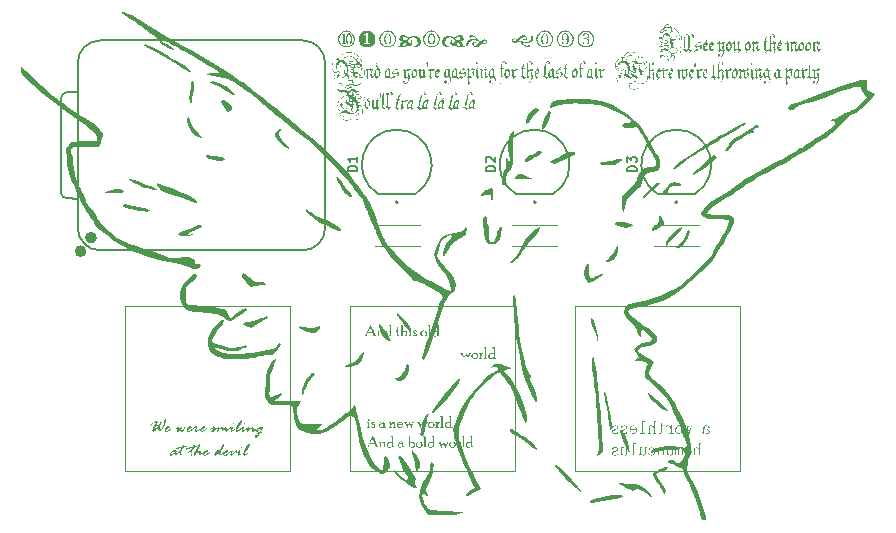
<source format=gto>
G04 #@! TF.GenerationSoftware,KiCad,Pcbnew,9.0.2*
G04 #@! TF.CreationDate,2025-07-04T00:17:09-05:00*
G04 #@! TF.ProjectId,pathfinder,70617468-6669-46e6-9465-722e6b696361,rev?*
G04 #@! TF.SameCoordinates,Original*
G04 #@! TF.FileFunction,Legend,Top*
G04 #@! TF.FilePolarity,Positive*
%FSLAX46Y46*%
G04 Gerber Fmt 4.6, Leading zero omitted, Abs format (unit mm)*
G04 Created by KiCad (PCBNEW 9.0.2) date 2025-07-04 00:17:09*
%MOMM*%
%LPD*%
G01*
G04 APERTURE LIST*
%ADD10C,0.100000*%
%ADD11C,0.240000*%
%ADD12C,0.150000*%
%ADD13C,0.127000*%
%ADD14C,0.504000*%
%ADD15C,0.000000*%
%ADD16C,0.200000*%
%ADD17C,0.120000*%
G04 APERTURE END LIST*
D10*
G36*
X110705147Y-99791470D02*
G01*
X110691019Y-99764928D01*
X110684631Y-99760146D01*
X110677175Y-99766524D01*
X110660084Y-99803743D01*
X110513905Y-100136952D01*
X110387509Y-100417709D01*
X110382014Y-100440179D01*
X110383929Y-100449745D01*
X110389891Y-100458558D01*
X110400826Y-100465684D01*
X110427138Y-100474923D01*
X110453372Y-100484219D01*
X110464018Y-100491409D01*
X110471529Y-100509972D01*
X110467224Y-100527220D01*
X110454785Y-100537591D01*
X110430557Y-100541723D01*
X110383723Y-100535861D01*
X110321930Y-100530000D01*
X110269967Y-100533907D01*
X110231072Y-100537815D01*
X110215114Y-100535650D01*
X110203045Y-100529633D01*
X110194685Y-100520428D01*
X110192115Y-100510460D01*
X110194172Y-100494777D01*
X110198954Y-100487379D01*
X110224233Y-100479197D01*
X110258146Y-100469975D01*
X110281815Y-100456496D01*
X110297689Y-100439202D01*
X110323943Y-100388969D01*
X110401187Y-100218773D01*
X110566478Y-99849661D01*
X110644636Y-99673684D01*
X110658470Y-99632206D01*
X110662099Y-99606334D01*
X110656298Y-99576598D01*
X110650498Y-99545518D01*
X110655681Y-99530741D01*
X110671686Y-99525673D01*
X110693411Y-99528941D01*
X110711776Y-99538500D01*
X110727678Y-99554982D01*
X110749370Y-99591319D01*
X110784404Y-99665441D01*
X110973631Y-100092377D01*
X111104057Y-100380828D01*
X111131608Y-100430430D01*
X111148814Y-100452086D01*
X111167796Y-100465863D01*
X111190519Y-100475594D01*
X111212513Y-100484014D01*
X111223614Y-100491165D01*
X111230010Y-100501098D01*
X111232528Y-100518276D01*
X111228683Y-100530197D01*
X111216265Y-100538241D01*
X111189481Y-100541723D01*
X111137213Y-100535861D01*
X111061742Y-100530000D01*
X110983523Y-100535861D01*
X110927835Y-100541723D01*
X110906118Y-100539456D01*
X110890955Y-100533480D01*
X110880595Y-100523603D01*
X110877277Y-100511010D01*
X110879359Y-100499839D01*
X110885459Y-100490982D01*
X110897430Y-100485109D01*
X110929545Y-100479747D01*
X110961557Y-100473332D01*
X110975951Y-100464420D01*
X110983851Y-100451268D01*
X110986576Y-100434867D01*
X110980236Y-100408606D01*
X110947619Y-100329842D01*
X110910380Y-100253718D01*
X110899137Y-100238435D01*
X110887304Y-100234705D01*
X110862256Y-100233000D01*
X110556953Y-100233000D01*
X110540086Y-100230223D01*
X110524835Y-100221826D01*
X110513888Y-100209364D01*
X110510485Y-100195692D01*
X110513133Y-100185180D01*
X110521721Y-100175420D01*
X110533780Y-100168779D01*
X110547366Y-100166566D01*
X110841129Y-100166566D01*
X110861362Y-100163580D01*
X110865676Y-100157712D01*
X110856150Y-100131151D01*
X110705147Y-99791470D01*
G37*
G36*
X111760642Y-100439263D02*
G01*
X111763665Y-100465593D01*
X111770534Y-100477915D01*
X111782811Y-100485609D01*
X111806011Y-100492936D01*
X111826100Y-100502243D01*
X111831656Y-100515406D01*
X111825584Y-100531989D01*
X111806377Y-100537815D01*
X111765405Y-100533907D01*
X111704589Y-100530000D01*
X111635590Y-100535861D01*
X111599381Y-100541723D01*
X111587673Y-100539643D01*
X111576483Y-100533175D01*
X111568481Y-100523631D01*
X111565920Y-100512597D01*
X111567979Y-100503945D01*
X111574774Y-100495195D01*
X111584415Y-100489036D01*
X111595290Y-100487013D01*
X111616039Y-100483873D01*
X111634247Y-100474556D01*
X111646879Y-100459337D01*
X111651344Y-100437065D01*
X111653359Y-100235443D01*
X111655435Y-100191906D01*
X111649495Y-100161653D01*
X111633840Y-100145216D01*
X111606220Y-100139211D01*
X111583996Y-100145315D01*
X111545770Y-100170474D01*
X111508240Y-100196054D01*
X111490082Y-100201737D01*
X111477809Y-100194654D01*
X111470970Y-100179694D01*
X111475409Y-100164789D01*
X111493166Y-100141676D01*
X111533802Y-100105994D01*
X111577594Y-100077727D01*
X111618212Y-100062103D01*
X111656778Y-100057145D01*
X111690365Y-100061812D01*
X111718266Y-100075280D01*
X111740080Y-100095958D01*
X111752766Y-100120710D01*
X111758854Y-100150914D01*
X111761314Y-100197951D01*
X111760642Y-100241732D01*
X111760642Y-100439263D01*
G37*
G36*
X111341888Y-100179938D02*
G01*
X111339098Y-100157162D01*
X111331935Y-100142752D01*
X111318560Y-100132981D01*
X111290597Y-100125045D01*
X111272139Y-100118751D01*
X111262472Y-100109012D01*
X111259212Y-100095247D01*
X111261688Y-100085506D01*
X111270142Y-100074975D01*
X111282447Y-100067583D01*
X111298840Y-100064961D01*
X111325096Y-100068869D01*
X111356237Y-100072777D01*
X111390737Y-100068869D01*
X111424564Y-100064961D01*
X111436298Y-100067855D01*
X111443676Y-100076257D01*
X111447506Y-100090385D01*
X111449782Y-100121625D01*
X111451187Y-100242465D01*
X111447096Y-100437004D01*
X111450515Y-100462955D01*
X111466574Y-100475228D01*
X111498997Y-100486830D01*
X111516436Y-100492484D01*
X111524215Y-100498797D01*
X111529711Y-100517055D01*
X111526157Y-100530189D01*
X111515540Y-100538373D01*
X111494174Y-100541723D01*
X111443615Y-100535861D01*
X111392385Y-100530000D01*
X111339446Y-100535861D01*
X111291330Y-100541723D01*
X111270931Y-100538058D01*
X111260240Y-100528696D01*
X111256464Y-100512780D01*
X111262570Y-100492508D01*
X111271037Y-100486731D01*
X111289254Y-100483105D01*
X111310087Y-100480235D01*
X111317952Y-100476388D01*
X111331528Y-100460275D01*
X111337797Y-100448300D01*
X111341888Y-100398780D01*
X111341888Y-100179938D01*
G37*
G36*
X112451972Y-100378264D02*
G01*
X112455456Y-100410349D01*
X112465649Y-100439019D01*
X112484138Y-100462159D01*
X112514803Y-100478709D01*
X112555775Y-100496844D01*
X112561271Y-100510094D01*
X112557573Y-100528067D01*
X112547659Y-100538022D01*
X112529824Y-100541723D01*
X112501187Y-100535861D01*
X112481329Y-100531632D01*
X112453376Y-100530000D01*
X112409962Y-100535861D01*
X112380287Y-100541723D01*
X112368221Y-100539585D01*
X112358366Y-100533297D01*
X112348474Y-100515956D01*
X112344078Y-100506980D01*
X112333148Y-100511681D01*
X112261796Y-100545898D01*
X112204464Y-100563778D01*
X112158270Y-100569078D01*
X112109464Y-100564353D01*
X112063375Y-100550281D01*
X112019155Y-100526484D01*
X111976187Y-100491898D01*
X111939777Y-100450517D01*
X111914859Y-100407710D01*
X111900160Y-100362831D01*
X111895220Y-100314944D01*
X111900526Y-100259480D01*
X111915891Y-100210489D01*
X111941179Y-100166647D01*
X111977164Y-100127060D01*
X112020333Y-100094449D01*
X112066014Y-100071620D01*
X112114871Y-100057901D01*
X112167795Y-100053237D01*
X112213312Y-100058597D01*
X112262012Y-100075525D01*
X112291915Y-100093193D01*
X112306333Y-100109412D01*
X112310555Y-100125045D01*
X112304022Y-100139699D01*
X112289367Y-100145683D01*
X112276214Y-100142774D01*
X112241862Y-100128770D01*
X112204968Y-100115803D01*
X112173291Y-100111856D01*
X112129966Y-100118208D01*
X112091534Y-100137087D01*
X112056482Y-100169924D01*
X112030055Y-100210775D01*
X112014145Y-100256360D01*
X112008671Y-100308044D01*
X112013270Y-100352451D01*
X112027385Y-100397327D01*
X112052024Y-100443476D01*
X112076441Y-100473491D01*
X112103851Y-100493990D01*
X112134843Y-100506241D01*
X112170543Y-100510460D01*
X112211764Y-100505405D01*
X112263111Y-100488295D01*
X112295469Y-100470526D01*
X112316898Y-100450546D01*
X112329728Y-100428211D01*
X112339858Y-100385288D01*
X112344078Y-100313173D01*
X112344078Y-99726013D01*
X112338379Y-99674591D01*
X112324905Y-99647550D01*
X112302450Y-99628981D01*
X112269583Y-99614760D01*
X112225192Y-99598152D01*
X112219198Y-99591002D01*
X112217010Y-99579651D01*
X112219379Y-99571368D01*
X112227268Y-99563714D01*
X112238813Y-99558816D01*
X112255967Y-99556936D01*
X112288024Y-99558890D01*
X112327652Y-99560844D01*
X112381935Y-99558890D01*
X112409596Y-99556936D01*
X112431046Y-99560837D01*
X112442385Y-99570858D01*
X112448338Y-99586374D01*
X112450629Y-99609204D01*
X112451300Y-99681195D01*
X112451972Y-99729371D01*
X112451972Y-100378264D01*
G37*
G36*
X113025881Y-100379851D02*
G01*
X113027676Y-100431068D01*
X113031316Y-100451781D01*
X113039239Y-100463717D01*
X113051161Y-100467473D01*
X113074007Y-100462121D01*
X113106482Y-100442072D01*
X113137402Y-100421026D01*
X113150201Y-100416671D01*
X113158305Y-100418748D01*
X113165894Y-100425525D01*
X113172732Y-100446835D01*
X113163331Y-100468039D01*
X113119121Y-100510460D01*
X113081623Y-100536134D01*
X113050616Y-100549466D01*
X113024477Y-100553447D01*
X112986836Y-100547629D01*
X112958454Y-100531260D01*
X112936973Y-100503576D01*
X112922289Y-100460904D01*
X112916583Y-100397376D01*
X112916583Y-100138356D01*
X112913163Y-100124617D01*
X112874878Y-100123579D01*
X112850109Y-100121016D01*
X112837937Y-100115153D01*
X112830944Y-100105186D01*
X112828411Y-100090607D01*
X112830401Y-100078158D01*
X112835555Y-100070823D01*
X112863582Y-100059160D01*
X112895700Y-100045422D01*
X112927146Y-100012571D01*
X112943715Y-99984182D01*
X112955845Y-99942412D01*
X112961914Y-99892210D01*
X112964393Y-99812292D01*
X112967648Y-99787117D01*
X112975155Y-99775468D01*
X112986253Y-99771870D01*
X113007603Y-99775253D01*
X113016967Y-99783227D01*
X113021279Y-99796633D01*
X113023134Y-99821390D01*
X113023134Y-100051222D01*
X113027209Y-100061231D01*
X113040902Y-100064961D01*
X113137867Y-100064961D01*
X113154761Y-100068249D01*
X113163907Y-100076887D01*
X113167237Y-100092072D01*
X113162870Y-100109065D01*
X113150098Y-100119415D01*
X113124922Y-100123579D01*
X113039559Y-100123579D01*
X113027896Y-100126632D01*
X113025881Y-100141653D01*
X113025881Y-100379851D01*
G37*
G36*
X113443415Y-100435661D02*
G01*
X113446063Y-100453586D01*
X113453673Y-100468084D01*
X113467834Y-100478342D01*
X113498430Y-100486158D01*
X113529101Y-100492978D01*
X113540440Y-100499836D01*
X113546007Y-100509610D01*
X113547951Y-100522001D01*
X113544290Y-100534267D01*
X113532877Y-100542255D01*
X113508994Y-100545631D01*
X113448238Y-100539769D01*
X113387422Y-100533907D01*
X113331368Y-100539769D01*
X113275376Y-100545631D01*
X113245716Y-100541709D01*
X113231880Y-100532602D01*
X113227565Y-100519009D01*
X113229362Y-100507380D01*
X113234404Y-100498675D01*
X113245184Y-100492845D01*
X113277085Y-100486891D01*
X113308175Y-100477987D01*
X113324163Y-100462466D01*
X113332526Y-100440832D01*
X113335459Y-100414900D01*
X113335459Y-99682721D01*
X113332596Y-99666698D01*
X113323858Y-99652191D01*
X113308711Y-99640323D01*
X113278062Y-99627095D01*
X113247610Y-99615273D01*
X113237457Y-99608899D01*
X113230984Y-99594733D01*
X113234886Y-99581031D01*
X113246804Y-99572296D01*
X113271284Y-99568660D01*
X113306761Y-99571407D01*
X113342298Y-99574155D01*
X113376797Y-99567500D01*
X113409953Y-99560844D01*
X113423771Y-99563165D01*
X113434194Y-99569759D01*
X113440405Y-99582489D01*
X113443415Y-99615432D01*
X113443415Y-100435661D01*
G37*
G36*
X113786332Y-100425280D02*
G01*
X113789079Y-100448633D01*
X113796895Y-100467901D01*
X113811860Y-100481809D01*
X113841286Y-100490432D01*
X113871320Y-100496701D01*
X113881586Y-100502705D01*
X113888120Y-100522001D01*
X113885310Y-100535897D01*
X113878228Y-100542028D01*
X113838966Y-100545631D01*
X113784988Y-100541723D01*
X113731682Y-100537815D01*
X113674957Y-100541723D01*
X113618293Y-100545631D01*
X113592030Y-100541494D01*
X113578957Y-100531374D01*
X113574573Y-100515101D01*
X113581412Y-100497698D01*
X113591918Y-100492568D01*
X113622750Y-100487135D01*
X113653044Y-100479237D01*
X113668484Y-100466191D01*
X113676866Y-100447813D01*
X113679781Y-100425708D01*
X113678376Y-100320012D01*
X113677033Y-100214316D01*
X113672042Y-100184974D01*
X113658226Y-100164551D01*
X113636616Y-100151741D01*
X113605348Y-100147027D01*
X113571240Y-100154402D01*
X113527434Y-100180671D01*
X113501066Y-100197691D01*
X113486462Y-100201737D01*
X113472113Y-100194105D01*
X113464603Y-100178717D01*
X113470386Y-100158012D01*
X113491243Y-100133194D01*
X113535983Y-100102086D01*
X113585246Y-100077203D01*
X113622461Y-100064644D01*
X113650410Y-100061053D01*
X113690766Y-100067058D01*
X113730278Y-100085600D01*
X113762791Y-100113699D01*
X113781569Y-100146294D01*
X113785940Y-100172083D01*
X113788408Y-100258829D01*
X113787370Y-100357381D01*
X113786332Y-100425280D01*
G37*
G36*
X114080278Y-99834396D02*
G01*
X114109516Y-99839960D01*
X114134561Y-99856744D01*
X114151798Y-99881316D01*
X114157459Y-99909745D01*
X114151935Y-99934782D01*
X114134927Y-99956090D01*
X114110482Y-99970280D01*
X114081621Y-99975080D01*
X114053015Y-99969823D01*
X114028682Y-99954075D01*
X114011999Y-99930860D01*
X114006517Y-99903761D01*
X114011946Y-99877827D01*
X114028682Y-99855095D01*
X114052805Y-99839526D01*
X114080278Y-99834396D01*
G37*
G36*
X114134927Y-100423387D02*
G01*
X114138645Y-100452979D01*
X114147200Y-100466802D01*
X114161029Y-100474994D01*
X114179990Y-100480052D01*
X114208994Y-100489028D01*
X114215053Y-100497133D01*
X114217542Y-100513391D01*
X114213791Y-100526108D01*
X114202154Y-100534347D01*
X114177914Y-100537815D01*
X114126684Y-100533907D01*
X114076126Y-100530000D01*
X114028315Y-100535861D01*
X113981176Y-100541723D01*
X113966489Y-100539278D01*
X113954187Y-100532076D01*
X113945798Y-100521030D01*
X113942952Y-100506857D01*
X113949058Y-100490188D01*
X113957985Y-100484614D01*
X113980505Y-100479014D01*
X114003069Y-100472352D01*
X114015676Y-100462711D01*
X114022372Y-100445861D01*
X114025629Y-100403543D01*
X114025629Y-100173588D01*
X114021987Y-100147626D01*
X114013294Y-100134815D01*
X113999178Y-100126911D01*
X113977085Y-100120526D01*
X113955940Y-100114258D01*
X113947410Y-100108131D01*
X113941609Y-100089446D01*
X113944070Y-100078144D01*
X113951501Y-100069052D01*
X113962231Y-100063090D01*
X113975070Y-100061053D01*
X114008165Y-100066915D01*
X114039978Y-100072777D01*
X114075454Y-100068869D01*
X114110991Y-100064961D01*
X114124090Y-100068897D01*
X114132647Y-100081206D01*
X114136271Y-100107032D01*
X114135599Y-100125045D01*
X114134927Y-100140310D01*
X114134927Y-100423387D01*
G37*
G36*
X114406098Y-100146538D02*
G01*
X114409441Y-100161638D01*
X114420752Y-100178534D01*
X114444063Y-100196397D01*
X114514725Y-100236359D01*
X114566323Y-100266855D01*
X114600563Y-100293866D01*
X114621642Y-100317875D01*
X114642542Y-100359458D01*
X114649303Y-100402322D01*
X114642831Y-100445412D01*
X114623969Y-100481499D01*
X114591539Y-100512414D01*
X114551156Y-100534469D01*
X114502103Y-100548444D01*
X114442307Y-100553447D01*
X114392339Y-100548045D01*
X114341557Y-100531404D01*
X114309769Y-100513966D01*
X114295320Y-100499535D01*
X114291365Y-100487013D01*
X114288617Y-100440546D01*
X114285869Y-100396215D01*
X114289639Y-100376418D01*
X114299466Y-100365797D01*
X114316583Y-100361960D01*
X114333008Y-100369532D01*
X114340670Y-100381734D01*
X114356883Y-100420151D01*
X114376382Y-100458216D01*
X114396878Y-100479014D01*
X114421785Y-100490841D01*
X114449817Y-100494829D01*
X114483458Y-100488811D01*
X114511305Y-100471015D01*
X114530144Y-100444103D01*
X114536585Y-100409832D01*
X114532432Y-100386439D01*
X114519488Y-100363914D01*
X114494029Y-100342871D01*
X114426248Y-100306456D01*
X114376432Y-100279542D01*
X114345103Y-100256322D01*
X114327207Y-100236236D01*
X114309991Y-100200469D01*
X114304310Y-100162109D01*
X114309619Y-100129374D01*
X114325559Y-100100249D01*
X114353830Y-100073510D01*
X114388334Y-100053691D01*
X114426383Y-100041718D01*
X114468929Y-100037606D01*
X114522829Y-100042281D01*
X114575480Y-100056352D01*
X114608713Y-100071714D01*
X114623471Y-100084725D01*
X114627443Y-100096224D01*
X114630191Y-100127915D01*
X114632938Y-100158201D01*
X114631098Y-100171662D01*
X114625733Y-100183175D01*
X114617438Y-100191354D01*
X114607659Y-100193921D01*
X114593615Y-100191732D01*
X114585433Y-100186106D01*
X114573465Y-100158445D01*
X114566086Y-100140275D01*
X114555697Y-100126999D01*
X114522907Y-100105811D01*
X114501563Y-100098688D01*
X114477172Y-100096224D01*
X114452790Y-100100124D01*
X114428996Y-100112222D01*
X114411185Y-100129754D01*
X114406098Y-100146538D01*
G37*
G36*
X115272984Y-100042543D02*
G01*
X115323745Y-100057047D01*
X115371031Y-100081172D01*
X115415553Y-100115642D01*
X115453545Y-100157558D01*
X115479498Y-100201010D01*
X115494796Y-100246668D01*
X115499939Y-100295526D01*
X115494676Y-100351149D01*
X115479492Y-100399861D01*
X115454610Y-100443045D01*
X115419339Y-100481639D01*
X115377273Y-100512103D01*
X115328208Y-100534429D01*
X115270822Y-100548479D01*
X115203429Y-100553447D01*
X115151597Y-100548889D01*
X115102883Y-100535385D01*
X115056493Y-100512750D01*
X115011820Y-100480235D01*
X114974039Y-100440674D01*
X114947852Y-100397763D01*
X114932138Y-100350707D01*
X114926762Y-100298274D01*
X114927528Y-100290031D01*
X115046991Y-100290031D01*
X115052911Y-100351254D01*
X115069375Y-100400272D01*
X115095473Y-100439691D01*
X115130899Y-100470395D01*
X115171534Y-100488571D01*
X115219121Y-100494829D01*
X115268800Y-100488238D01*
X115309891Y-100469315D01*
X115344479Y-100437615D01*
X115369990Y-100397153D01*
X115385759Y-100349490D01*
X115391312Y-100292779D01*
X115385390Y-100237247D01*
X115368537Y-100190779D01*
X115341059Y-100151423D01*
X115304574Y-100120742D01*
X115262704Y-100102510D01*
X115213687Y-100096224D01*
X115163434Y-100102614D01*
X115123240Y-100120665D01*
X115090711Y-100150385D01*
X115067028Y-100188616D01*
X115052242Y-100234515D01*
X115046991Y-100290031D01*
X114927528Y-100290031D01*
X114931449Y-100247821D01*
X114945267Y-100201177D01*
X114968365Y-100157436D01*
X115001562Y-100115947D01*
X115041224Y-100082907D01*
X115089238Y-100058591D01*
X115147328Y-100043137D01*
X115217778Y-100037606D01*
X115272984Y-100042543D01*
G37*
G36*
X115747724Y-100432119D02*
G01*
X115750186Y-100449342D01*
X115757249Y-100463321D01*
X115770593Y-100473374D01*
X115799625Y-100481578D01*
X115828718Y-100488923D01*
X115839559Y-100495928D01*
X115844892Y-100505679D01*
X115846764Y-100518093D01*
X115843392Y-100530714D01*
X115833370Y-100538535D01*
X115813303Y-100541723D01*
X115752486Y-100535861D01*
X115691731Y-100530000D01*
X115635677Y-100535861D01*
X115579685Y-100541723D01*
X115554950Y-100539687D01*
X115544453Y-100535373D01*
X115538651Y-100527920D01*
X115536637Y-100517726D01*
X115543109Y-100498675D01*
X115553482Y-100492649D01*
X115584081Y-100485853D01*
X115614234Y-100476838D01*
X115629144Y-100463443D01*
X115637028Y-100445046D01*
X115639768Y-100423143D01*
X115639768Y-99691514D01*
X115636952Y-99668894D01*
X115628839Y-99649809D01*
X115613636Y-99635227D01*
X115583776Y-99623736D01*
X115553537Y-99614195D01*
X115543109Y-99607128D01*
X115536637Y-99588016D01*
X115539292Y-99578741D01*
X115547872Y-99571102D01*
X115571503Y-99564752D01*
X115603926Y-99568660D01*
X115635677Y-99572568D01*
X115670482Y-99568660D01*
X115705348Y-99564752D01*
X115725047Y-99567911D01*
X115737466Y-99576292D01*
X115744679Y-99590553D01*
X115747724Y-99617630D01*
X115747724Y-100432119D01*
G37*
G36*
X116472209Y-100378264D02*
G01*
X116475694Y-100410349D01*
X116485887Y-100439019D01*
X116504375Y-100462159D01*
X116535041Y-100478709D01*
X116576012Y-100496844D01*
X116581508Y-100510094D01*
X116577810Y-100528067D01*
X116567896Y-100538022D01*
X116550062Y-100541723D01*
X116521424Y-100535861D01*
X116501566Y-100531632D01*
X116473614Y-100530000D01*
X116430199Y-100535861D01*
X116400524Y-100541723D01*
X116388458Y-100539585D01*
X116378603Y-100533297D01*
X116368711Y-100515956D01*
X116364315Y-100506980D01*
X116353385Y-100511681D01*
X116282033Y-100545898D01*
X116224702Y-100563778D01*
X116178507Y-100569078D01*
X116129701Y-100564353D01*
X116083612Y-100550281D01*
X116039392Y-100526484D01*
X115996424Y-100491898D01*
X115960014Y-100450517D01*
X115935096Y-100407710D01*
X115920397Y-100362831D01*
X115915458Y-100314944D01*
X115920763Y-100259480D01*
X115936128Y-100210489D01*
X115961416Y-100166647D01*
X115997401Y-100127060D01*
X116040570Y-100094449D01*
X116086251Y-100071620D01*
X116135108Y-100057901D01*
X116188033Y-100053237D01*
X116233550Y-100058597D01*
X116282249Y-100075525D01*
X116312152Y-100093193D01*
X116326570Y-100109412D01*
X116330793Y-100125045D01*
X116324259Y-100139699D01*
X116309604Y-100145683D01*
X116296452Y-100142774D01*
X116262099Y-100128770D01*
X116225205Y-100115803D01*
X116193528Y-100111856D01*
X116150204Y-100118208D01*
X116111771Y-100137087D01*
X116076719Y-100169924D01*
X116050293Y-100210775D01*
X116034382Y-100256360D01*
X116028908Y-100308044D01*
X116033508Y-100352451D01*
X116047622Y-100397327D01*
X116072261Y-100443476D01*
X116096679Y-100473491D01*
X116124089Y-100493990D01*
X116155080Y-100506241D01*
X116190780Y-100510460D01*
X116232001Y-100505405D01*
X116283348Y-100488295D01*
X116315706Y-100470526D01*
X116337135Y-100450546D01*
X116349966Y-100428211D01*
X116360095Y-100385288D01*
X116364315Y-100313173D01*
X116364315Y-99726013D01*
X116358616Y-99674591D01*
X116345142Y-99647550D01*
X116322688Y-99628981D01*
X116289821Y-99614760D01*
X116245430Y-99598152D01*
X116239436Y-99591002D01*
X116237247Y-99579651D01*
X116239616Y-99571368D01*
X116247506Y-99563714D01*
X116259051Y-99558816D01*
X116276204Y-99556936D01*
X116308261Y-99558890D01*
X116347889Y-99560844D01*
X116402172Y-99558890D01*
X116429833Y-99556936D01*
X116451283Y-99560837D01*
X116462623Y-99570858D01*
X116468576Y-99586374D01*
X116470866Y-99609204D01*
X116471537Y-99681195D01*
X116472209Y-99729371D01*
X116472209Y-100378264D01*
G37*
G36*
X119076646Y-102081221D02*
G01*
X119091667Y-102041226D01*
X119085133Y-102023946D01*
X119076074Y-102019177D01*
X119053748Y-102015458D01*
X119031413Y-102011693D01*
X119022302Y-102006910D01*
X119015829Y-101989813D01*
X119018422Y-101973558D01*
X119025050Y-101964351D01*
X119036069Y-101959245D01*
X119055458Y-101957145D01*
X119088553Y-101963007D01*
X119138134Y-101968869D01*
X119168176Y-101963007D01*
X119213239Y-101957145D01*
X119231993Y-101960546D01*
X119241859Y-101969261D01*
X119245357Y-101984134D01*
X119241265Y-101998268D01*
X119228125Y-102009309D01*
X119200965Y-102017290D01*
X119180356Y-102025083D01*
X119159608Y-102046103D01*
X119138073Y-102086899D01*
X119003495Y-102415223D01*
X118985479Y-102446265D01*
X118971377Y-102453447D01*
X118957605Y-102449008D01*
X118947502Y-102434518D01*
X118937916Y-102412231D01*
X118801995Y-102166095D01*
X118790513Y-102149745D01*
X118783554Y-102146189D01*
X118777586Y-102149643D01*
X118768534Y-102165851D01*
X118661983Y-102416139D01*
X118658563Y-102424260D01*
X118644309Y-102447383D01*
X118629865Y-102453447D01*
X118620602Y-102451464D01*
X118613439Y-102445570D01*
X118597747Y-102418703D01*
X118434470Y-102083663D01*
X118409914Y-102044062D01*
X118388270Y-102025134D01*
X118368220Y-102019672D01*
X118346001Y-102017236D01*
X118331339Y-102010940D01*
X118321389Y-102000937D01*
X118318333Y-101989691D01*
X118322092Y-101973973D01*
X118332766Y-101964695D01*
X118353199Y-101961053D01*
X118413954Y-101966915D01*
X118459078Y-101972777D01*
X118498340Y-101966915D01*
X118536259Y-101961053D01*
X118559505Y-101963080D01*
X118572101Y-101967831D01*
X118579909Y-101976445D01*
X118582726Y-101990179D01*
X118577139Y-102004861D01*
X118557447Y-102016557D01*
X118537761Y-102028216D01*
X118532168Y-102042936D01*
X118545845Y-102079267D01*
X118636703Y-102263121D01*
X118645002Y-102275918D01*
X118651053Y-102278874D01*
X118655843Y-102276109D01*
X118663326Y-102263060D01*
X118760351Y-102035547D01*
X118784531Y-101982302D01*
X118793431Y-101971787D01*
X118801995Y-101968869D01*
X118810307Y-101973386D01*
X118825198Y-101995003D01*
X118971438Y-102263060D01*
X118977623Y-102271764D01*
X118983040Y-102273989D01*
X118988333Y-102271752D01*
X118993970Y-102263060D01*
X119076646Y-102081221D01*
G37*
G36*
X119597806Y-101942543D02*
G01*
X119648567Y-101957047D01*
X119695854Y-101981172D01*
X119740376Y-102015642D01*
X119778367Y-102057558D01*
X119804321Y-102101010D01*
X119819619Y-102146668D01*
X119824762Y-102195526D01*
X119819498Y-102251149D01*
X119804314Y-102299861D01*
X119779433Y-102343045D01*
X119744162Y-102381639D01*
X119702095Y-102412103D01*
X119653030Y-102434429D01*
X119595645Y-102448479D01*
X119528251Y-102453447D01*
X119476420Y-102448889D01*
X119427706Y-102435385D01*
X119381315Y-102412750D01*
X119336642Y-102380235D01*
X119298861Y-102340674D01*
X119272674Y-102297763D01*
X119256961Y-102250707D01*
X119251585Y-102198274D01*
X119252351Y-102190031D01*
X119371813Y-102190031D01*
X119377733Y-102251254D01*
X119394197Y-102300272D01*
X119420296Y-102339691D01*
X119455721Y-102370395D01*
X119496356Y-102388571D01*
X119543944Y-102394829D01*
X119593623Y-102388238D01*
X119634713Y-102369315D01*
X119669301Y-102337615D01*
X119694812Y-102297153D01*
X119710582Y-102249490D01*
X119716135Y-102192779D01*
X119710213Y-102137247D01*
X119693359Y-102090779D01*
X119665882Y-102051423D01*
X119629397Y-102020742D01*
X119587527Y-102002510D01*
X119538509Y-101996224D01*
X119488256Y-102002614D01*
X119448062Y-102020665D01*
X119415533Y-102050385D01*
X119391850Y-102088616D01*
X119377064Y-102134515D01*
X119371813Y-102190031D01*
X119252351Y-102190031D01*
X119256272Y-102147821D01*
X119270089Y-102101177D01*
X119293187Y-102057436D01*
X119326384Y-102015947D01*
X119366046Y-101982907D01*
X119414060Y-101958591D01*
X119472151Y-101943137D01*
X119542600Y-101937606D01*
X119597806Y-101942543D01*
G37*
G36*
X120069798Y-102101920D02*
G01*
X120072546Y-102121277D01*
X120077495Y-102114340D01*
X120104603Y-102056674D01*
X120135366Y-101997827D01*
X120161328Y-101964839D01*
X120190859Y-101943954D01*
X120219397Y-101937606D01*
X120240866Y-101939946D01*
X120254568Y-101945910D01*
X120263817Y-101955108D01*
X120266536Y-101964473D01*
X120264335Y-101981139D01*
X120258354Y-101993110D01*
X120229655Y-102019672D01*
X120176511Y-102067199D01*
X120135062Y-102120137D01*
X120104298Y-102179101D01*
X120081274Y-102243077D01*
X120069246Y-102293491D01*
X120065707Y-102332913D01*
X120068095Y-102358428D01*
X120073523Y-102371076D01*
X120084780Y-102379332D01*
X120111442Y-102387990D01*
X120138428Y-102396274D01*
X120150337Y-102403682D01*
X120157058Y-102413304D01*
X120159252Y-102424260D01*
X120153489Y-102440088D01*
X120135317Y-102445631D01*
X120082377Y-102439769D01*
X120009654Y-102433907D01*
X119957080Y-102439769D01*
X119922947Y-102445631D01*
X119905047Y-102443499D01*
X119892173Y-102437754D01*
X119883350Y-102428691D01*
X119880571Y-102417971D01*
X119887044Y-102401912D01*
X119896816Y-102395397D01*
X119923619Y-102384937D01*
X119950137Y-102373723D01*
X119960500Y-102365092D01*
X119964938Y-102350003D01*
X119967338Y-102302993D01*
X119967338Y-102101371D01*
X119964988Y-102083039D01*
X119958118Y-102067055D01*
X119945463Y-102054357D01*
X119921238Y-102043607D01*
X119896750Y-102034498D01*
X119888448Y-102028525D01*
X119883319Y-102013382D01*
X119886699Y-101999808D01*
X119896454Y-101991654D01*
X119915437Y-101988408D01*
X119945112Y-101988408D01*
X119974177Y-101988408D01*
X119996342Y-101988408D01*
X120032918Y-101988408D01*
X120051077Y-101994986D01*
X120064010Y-102017419D01*
X120069798Y-102067971D01*
X120069798Y-102101920D01*
G37*
G36*
X120511206Y-102332119D02*
G01*
X120513669Y-102349342D01*
X120520732Y-102363321D01*
X120534075Y-102373374D01*
X120563108Y-102381578D01*
X120592201Y-102388923D01*
X120603042Y-102395928D01*
X120608374Y-102405679D01*
X120610247Y-102418093D01*
X120606875Y-102430714D01*
X120596852Y-102438535D01*
X120576785Y-102441723D01*
X120515969Y-102435861D01*
X120455214Y-102430000D01*
X120399160Y-102435861D01*
X120343167Y-102441723D01*
X120318432Y-102439687D01*
X120307935Y-102435373D01*
X120302133Y-102427920D01*
X120300119Y-102417726D01*
X120306592Y-102398675D01*
X120316964Y-102392649D01*
X120347564Y-102385853D01*
X120377717Y-102376838D01*
X120392626Y-102363443D01*
X120400510Y-102345046D01*
X120403251Y-102323143D01*
X120403251Y-101591514D01*
X120400434Y-101568894D01*
X120392321Y-101549809D01*
X120377119Y-101535227D01*
X120347258Y-101523736D01*
X120317019Y-101514195D01*
X120306592Y-101507128D01*
X120300119Y-101488016D01*
X120302775Y-101478741D01*
X120311355Y-101471102D01*
X120334985Y-101464752D01*
X120367408Y-101468660D01*
X120399160Y-101472568D01*
X120433964Y-101468660D01*
X120468830Y-101464752D01*
X120488529Y-101467911D01*
X120500948Y-101476292D01*
X120508162Y-101490553D01*
X120511206Y-101517630D01*
X120511206Y-102332119D01*
G37*
G36*
X121235692Y-102278264D02*
G01*
X121239176Y-102310349D01*
X121249369Y-102339019D01*
X121267858Y-102362159D01*
X121298523Y-102378709D01*
X121339495Y-102396844D01*
X121344990Y-102410094D01*
X121341292Y-102428067D01*
X121331379Y-102438022D01*
X121313544Y-102441723D01*
X121284907Y-102435861D01*
X121265048Y-102431632D01*
X121237096Y-102430000D01*
X121193682Y-102435861D01*
X121164006Y-102441723D01*
X121151941Y-102439585D01*
X121142086Y-102433297D01*
X121132194Y-102415956D01*
X121127797Y-102406980D01*
X121116867Y-102411681D01*
X121045515Y-102445898D01*
X120988184Y-102463778D01*
X120941990Y-102469078D01*
X120893184Y-102464353D01*
X120847095Y-102450281D01*
X120802875Y-102426484D01*
X120759907Y-102391898D01*
X120723497Y-102350517D01*
X120698579Y-102307710D01*
X120683880Y-102262831D01*
X120678940Y-102214944D01*
X120684245Y-102159480D01*
X120699611Y-102110489D01*
X120724898Y-102066647D01*
X120760883Y-102027060D01*
X120804052Y-101994449D01*
X120849734Y-101971620D01*
X120898591Y-101957901D01*
X120951515Y-101953237D01*
X120997032Y-101958597D01*
X121045732Y-101975525D01*
X121075634Y-101993193D01*
X121090053Y-102009412D01*
X121094275Y-102025045D01*
X121087741Y-102039699D01*
X121073087Y-102045683D01*
X121059934Y-102042774D01*
X121025582Y-102028770D01*
X120988688Y-102015803D01*
X120957011Y-102011856D01*
X120913686Y-102018208D01*
X120875254Y-102037087D01*
X120840201Y-102069924D01*
X120813775Y-102110775D01*
X120797865Y-102156360D01*
X120792391Y-102208044D01*
X120796990Y-102252451D01*
X120811105Y-102297327D01*
X120835744Y-102343476D01*
X120860161Y-102373491D01*
X120887571Y-102393990D01*
X120918562Y-102406241D01*
X120954263Y-102410460D01*
X120995484Y-102405405D01*
X121046831Y-102388295D01*
X121079188Y-102370526D01*
X121100617Y-102350546D01*
X121113448Y-102328211D01*
X121123577Y-102285288D01*
X121127797Y-102213173D01*
X121127797Y-101626013D01*
X121122099Y-101574591D01*
X121108624Y-101547550D01*
X121086170Y-101528981D01*
X121053303Y-101514760D01*
X121008912Y-101498152D01*
X121002918Y-101491002D01*
X121000730Y-101479651D01*
X121003098Y-101471368D01*
X121010988Y-101463714D01*
X121022533Y-101458816D01*
X121039687Y-101456936D01*
X121071744Y-101458890D01*
X121111372Y-101460844D01*
X121165655Y-101458890D01*
X121193315Y-101456936D01*
X121214766Y-101460837D01*
X121226105Y-101470858D01*
X121232058Y-101486374D01*
X121234348Y-101509204D01*
X121235020Y-101581195D01*
X121235692Y-101629371D01*
X121235692Y-102278264D01*
G37*
G36*
X109076626Y-76503487D02*
G01*
X109270428Y-76553113D01*
X109452213Y-76634961D01*
X109620335Y-76747561D01*
X109759279Y-76880368D01*
X109872274Y-77034146D01*
X109959368Y-77207444D01*
X110009255Y-77377411D01*
X110025549Y-77547361D01*
X110020821Y-77652214D01*
X110007414Y-77743518D01*
X110115800Y-77841524D01*
X110187749Y-77944953D01*
X110229445Y-78055513D01*
X110243438Y-78176744D01*
X110235019Y-78277576D01*
X110210091Y-78371628D01*
X110168211Y-78460676D01*
X110112001Y-78537986D01*
X110045382Y-78596271D01*
X109966845Y-78637142D01*
X109978935Y-78749646D01*
X109969299Y-78878061D01*
X109941765Y-78988940D01*
X109897293Y-79085491D01*
X109835333Y-79170049D01*
X109759599Y-79238686D01*
X109673117Y-79288138D01*
X109573820Y-79318824D01*
X109458930Y-79329570D01*
X109351200Y-79316811D01*
X109262131Y-79280722D01*
X109215756Y-79359990D01*
X109155679Y-79428378D01*
X109080244Y-79486649D01*
X108955278Y-79545003D01*
X108827831Y-79564043D01*
X108689801Y-79550078D01*
X108575610Y-79510835D01*
X108480579Y-79448333D01*
X108401582Y-79362399D01*
X108343209Y-79257150D01*
X108304736Y-79128833D01*
X108154551Y-79144098D01*
X108038036Y-79133308D01*
X107937440Y-79102519D01*
X107849946Y-79052958D01*
X107773447Y-78984272D01*
X107709717Y-78899164D01*
X107664944Y-78806308D01*
X107637821Y-78704002D01*
X107628501Y-78589820D01*
X107642926Y-78441275D01*
X107683762Y-78319112D01*
X107750207Y-78217502D01*
X107730286Y-78207122D01*
X107787686Y-78207122D01*
X107849353Y-78222342D01*
X107917049Y-78227577D01*
X107978313Y-78222710D01*
X108031905Y-78208801D01*
X108074372Y-78186066D01*
X108083757Y-78167738D01*
X108078426Y-78149794D01*
X108059712Y-78132780D01*
X107999665Y-78118278D01*
X107919469Y-78128463D01*
X107849598Y-78157996D01*
X107787686Y-78207122D01*
X107730286Y-78207122D01*
X107657169Y-78169025D01*
X107578610Y-78102288D01*
X107512705Y-78016002D01*
X107463370Y-77916332D01*
X107433991Y-77810214D01*
X107424045Y-77695433D01*
X107424386Y-77691769D01*
X107464614Y-77691769D01*
X107473795Y-77806265D01*
X107500789Y-77911573D01*
X107545751Y-78009743D01*
X107606899Y-78094793D01*
X107680893Y-78159244D01*
X107769685Y-78204679D01*
X107840484Y-78149862D01*
X107913538Y-78118137D01*
X107990664Y-78107593D01*
X108063282Y-78116984D01*
X108095444Y-78137937D01*
X108104848Y-78167280D01*
X108092837Y-78199563D01*
X108047756Y-78228493D01*
X107985769Y-78244412D01*
X107895959Y-78250628D01*
X107830957Y-78245451D01*
X107769685Y-78230172D01*
X107708335Y-78322004D01*
X107671323Y-78428385D01*
X107658457Y-78553641D01*
X107669359Y-78693026D01*
X107699919Y-78807700D01*
X107748467Y-78902531D01*
X107815493Y-78980914D01*
X107925651Y-79061707D01*
X108043630Y-79109473D01*
X108172418Y-79125628D01*
X108298691Y-79115553D01*
X108295736Y-79062735D01*
X108297213Y-79037242D01*
X108310781Y-79112042D01*
X108433726Y-79072732D01*
X108528341Y-79018869D01*
X108600001Y-78951910D01*
X108660828Y-78868494D01*
X108690261Y-78806458D01*
X108698468Y-78759721D01*
X108701640Y-78731300D01*
X108707468Y-78725680D01*
X108713513Y-78745983D01*
X108704233Y-78804791D01*
X108672526Y-78875898D01*
X108609808Y-78963969D01*
X108534557Y-79035497D01*
X108437437Y-79093172D01*
X108313736Y-79135855D01*
X108349143Y-79256573D01*
X108404658Y-79355556D01*
X108481250Y-79436427D01*
X108573450Y-79494432D01*
X108686275Y-79531277D01*
X108824741Y-79544504D01*
X108946822Y-79526065D01*
X109069631Y-79468941D01*
X109144622Y-79412210D01*
X109204162Y-79347040D01*
X109250041Y-79272937D01*
X109178578Y-79207768D01*
X109137736Y-79129928D01*
X109123768Y-79034952D01*
X109124357Y-79030525D01*
X109138813Y-79030525D01*
X109152132Y-79114196D01*
X109191561Y-79183279D01*
X109261997Y-79241643D01*
X109278245Y-79180058D01*
X109283087Y-79130054D01*
X109275768Y-79065873D01*
X109253803Y-79006101D01*
X109220135Y-78961365D01*
X109185427Y-78948551D01*
X109166938Y-78954685D01*
X109151575Y-78974655D01*
X109138813Y-79030525D01*
X109124357Y-79030525D01*
X109132297Y-78970803D01*
X109152891Y-78939373D01*
X109185427Y-78929012D01*
X109227460Y-78942090D01*
X109265758Y-78985035D01*
X109291172Y-79043934D01*
X109299610Y-79108225D01*
X109293496Y-79175618D01*
X109274087Y-79249428D01*
X109355289Y-79279328D01*
X109464975Y-79290491D01*
X109599462Y-79272250D01*
X109715735Y-79219331D01*
X109818138Y-79130818D01*
X109880785Y-79046016D01*
X109924916Y-78953173D01*
X109951712Y-78850564D01*
X109960935Y-78735755D01*
X109951934Y-78641721D01*
X109861796Y-78655460D01*
X109760240Y-78636379D01*
X109710101Y-78616218D01*
X109702477Y-78608596D01*
X109711477Y-78601727D01*
X109729478Y-78608596D01*
X109789840Y-78628678D01*
X109864752Y-78635921D01*
X109948845Y-78622029D01*
X109914623Y-78528100D01*
X109865147Y-78449108D01*
X109799331Y-78382977D01*
X109722649Y-78333464D01*
X109640839Y-78303971D01*
X109552158Y-78293981D01*
X109471418Y-78299915D01*
X109391226Y-78317794D01*
X109390882Y-78317942D01*
X109391226Y-78319931D01*
X109429794Y-78413252D01*
X109475425Y-78472991D01*
X109528284Y-78507096D01*
X109591114Y-78518684D01*
X109655812Y-78500128D01*
X109715910Y-78439916D01*
X109732433Y-78420987D01*
X109735389Y-78430757D01*
X109724129Y-78463359D01*
X109672916Y-78527132D01*
X109544501Y-78643706D01*
X109483827Y-78701155D01*
X109415272Y-78792236D01*
X109409361Y-78782466D01*
X109419124Y-78759169D01*
X109476931Y-78675000D01*
X109460408Y-78664772D01*
X109370501Y-78605732D01*
X109300940Y-78519367D01*
X109249907Y-78400379D01*
X109249370Y-78398813D01*
X109184249Y-78469140D01*
X109129053Y-78561700D01*
X109084677Y-78679884D01*
X109077154Y-78698661D01*
X109068154Y-78691791D01*
X109075911Y-78649653D01*
X109110200Y-78558679D01*
X109163134Y-78467705D01*
X109243538Y-78381482D01*
X109226620Y-78320550D01*
X109215377Y-78245085D01*
X109373638Y-78245085D01*
X109387781Y-78300903D01*
X109388271Y-78300697D01*
X109470392Y-78281030D01*
X109555113Y-78274441D01*
X109647788Y-78284669D01*
X109732563Y-78314737D01*
X109811287Y-78364964D01*
X109878596Y-78432584D01*
X109929124Y-78514323D01*
X109963890Y-78612565D01*
X110033562Y-78574697D01*
X110091414Y-78521128D01*
X110138927Y-78450296D01*
X110172778Y-78368926D01*
X110193943Y-78274665D01*
X110201392Y-78164837D01*
X110189514Y-78052574D01*
X110154241Y-77949716D01*
X110093975Y-77853349D01*
X110004459Y-77761837D01*
X109958589Y-77904627D01*
X109892220Y-78018987D01*
X109804753Y-78109618D01*
X109693003Y-78178562D01*
X109551553Y-78224958D01*
X109373638Y-78245085D01*
X109215377Y-78245085D01*
X109212474Y-78225602D01*
X109212428Y-78225593D01*
X109065198Y-78169264D01*
X109065198Y-78571044D01*
X109062234Y-78592157D01*
X109056198Y-78596842D01*
X109050157Y-78592175D01*
X109047198Y-78571196D01*
X109047198Y-78159036D01*
X109042697Y-78155525D01*
X109065198Y-78155525D01*
X109212428Y-78211854D01*
X109212428Y-78211549D01*
X109206383Y-78067293D01*
X109206383Y-78010659D01*
X109065198Y-78010659D01*
X109065198Y-78155525D01*
X109042697Y-78155525D01*
X108936641Y-78072788D01*
X108895401Y-78018902D01*
X108901311Y-78015544D01*
X108961920Y-78082733D01*
X109047198Y-78145298D01*
X109047198Y-77913878D01*
X109347702Y-77913878D01*
X109354012Y-78096914D01*
X109370154Y-78225590D01*
X109370270Y-78225593D01*
X109539387Y-78203872D01*
X109675177Y-78157246D01*
X109783920Y-78088818D01*
X109870336Y-77999156D01*
X109937186Y-77886233D01*
X109984980Y-77745655D01*
X109922584Y-77706768D01*
X109856325Y-77679186D01*
X109855617Y-77680778D01*
X109824534Y-77732793D01*
X109787241Y-77771759D01*
X109746128Y-77798093D01*
X109735285Y-77800625D01*
X109734265Y-77802192D01*
X109714433Y-77805495D01*
X109694600Y-77802192D01*
X109694285Y-77801709D01*
X109674147Y-77797926D01*
X109653714Y-77779119D01*
X109646728Y-77748251D01*
X109648967Y-77737412D01*
X109664863Y-77737412D01*
X109676658Y-77773220D01*
X109714433Y-77785956D01*
X109738652Y-77778659D01*
X109766151Y-77753135D01*
X109786716Y-77716239D01*
X109796885Y-77668719D01*
X109773136Y-77668719D01*
X109729015Y-77673687D01*
X109695626Y-77687190D01*
X109672104Y-77709654D01*
X109664863Y-77737412D01*
X109648967Y-77737412D01*
X109654834Y-77709015D01*
X109679774Y-77676962D01*
X109716551Y-77656627D01*
X109766957Y-77649180D01*
X109796826Y-77649180D01*
X109790315Y-77595537D01*
X109769912Y-77543087D01*
X109729996Y-77495590D01*
X109634773Y-77428445D01*
X109609249Y-77413180D01*
X109608004Y-77412488D01*
X109609115Y-77417149D01*
X109613682Y-77480805D01*
X109605214Y-77575284D01*
X109581179Y-77654240D01*
X109542217Y-77720926D01*
X109489869Y-77773286D01*
X109426980Y-77806734D01*
X109350657Y-77821523D01*
X109350469Y-77821511D01*
X109347702Y-77913878D01*
X109047198Y-77913878D01*
X109047198Y-77883653D01*
X109065198Y-77883653D01*
X109218473Y-77883653D01*
X109233540Y-77814326D01*
X109135414Y-77792271D01*
X109065198Y-77764737D01*
X109065198Y-77883653D01*
X109047198Y-77883653D01*
X109047198Y-77754585D01*
X109047063Y-77754509D01*
X108950881Y-77680473D01*
X108890250Y-77738534D01*
X108825124Y-77780062D01*
X108830786Y-77855259D01*
X108819427Y-78018523D01*
X108786565Y-78164421D01*
X108732991Y-78295965D01*
X108817600Y-78347296D01*
X108873499Y-78409577D01*
X108906420Y-78483828D01*
X108917834Y-78574097D01*
X108906688Y-78660904D01*
X108874982Y-78729496D01*
X108833395Y-78781970D01*
X108815741Y-78792236D01*
X108812651Y-78782466D01*
X108818696Y-78772239D01*
X108833638Y-78737108D01*
X108839787Y-78674694D01*
X108831396Y-78617758D01*
X108805935Y-78566006D01*
X108756820Y-78520190D01*
X108633853Y-78450449D01*
X108521761Y-78559006D01*
X108393396Y-78638821D01*
X108255279Y-78688262D01*
X108119893Y-78704309D01*
X108043651Y-78696275D01*
X107984809Y-78674323D01*
X107939483Y-78640195D01*
X107891799Y-78568975D01*
X107876346Y-78487085D01*
X107885108Y-78425174D01*
X107910198Y-78376718D01*
X107949416Y-78344363D01*
X108002620Y-78333060D01*
X108069806Y-78348196D01*
X108106454Y-78388231D01*
X108119893Y-78459150D01*
X108113138Y-78496938D01*
X108093564Y-78524637D01*
X108064312Y-78541804D01*
X108025188Y-78547993D01*
X107970380Y-78529522D01*
X107935050Y-78489375D01*
X107939181Y-78556353D01*
X107949289Y-78597605D01*
X107970088Y-78629916D01*
X108009471Y-78659582D01*
X108058657Y-78678004D01*
X108122848Y-78684769D01*
X108243214Y-78668705D01*
X108376067Y-78617297D01*
X108499403Y-78536130D01*
X108600807Y-78429841D01*
X108528716Y-78374695D01*
X108480726Y-78312693D01*
X108452582Y-78242735D01*
X108442965Y-78161937D01*
X108456825Y-78072406D01*
X108499251Y-77990204D01*
X108553098Y-77924842D01*
X108572194Y-77912962D01*
X108588717Y-77922732D01*
X108576762Y-77932501D01*
X108543450Y-77967918D01*
X108523577Y-78012095D01*
X108516580Y-78067903D01*
X108525456Y-78131916D01*
X108551104Y-78183613D01*
X108595792Y-78225621D01*
X108683422Y-78273525D01*
X108711199Y-78156157D01*
X108721036Y-78017070D01*
X108715184Y-77910855D01*
X108698468Y-77817554D01*
X108697832Y-77814700D01*
X108557149Y-77825034D01*
X108433018Y-77811736D01*
X108317505Y-77772406D01*
X108208419Y-77706424D01*
X108114785Y-77617032D01*
X108046933Y-77510637D01*
X108005786Y-77393355D01*
X108002620Y-77395014D01*
X107935991Y-77457004D01*
X107886959Y-77535301D01*
X107856453Y-77624464D01*
X107846390Y-77717110D01*
X107854738Y-77798238D01*
X107878545Y-77865636D01*
X107917721Y-77922426D01*
X107969096Y-77965296D01*
X108030526Y-77991611D01*
X108104848Y-78000889D01*
X108184725Y-77992185D01*
X108250917Y-77967637D01*
X108306214Y-77928227D01*
X108313736Y-77922732D01*
X108322737Y-77932501D01*
X108313217Y-77946381D01*
X108257316Y-77983334D01*
X108187885Y-78010654D01*
X108101892Y-78020429D01*
X108013107Y-78007241D01*
X107934895Y-77968483D01*
X107864391Y-77902429D01*
X107810312Y-77818228D01*
X107777901Y-77722982D01*
X107766730Y-77613306D01*
X107780871Y-77508243D01*
X107825300Y-77401273D01*
X107840943Y-77379874D01*
X108032495Y-77379874D01*
X108069819Y-77497155D01*
X108133899Y-77603908D01*
X108221987Y-77690701D01*
X108326238Y-77753799D01*
X108442045Y-77792234D01*
X108572194Y-77805495D01*
X108692503Y-77795357D01*
X108648015Y-77663476D01*
X108587241Y-77552022D01*
X108513659Y-77465168D01*
X108426278Y-77399865D01*
X108332501Y-77359249D01*
X108357428Y-77409795D01*
X108406724Y-77463265D01*
X108473056Y-77501718D01*
X108483534Y-77506755D01*
X108474534Y-77513625D01*
X108443024Y-77504884D01*
X108391784Y-77470119D01*
X108345998Y-77417224D01*
X108315908Y-77353495D01*
X108307691Y-77351661D01*
X108204120Y-77336549D01*
X108111227Y-77348023D01*
X108032495Y-77379874D01*
X107840943Y-77379874D01*
X107894304Y-77306879D01*
X107987709Y-77228471D01*
X107988176Y-77228155D01*
X107989896Y-77211089D01*
X108013530Y-77211089D01*
X108131187Y-77158989D01*
X108263205Y-77141283D01*
X108302364Y-77141283D01*
X108434706Y-77170638D01*
X108550988Y-77232509D01*
X108654138Y-77328306D01*
X108735904Y-77448700D01*
X108792798Y-77589835D01*
X108824595Y-77755428D01*
X108824607Y-77755425D01*
X108893721Y-77715780D01*
X108941880Y-77663681D01*
X108897852Y-77590269D01*
X108871356Y-77507621D01*
X108865080Y-77442642D01*
X108883311Y-77442642D01*
X108890901Y-77518361D01*
X108913224Y-77586556D01*
X108950881Y-77649180D01*
X108975935Y-77599610D01*
X108994539Y-77529653D01*
X109000584Y-77543392D01*
X108991597Y-77594606D01*
X108960015Y-77659560D01*
X108996391Y-77699114D01*
X109047063Y-77732985D01*
X109047198Y-77733061D01*
X109047198Y-77464929D01*
X109038063Y-77468287D01*
X109013987Y-77460218D01*
X109006495Y-77437604D01*
X109015995Y-77408873D01*
X109047198Y-77394862D01*
X109065198Y-77394862D01*
X109093803Y-77409924D01*
X109122290Y-77457296D01*
X109147719Y-77509054D01*
X109165143Y-77529043D01*
X109206383Y-77541713D01*
X109256391Y-77528644D01*
X109285418Y-77492097D01*
X109296655Y-77423255D01*
X109280283Y-77354182D01*
X109225996Y-77288311D01*
X109150731Y-77243987D01*
X109065198Y-77229082D01*
X109065198Y-77394862D01*
X109047198Y-77394862D01*
X109047198Y-77229082D01*
X108978034Y-77250260D01*
X108926835Y-77298386D01*
X108894275Y-77365316D01*
X108883311Y-77442642D01*
X108865080Y-77442642D01*
X108862220Y-77413027D01*
X108874867Y-77327782D01*
X108911789Y-77258391D01*
X108969153Y-77210328D01*
X109047063Y-77190003D01*
X109047198Y-77190003D01*
X109047198Y-77069103D01*
X109050157Y-77048124D01*
X109056198Y-77043457D01*
X109062244Y-77048106D01*
X109065198Y-77068950D01*
X109065198Y-77190003D01*
X109156324Y-77207115D01*
X109237951Y-77258696D01*
X109281863Y-77309109D01*
X109306517Y-77362367D01*
X109314656Y-77420507D01*
X109307008Y-77477681D01*
X109285371Y-77521715D01*
X109251443Y-77551135D01*
X109206383Y-77561252D01*
X109160575Y-77544766D01*
X109140572Y-77521483D01*
X109114767Y-77470119D01*
X109087493Y-77423864D01*
X109065198Y-77413638D01*
X109065198Y-77743213D01*
X109146258Y-77774862D01*
X109237951Y-77792672D01*
X109238444Y-77792702D01*
X109282439Y-77659319D01*
X109332095Y-77558795D01*
X109385987Y-77485995D01*
X109473414Y-77401523D01*
X109505544Y-77385397D01*
X109511454Y-77385397D01*
X109493454Y-77407837D01*
X109442187Y-77469821D01*
X109400529Y-77553126D01*
X109369271Y-77662840D01*
X109351457Y-77799362D01*
X109424598Y-77782966D01*
X109483988Y-77751528D01*
X109531739Y-77705661D01*
X109567636Y-77647245D01*
X109589516Y-77579237D01*
X109597159Y-77498970D01*
X109591212Y-77403159D01*
X109591114Y-77403105D01*
X109528727Y-77346090D01*
X109494327Y-77283547D01*
X109482976Y-77212595D01*
X109499499Y-77126500D01*
X109500876Y-77123134D01*
X109499499Y-77120088D01*
X109427987Y-77027807D01*
X109324441Y-76944562D01*
X109180860Y-76871113D01*
X109164337Y-76864244D01*
X109141769Y-76867602D01*
X109117723Y-76854474D01*
X109108722Y-76851116D01*
X109089244Y-76857833D01*
X109068154Y-76844247D01*
X109056198Y-76840736D01*
X109041853Y-76868636D01*
X109018585Y-76877372D01*
X108998187Y-76868992D01*
X108985539Y-76841194D01*
X108976538Y-76837835D01*
X108951015Y-76848063D01*
X108920924Y-76821196D01*
X108912361Y-76839089D01*
X108896878Y-76838293D01*
X108871355Y-76821196D01*
X108835219Y-76833256D01*
X108695440Y-76885217D01*
X108642854Y-76927595D01*
X108664820Y-76951755D01*
X108671467Y-76978428D01*
X108663505Y-77013762D01*
X108642854Y-77023918D01*
X108621581Y-77012307D01*
X108614443Y-76977054D01*
X108624853Y-76977054D01*
X108629790Y-76998180D01*
X108642854Y-77004378D01*
X108655129Y-76999407D01*
X108659377Y-76983923D01*
X108653720Y-76964199D01*
X108633853Y-76944692D01*
X108624853Y-76977054D01*
X108614443Y-76977054D01*
X108612897Y-76969421D01*
X108621898Y-76939043D01*
X108560239Y-76926221D01*
X108474929Y-76941332D01*
X108393396Y-76987739D01*
X108330726Y-77058502D01*
X108302364Y-77141283D01*
X108263205Y-77141283D01*
X108264167Y-77141154D01*
X108290144Y-77141154D01*
X108305781Y-77077921D01*
X108335647Y-77021764D01*
X108380635Y-76972780D01*
X108462377Y-76923050D01*
X108551238Y-76906681D01*
X108597953Y-76911402D01*
X108630898Y-76923778D01*
X108673807Y-76885829D01*
X108743469Y-76849742D01*
X108816007Y-76825032D01*
X108857787Y-76818754D01*
X108868265Y-76820433D01*
X108898356Y-76799214D01*
X108914879Y-76812800D01*
X108926835Y-76812800D01*
X108935301Y-76795768D01*
X108956926Y-76789445D01*
X108973449Y-76806542D01*
X108985539Y-76806542D01*
X108998218Y-76778359D01*
X109018585Y-76769905D01*
X109042188Y-76779086D01*
X109059153Y-76809595D01*
X109068154Y-76814632D01*
X109089244Y-76799214D01*
X109105392Y-76805835D01*
X109117723Y-76828524D01*
X109129813Y-76835393D01*
X109141769Y-76828524D01*
X109170382Y-76852643D01*
X109318483Y-76925521D01*
X109428848Y-77009015D01*
X109508499Y-77102228D01*
X109509107Y-77103657D01*
X109542952Y-77055827D01*
X109585875Y-77017812D01*
X109632646Y-76992074D01*
X109667819Y-76984839D01*
X109681386Y-76994609D01*
X109660296Y-77006363D01*
X109614629Y-77032269D01*
X109590238Y-77065376D01*
X109582114Y-77107571D01*
X109587147Y-77143745D01*
X109603070Y-77180997D01*
X109635775Y-77217914D01*
X109724776Y-77285410D01*
X109813461Y-77357437D01*
X109856289Y-77415164D01*
X109879601Y-77478332D01*
X109887185Y-77542476D01*
X109880649Y-77608986D01*
X109862940Y-77663271D01*
X109928488Y-77689185D01*
X109987936Y-77722605D01*
X110004459Y-77539728D01*
X109988461Y-77368168D01*
X109940171Y-77201982D01*
X109857095Y-77037962D01*
X109748681Y-76893016D01*
X109615488Y-76768377D01*
X109454363Y-76663354D01*
X109280614Y-76587263D01*
X109097037Y-76541273D01*
X108901446Y-76525662D01*
X108733231Y-76538474D01*
X108572185Y-76576504D01*
X108416770Y-76639846D01*
X108272911Y-76728907D01*
X108162619Y-76833071D01*
X108080802Y-76952629D01*
X108160462Y-76945760D01*
X108236360Y-76955530D01*
X108271776Y-76967184D01*
X108277735Y-76973848D01*
X108264167Y-76984076D01*
X108253689Y-76980565D01*
X108216036Y-76969996D01*
X108142461Y-76965300D01*
X108070324Y-76973848D01*
X108027279Y-77092533D01*
X108013530Y-77211089D01*
X107989896Y-77211089D01*
X108000999Y-77100957D01*
X108040233Y-76983007D01*
X107888821Y-77037696D01*
X107753967Y-77125767D01*
X107632934Y-77249537D01*
X107556315Y-77361077D01*
X107504527Y-77470893D01*
X107474508Y-77580487D01*
X107464614Y-77691769D01*
X107424386Y-77691769D01*
X107434379Y-77584431D01*
X107466072Y-77472693D01*
X107521431Y-77358121D01*
X107604321Y-77239004D01*
X107700228Y-77136870D01*
X107805040Y-77056379D01*
X107919858Y-76996158D01*
X108046278Y-76955835D01*
X108128643Y-76822263D01*
X108240919Y-76707508D01*
X108388157Y-76610689D01*
X108548747Y-76541035D01*
X108708260Y-76500113D01*
X108868265Y-76486584D01*
X109076626Y-76503487D01*
G37*
G36*
X110508075Y-78030198D02*
G01*
X110556208Y-77968942D01*
X110622259Y-77909756D01*
X110718442Y-77823661D01*
X110778623Y-77727337D01*
X110784668Y-77737107D01*
X110745577Y-77825034D01*
X110752151Y-77849326D01*
X110777145Y-77881668D01*
X110813679Y-77904379D01*
X110868761Y-77912962D01*
X110893304Y-77907162D01*
X110936465Y-77883653D01*
X110942376Y-77893422D01*
X110841625Y-77986387D01*
X110789042Y-78028765D01*
X110751622Y-78039968D01*
X110706726Y-78028384D01*
X110663633Y-77991120D01*
X110616348Y-77942271D01*
X110570406Y-77978297D01*
X110536891Y-78018293D01*
X110508075Y-78069277D01*
X110508075Y-78445564D01*
X110517398Y-78504962D01*
X110543647Y-78547510D01*
X110589213Y-78577302D01*
X110608825Y-78587683D01*
X110590825Y-78596842D01*
X110532198Y-78627446D01*
X110480383Y-78680833D01*
X110434460Y-78762316D01*
X110422370Y-78782466D01*
X110414982Y-78772697D01*
X110429221Y-78730870D01*
X110443461Y-78684769D01*
X110437358Y-78668014D01*
X110407325Y-78628441D01*
X110370438Y-78595984D01*
X110341233Y-78587072D01*
X110299187Y-78596842D01*
X110288709Y-78587072D01*
X110317322Y-78567533D01*
X110362694Y-78535467D01*
X110386357Y-78500975D01*
X110393892Y-78462508D01*
X110393892Y-78078436D01*
X110386679Y-78042561D01*
X110362995Y-78006079D01*
X110331748Y-77978891D01*
X110308187Y-77971580D01*
X110288008Y-77979026D01*
X110252573Y-78010659D01*
X110246528Y-77991120D01*
X110257891Y-77975358D01*
X110333710Y-77913420D01*
X110435132Y-77825950D01*
X110464551Y-77756646D01*
X110470462Y-77766416D01*
X110463999Y-77796256D01*
X110434460Y-77864113D01*
X110494342Y-77947021D01*
X110508075Y-77992188D01*
X110508075Y-78030198D01*
G37*
G36*
X110997990Y-78479605D02*
G01*
X111004035Y-78489375D01*
X110993109Y-78511092D01*
X110924375Y-78596842D01*
X110851903Y-78691732D01*
X110799713Y-78782466D01*
X110793668Y-78772697D01*
X110807908Y-78728733D01*
X110822147Y-78684769D01*
X110801057Y-78657597D01*
X110750638Y-78593998D01*
X110721397Y-78521890D01*
X110706889Y-78442185D01*
X110701919Y-78355652D01*
X110713413Y-78229933D01*
X110745084Y-78132347D01*
X110795146Y-78056454D01*
X110881774Y-77966675D01*
X110904897Y-77952041D01*
X110913897Y-77961810D01*
X110904897Y-77972191D01*
X110845928Y-78040448D01*
X110809672Y-78129206D01*
X110796624Y-78245132D01*
X110808971Y-78387256D01*
X110839097Y-78469898D01*
X110881687Y-78513701D01*
X110939420Y-78528454D01*
X110962773Y-78518873D01*
X110997990Y-78479605D01*
G37*
G36*
X111256448Y-77336549D02*
G01*
X111245969Y-77356699D01*
X111220819Y-77400447D01*
X111211446Y-77467371D01*
X111216548Y-77507578D01*
X111233208Y-77553009D01*
X111268530Y-77604894D01*
X111370631Y-77718941D01*
X111472301Y-77841490D01*
X111525518Y-77938607D01*
X111555096Y-78038422D01*
X111564609Y-78134765D01*
X111549498Y-78265772D01*
X111504698Y-78383731D01*
X111427724Y-78492609D01*
X111312062Y-78594247D01*
X111245112Y-78667366D01*
X111209834Y-78744914D01*
X111200833Y-78762927D01*
X111188878Y-78753157D01*
X111211446Y-78675000D01*
X111194923Y-78661413D01*
X111123386Y-78592084D01*
X111073531Y-78511498D01*
X111043138Y-78417500D01*
X111032513Y-78306345D01*
X111038210Y-78239789D01*
X111149787Y-78239789D01*
X111164309Y-78365607D01*
X111203117Y-78452281D01*
X111261947Y-78510589D01*
X111324152Y-78528454D01*
X111364025Y-78511577D01*
X111401393Y-78450601D01*
X111424130Y-78368024D01*
X111432290Y-78266045D01*
X111427320Y-78183766D01*
X111412006Y-78097823D01*
X111385351Y-78016430D01*
X111347391Y-77947766D01*
X111297016Y-77873883D01*
X111235154Y-77931081D01*
X111189816Y-78007666D01*
X111160541Y-78108231D01*
X111149787Y-78239789D01*
X111038210Y-78239789D01*
X111040356Y-78214718D01*
X111063702Y-78128291D01*
X111103173Y-78045464D01*
X111184419Y-77938072D01*
X111288016Y-77854344D01*
X111231596Y-77776186D01*
X111168459Y-77671619D01*
X111152754Y-77616399D01*
X111146697Y-77536370D01*
X111157476Y-77455574D01*
X111189549Y-77384176D01*
X111231155Y-77327558D01*
X111247447Y-77317009D01*
X111256448Y-77336549D01*
G37*
G36*
X112287726Y-77746877D02*
G01*
X112229157Y-77834804D01*
X112365274Y-77938958D01*
X112423000Y-77961810D01*
X112436825Y-77968661D01*
X112441001Y-77981350D01*
X112375343Y-78032779D01*
X112361341Y-78062866D01*
X112361341Y-78437779D01*
X112370662Y-78498620D01*
X112397477Y-78545551D01*
X112433871Y-78578574D01*
X112459136Y-78587072D01*
X112476962Y-78580385D01*
X112520661Y-78547993D01*
X112528183Y-78557763D01*
X112519197Y-78570549D01*
X112461285Y-78616534D01*
X112393949Y-78676184D01*
X112302772Y-78782466D01*
X112299816Y-78772697D01*
X112349385Y-78684769D01*
X112326817Y-78654697D01*
X112283084Y-78599200D01*
X112258389Y-78541498D01*
X112250247Y-78479605D01*
X112194407Y-78550649D01*
X112095495Y-78640653D01*
X112015008Y-78708160D01*
X111963176Y-78771933D01*
X111955654Y-78782466D01*
X111948131Y-78772697D01*
X111980371Y-78725985D01*
X112006977Y-78691829D01*
X112012745Y-78675000D01*
X111997700Y-78649201D01*
X111946011Y-78570031D01*
X111914227Y-78474770D01*
X111902995Y-78358858D01*
X111911228Y-78288180D01*
X112029269Y-78288180D01*
X112039111Y-78398021D01*
X112065270Y-78476552D01*
X112106820Y-78532123D01*
X112149497Y-78547993D01*
X112178065Y-78538992D01*
X112209895Y-78507365D01*
X112247158Y-78440526D01*
X112247158Y-78039968D01*
X112238457Y-78017514D01*
X112199738Y-77979518D01*
X112155210Y-77948828D01*
X112135929Y-77942271D01*
X112118085Y-77957317D01*
X112073599Y-78043021D01*
X112041072Y-78150697D01*
X112029269Y-78288180D01*
X111911228Y-78288180D01*
X111916028Y-78246975D01*
X111956337Y-78135021D01*
X112028217Y-78019958D01*
X112138885Y-77899681D01*
X112209075Y-77827551D01*
X112281681Y-77737107D01*
X112287726Y-77746877D01*
G37*
G36*
X112769984Y-77922732D02*
G01*
X112701070Y-77995938D01*
X112664389Y-78066346D01*
X112652845Y-78136902D01*
X112665335Y-78225005D01*
X112696110Y-78269243D01*
X112746072Y-78284211D01*
X112781979Y-78272327D01*
X112851256Y-78220708D01*
X112925183Y-78171964D01*
X112992575Y-78157205D01*
X113053808Y-78167421D01*
X113099235Y-78195826D01*
X113129516Y-78240302D01*
X113139804Y-78297950D01*
X113127985Y-78356164D01*
X113087145Y-78424040D01*
X113022174Y-78487283D01*
X112900825Y-78569822D01*
X112730893Y-78682174D01*
X112669368Y-78762927D01*
X112661845Y-78753157D01*
X112671517Y-78727054D01*
X112681324Y-78694539D01*
X112656472Y-78661108D01*
X112628634Y-78642548D01*
X112591186Y-78635921D01*
X112545375Y-78645291D01*
X112506452Y-78673290D01*
X112472435Y-78723543D01*
X112464912Y-78733618D01*
X112455912Y-78722932D01*
X112467414Y-78690375D01*
X112524288Y-78611496D01*
X112573611Y-78564780D01*
X112627344Y-78537621D01*
X112687369Y-78528454D01*
X112753720Y-78541102D01*
X112810553Y-78578676D01*
X112822643Y-78587072D01*
X112843733Y-78573944D01*
X112932965Y-78513657D01*
X112972827Y-78469378D01*
X112994455Y-78420092D01*
X113001441Y-78369543D01*
X112993372Y-78317139D01*
X112970544Y-78278715D01*
X112935858Y-78253857D01*
X112890212Y-78245132D01*
X112851640Y-78257287D01*
X112781268Y-78308635D01*
X112707635Y-78357896D01*
X112646800Y-78372138D01*
X112602537Y-78361209D01*
X112564050Y-78327411D01*
X112538226Y-78278734D01*
X112529527Y-78221318D01*
X112544888Y-78136833D01*
X112595619Y-78046074D01*
X112678109Y-77962696D01*
X112833121Y-77855412D01*
X112907928Y-77797755D01*
X112950259Y-77744129D01*
X112954827Y-77737107D01*
X112960872Y-77746877D01*
X112934542Y-77790840D01*
X112908347Y-77834804D01*
X112957384Y-77873736D01*
X112989485Y-77883653D01*
X113027795Y-77874757D01*
X113072100Y-77844574D01*
X113078145Y-77854344D01*
X113008157Y-77936928D01*
X112939543Y-77996400D01*
X112899213Y-78010659D01*
X112858820Y-77995113D01*
X112769984Y-77922732D01*
G37*
G36*
X113680900Y-78118126D02*
G01*
X113763054Y-78004214D01*
X113834174Y-77922426D01*
X113903643Y-77844399D01*
X113969448Y-77756646D01*
X113975493Y-77766416D01*
X113916924Y-77854344D01*
X113921708Y-77869600D01*
X113940969Y-77891591D01*
X113967375Y-77907392D01*
X114001017Y-77912962D01*
X114041813Y-77904672D01*
X114101767Y-77873883D01*
X114112245Y-77893422D01*
X114028152Y-77981350D01*
X113957669Y-78025848D01*
X113886833Y-78039968D01*
X113847078Y-78033722D01*
X113787695Y-78010659D01*
X113680900Y-78157205D01*
X113680900Y-78425414D01*
X113690031Y-78480948D01*
X113716229Y-78522195D01*
X113755674Y-78548492D01*
X113807173Y-78557763D01*
X113845325Y-78551132D01*
X113892878Y-78528454D01*
X113871924Y-78429065D01*
X113865743Y-78350920D01*
X113881769Y-78238807D01*
X113931835Y-78127743D01*
X113994791Y-78035325D01*
X114013107Y-78020429D01*
X114022107Y-78039968D01*
X114011629Y-78058592D01*
X113978804Y-78121524D01*
X113969448Y-78172012D01*
X113977300Y-78236062D01*
X114008539Y-78349546D01*
X114038849Y-78466606D01*
X114047630Y-78556084D01*
X114031035Y-78699926D01*
X113979926Y-78842764D01*
X113904031Y-78971795D01*
X113816174Y-79072963D01*
X113723423Y-79146591D01*
X113674989Y-79163485D01*
X113590890Y-79151221D01*
X113536760Y-79119369D01*
X113502037Y-79068410D01*
X113490146Y-79001064D01*
X113497790Y-78950457D01*
X113519431Y-78912984D01*
X113551805Y-78888415D01*
X113590762Y-78880163D01*
X113628221Y-78886755D01*
X113656048Y-78905198D01*
X113674624Y-78933620D01*
X113680900Y-78969465D01*
X113675289Y-78999576D01*
X113658332Y-79024267D01*
X113634147Y-79040813D01*
X113607285Y-79046249D01*
X113542670Y-79036479D01*
X113550560Y-79073337D01*
X113576523Y-79109904D01*
X113617205Y-79134190D01*
X113686945Y-79143946D01*
X113721653Y-79134272D01*
X113768836Y-79098446D01*
X113834174Y-79021519D01*
X113883185Y-78934742D01*
X113913652Y-78830890D01*
X113924446Y-78705530D01*
X113918857Y-78640321D01*
X113898923Y-78547993D01*
X113786217Y-78629357D01*
X113706140Y-78694349D01*
X113652421Y-78761706D01*
X113640331Y-78772697D01*
X113632833Y-78763810D01*
X113628375Y-78714078D01*
X113619287Y-78688463D01*
X113580284Y-78647217D01*
X113534301Y-78614156D01*
X113511102Y-78606612D01*
X113455488Y-78616381D01*
X113443532Y-78606612D01*
X113448846Y-78598777D01*
X113476578Y-78587072D01*
X113530426Y-78557760D01*
X113557945Y-78523420D01*
X113566716Y-78482658D01*
X113566716Y-78094465D01*
X113560113Y-78049300D01*
X113541058Y-78013559D01*
X113505057Y-77981350D01*
X113487520Y-77990710D01*
X113440443Y-78039968D01*
X113434532Y-78030198D01*
X113451838Y-78001038D01*
X113560671Y-77893422D01*
X113610400Y-77837712D01*
X113646376Y-77776186D01*
X113655376Y-77785956D01*
X113631331Y-77831446D01*
X113607285Y-77873883D01*
X113620853Y-77885637D01*
X113666120Y-77933703D01*
X113680900Y-77998599D01*
X113680900Y-78118126D01*
G37*
G36*
X114533246Y-77746877D02*
G01*
X114485155Y-77834804D01*
X114500200Y-77846711D01*
X114574162Y-77906506D01*
X114626623Y-77983956D01*
X114659576Y-78082580D01*
X114671475Y-78208648D01*
X114662013Y-78287131D01*
X114630907Y-78377786D01*
X114579261Y-78467895D01*
X114488110Y-78581577D01*
X114394097Y-78695335D01*
X114330268Y-78792236D01*
X114324357Y-78782466D01*
X114358881Y-78694539D01*
X114340881Y-78680953D01*
X114266623Y-78616873D01*
X114215596Y-78542157D01*
X114184778Y-78454908D01*
X114174038Y-78351378D01*
X114185374Y-78242537D01*
X114294267Y-78242537D01*
X114307548Y-78365197D01*
X114343836Y-78455944D01*
X114381011Y-78503531D01*
X114420054Y-78529687D01*
X114462587Y-78538224D01*
X114490415Y-78534161D01*
X114514927Y-78512428D01*
X114537679Y-78465561D01*
X114557542Y-78381101D01*
X114564815Y-78273525D01*
X114548730Y-78157825D01*
X114500872Y-78056607D01*
X114434108Y-77981373D01*
X114382927Y-77961810D01*
X114353592Y-77974090D01*
X114320596Y-78048669D01*
X114300844Y-78144574D01*
X114294267Y-78242537D01*
X114185374Y-78242537D01*
X114185400Y-78242287D01*
X114220652Y-78130491D01*
X114280075Y-78024942D01*
X114376882Y-77912809D01*
X114475849Y-77807533D01*
X114527201Y-77737107D01*
X114533246Y-77746877D01*
G37*
G36*
X115178988Y-78401448D02*
G01*
X115178988Y-78076910D01*
X115173766Y-78061213D01*
X115150375Y-78031420D01*
X115108328Y-78000889D01*
X115092144Y-78009164D01*
X115055804Y-78049738D01*
X115049759Y-78039968D01*
X115070355Y-78000997D01*
X115185033Y-77893270D01*
X115228250Y-77847274D01*
X115272215Y-77776186D01*
X115281215Y-77785956D01*
X115237691Y-77873883D01*
X115244431Y-77889411D01*
X115279738Y-77929601D01*
X115320994Y-77963342D01*
X115345830Y-77971580D01*
X115389354Y-77952041D01*
X115395399Y-77961810D01*
X115307901Y-78028002D01*
X115293171Y-78050654D01*
X115293171Y-78475331D01*
X115300217Y-78504728D01*
X115324740Y-78537155D01*
X115355453Y-78561695D01*
X115372831Y-78567533D01*
X115392445Y-78557644D01*
X115437445Y-78508914D01*
X115443490Y-78518684D01*
X115432994Y-78539208D01*
X115366114Y-78622335D01*
X115237691Y-78792236D01*
X115231646Y-78782466D01*
X115248169Y-78740640D01*
X115264692Y-78694539D01*
X115246692Y-78669351D01*
X115193859Y-78595668D01*
X115178988Y-78533033D01*
X115178988Y-78440526D01*
X115117598Y-78539984D01*
X115048953Y-78617297D01*
X114977167Y-78693192D01*
X114902529Y-78792236D01*
X114893529Y-78782466D01*
X114911530Y-78740640D01*
X114929530Y-78694539D01*
X114918331Y-78662178D01*
X114873110Y-78618518D01*
X114819836Y-78584893D01*
X114794256Y-78577302D01*
X114755165Y-78596842D01*
X114747643Y-78587072D01*
X114753055Y-78575462D01*
X114777733Y-78557763D01*
X114819100Y-78524755D01*
X114842117Y-78485596D01*
X114849870Y-78438084D01*
X114849870Y-78060423D01*
X114844491Y-78033825D01*
X114825825Y-78002416D01*
X114801928Y-77977364D01*
X114788211Y-77971580D01*
X114762543Y-77984843D01*
X114705596Y-78049738D01*
X114699551Y-78039968D01*
X114714961Y-78002682D01*
X114794928Y-77906398D01*
X114882931Y-77818643D01*
X114902529Y-77805495D01*
X114908440Y-77815265D01*
X114884394Y-77864113D01*
X114896484Y-77874494D01*
X114948517Y-77925542D01*
X114964054Y-77983334D01*
X114964054Y-78462050D01*
X114970632Y-78492506D01*
X114994145Y-78530438D01*
X115025580Y-78559334D01*
X115052714Y-78567533D01*
X115089823Y-78541464D01*
X115178988Y-78401448D01*
G37*
G36*
X115470491Y-77640326D02*
G01*
X115471969Y-77494391D01*
X115470491Y-77444016D01*
X115434490Y-77463555D01*
X115428445Y-77453785D01*
X115509583Y-77353493D01*
X115568322Y-77279114D01*
X115581720Y-77268161D01*
X115596765Y-77277930D01*
X115572274Y-77316429D01*
X115566674Y-77336549D01*
X115569764Y-77640326D01*
X115520061Y-77766416D01*
X115470491Y-77640326D01*
G37*
G36*
X115825938Y-78049738D02*
G01*
X115894401Y-77964395D01*
X115955839Y-77900139D01*
X116011518Y-77836447D01*
X116051350Y-77766416D01*
X116057395Y-77776186D01*
X116034827Y-77844574D01*
X116062634Y-77873883D01*
X116111531Y-77893422D01*
X116152100Y-77873883D01*
X116161100Y-77883653D01*
X116107770Y-77974786D01*
X116059678Y-78032641D01*
X116010781Y-78049738D01*
X115979451Y-78035716D01*
X115917688Y-77971580D01*
X115881552Y-78004248D01*
X115825938Y-78088817D01*
X115825938Y-78462203D01*
X115833690Y-78491150D01*
X115861939Y-78525401D01*
X115896662Y-78551723D01*
X115914598Y-78557763D01*
X115976257Y-78508914D01*
X115982302Y-78518684D01*
X115913121Y-78586004D01*
X115815460Y-78676526D01*
X115740368Y-78782466D01*
X115734323Y-78772697D01*
X115753801Y-78730565D01*
X115773414Y-78684769D01*
X115739562Y-78624930D01*
X115704104Y-78587384D01*
X115675619Y-78577302D01*
X115626050Y-78596842D01*
X115617049Y-78587072D01*
X115664335Y-78552267D01*
X115700026Y-78517925D01*
X115711755Y-78468309D01*
X115711755Y-78076757D01*
X115704883Y-78041349D01*
X115682470Y-78005469D01*
X115653756Y-77977877D01*
X115638140Y-77971580D01*
X115613288Y-77986193D01*
X115558480Y-78059508D01*
X115549480Y-78039968D01*
X115569075Y-77999766D01*
X115672663Y-77899986D01*
X115727492Y-77841898D01*
X115770324Y-77766416D01*
X115779324Y-77776186D01*
X115740368Y-77864113D01*
X115809792Y-77951172D01*
X115825938Y-78001653D01*
X115825938Y-78049738D01*
G37*
G36*
X116442126Y-77844574D02*
G01*
X116466172Y-77863197D01*
X116530542Y-77916755D01*
X116563903Y-77969686D01*
X116574310Y-78024398D01*
X116567765Y-78073098D01*
X116546503Y-78126980D01*
X116510189Y-78180022D01*
X116439842Y-78252612D01*
X116368546Y-78323658D01*
X116330898Y-78372138D01*
X116324853Y-78362369D01*
X116334453Y-78332866D01*
X116376706Y-78279021D01*
X116422009Y-78223767D01*
X116444275Y-78182087D01*
X116460127Y-78099655D01*
X116451564Y-78051300D01*
X116425469Y-78009590D01*
X116392338Y-77978158D01*
X116377512Y-77971580D01*
X116347220Y-77986034D01*
X116312091Y-78043174D01*
X116290319Y-78124803D01*
X116281329Y-78261466D01*
X116289716Y-78353977D01*
X116312547Y-78423823D01*
X116348227Y-78476400D01*
X116419667Y-78530748D01*
X116494785Y-78547993D01*
X116515429Y-78537851D01*
X116559399Y-78489375D01*
X116568400Y-78508914D01*
X116545597Y-78544643D01*
X116412035Y-78645690D01*
X116342335Y-78694822D01*
X116314241Y-78723543D01*
X116291807Y-78782466D01*
X116278374Y-78772697D01*
X116290154Y-78732657D01*
X116336943Y-78675000D01*
X116317465Y-78656223D01*
X116253918Y-78595974D01*
X116209103Y-78523347D01*
X116181391Y-78435938D01*
X116171578Y-78329701D01*
X116182068Y-78235279D01*
X116215080Y-78136064D01*
X116274691Y-78029380D01*
X116367034Y-77912962D01*
X116420282Y-77841006D01*
X116457172Y-77766416D01*
X116466172Y-77776186D01*
X116442126Y-77844574D01*
G37*
G36*
X117357609Y-77746877D02*
G01*
X117295950Y-77834804D01*
X117361236Y-77894644D01*
X117429427Y-77939496D01*
X117503361Y-77971580D01*
X117479316Y-77990204D01*
X117428607Y-78027857D01*
X117413224Y-78080116D01*
X117413224Y-78405569D01*
X117426084Y-78467681D01*
X117470315Y-78538681D01*
X117519469Y-78606844D01*
X117540840Y-78654086D01*
X117554408Y-78746441D01*
X117541950Y-78854065D01*
X117505046Y-78950723D01*
X117441702Y-79039685D01*
X117361358Y-79109258D01*
X117275106Y-79149826D01*
X117180289Y-79163485D01*
X117096555Y-79150923D01*
X117029164Y-79115247D01*
X116982006Y-79058810D01*
X116966833Y-78989310D01*
X116974411Y-78940286D01*
X116996118Y-78903061D01*
X117028705Y-78878692D01*
X117069061Y-78870394D01*
X117109260Y-78878408D01*
X117141064Y-78901687D01*
X117162446Y-78936851D01*
X117169677Y-78980303D01*
X117164162Y-79014094D01*
X117147915Y-79041364D01*
X117124016Y-79059708D01*
X117096062Y-79065788D01*
X117025403Y-79056018D01*
X117038539Y-79100141D01*
X117081917Y-79130583D01*
X117177199Y-79143946D01*
X117254689Y-79134435D01*
X117323654Y-79106665D01*
X117386088Y-79060293D01*
X117435737Y-78998929D01*
X117464807Y-78929156D01*
X117474748Y-78847954D01*
X117458225Y-78744303D01*
X117433886Y-78694750D01*
X117385282Y-78635615D01*
X117336170Y-78579794D01*
X117317712Y-78548604D01*
X117306428Y-78489375D01*
X117299133Y-78504592D01*
X117259815Y-78545093D01*
X117205822Y-78602784D01*
X117093107Y-78743387D01*
X117084106Y-78733618D01*
X117108152Y-78684769D01*
X117093107Y-78671183D01*
X117024614Y-78602001D01*
X116976543Y-78521211D01*
X116947075Y-78426552D01*
X116936742Y-78314283D01*
X116941499Y-78274594D01*
X117065971Y-78274594D01*
X117078977Y-78387701D01*
X117113257Y-78462966D01*
X117165178Y-78513122D01*
X117219246Y-78528454D01*
X117246342Y-78522632D01*
X117271905Y-78504487D01*
X117290859Y-78479557D01*
X117295950Y-78460066D01*
X117295950Y-78030198D01*
X117289052Y-78017770D01*
X117249337Y-77980892D01*
X117195200Y-77942271D01*
X117174320Y-77956422D01*
X117120779Y-78033251D01*
X117080805Y-78134142D01*
X117065971Y-78274594D01*
X116941499Y-78274594D01*
X116948388Y-78217115D01*
X116984834Y-78117210D01*
X117048451Y-78023138D01*
X117168199Y-77908230D01*
X117291014Y-77801239D01*
X117351564Y-77737107D01*
X117357609Y-77746877D01*
G37*
G36*
X117979171Y-77746877D02*
G01*
X117920601Y-77834804D01*
X118056718Y-77938958D01*
X118114445Y-77961810D01*
X118128270Y-77968661D01*
X118132445Y-77981350D01*
X118066787Y-78032779D01*
X118052786Y-78062866D01*
X118052786Y-78437779D01*
X118062107Y-78498620D01*
X118088921Y-78545551D01*
X118125315Y-78578574D01*
X118150580Y-78587072D01*
X118168407Y-78580385D01*
X118212105Y-78547993D01*
X118219628Y-78557763D01*
X118210641Y-78570549D01*
X118152730Y-78616534D01*
X118085394Y-78676184D01*
X117994216Y-78782466D01*
X117991261Y-78772697D01*
X118040830Y-78684769D01*
X118018262Y-78654697D01*
X117974529Y-78599200D01*
X117949834Y-78541498D01*
X117941692Y-78479605D01*
X117885851Y-78550649D01*
X117786939Y-78640653D01*
X117706453Y-78708160D01*
X117654621Y-78771933D01*
X117647098Y-78782466D01*
X117639576Y-78772697D01*
X117671816Y-78725985D01*
X117698422Y-78691829D01*
X117704190Y-78675000D01*
X117689145Y-78649201D01*
X117637455Y-78570031D01*
X117605671Y-78474770D01*
X117594439Y-78358858D01*
X117602672Y-78288180D01*
X117720713Y-78288180D01*
X117730555Y-78398021D01*
X117756714Y-78476552D01*
X117798265Y-78532123D01*
X117840942Y-78547993D01*
X117869509Y-78538992D01*
X117901339Y-78507365D01*
X117938602Y-78440526D01*
X117938602Y-78039968D01*
X117929902Y-78017514D01*
X117891182Y-77979518D01*
X117846655Y-77948828D01*
X117827374Y-77942271D01*
X117809529Y-77957317D01*
X117765043Y-78043021D01*
X117732516Y-78150697D01*
X117720713Y-78288180D01*
X117602672Y-78288180D01*
X117607472Y-78246975D01*
X117647782Y-78135021D01*
X117719661Y-78019958D01*
X117830329Y-77899681D01*
X117900520Y-77827551D01*
X117973126Y-77737107D01*
X117979171Y-77746877D01*
G37*
G36*
X118461428Y-77922732D02*
G01*
X118392515Y-77995938D01*
X118355834Y-78066346D01*
X118344289Y-78136902D01*
X118356780Y-78225005D01*
X118387555Y-78269243D01*
X118437517Y-78284211D01*
X118473424Y-78272327D01*
X118542700Y-78220708D01*
X118616627Y-78171964D01*
X118684019Y-78157205D01*
X118745252Y-78167421D01*
X118790680Y-78195826D01*
X118820961Y-78240302D01*
X118831249Y-78297950D01*
X118819429Y-78356164D01*
X118778590Y-78424040D01*
X118713619Y-78487283D01*
X118592269Y-78569822D01*
X118422337Y-78682174D01*
X118360812Y-78762927D01*
X118353290Y-78753157D01*
X118362962Y-78727054D01*
X118372768Y-78694539D01*
X118347916Y-78661108D01*
X118320079Y-78642548D01*
X118282630Y-78635921D01*
X118236819Y-78645291D01*
X118197896Y-78673290D01*
X118163879Y-78723543D01*
X118156357Y-78733618D01*
X118147356Y-78722932D01*
X118158858Y-78690375D01*
X118215732Y-78611496D01*
X118265056Y-78564780D01*
X118318788Y-78537621D01*
X118378813Y-78528454D01*
X118445165Y-78541102D01*
X118501997Y-78578676D01*
X118514087Y-78587072D01*
X118535177Y-78573944D01*
X118624409Y-78513657D01*
X118664272Y-78469378D01*
X118685900Y-78420092D01*
X118692885Y-78369543D01*
X118684817Y-78317139D01*
X118661988Y-78278715D01*
X118627302Y-78253857D01*
X118581657Y-78245132D01*
X118543084Y-78257287D01*
X118472712Y-78308635D01*
X118399080Y-78357896D01*
X118338244Y-78372138D01*
X118293981Y-78361209D01*
X118255495Y-78327411D01*
X118229670Y-78278734D01*
X118220971Y-78221318D01*
X118236332Y-78136833D01*
X118287063Y-78046074D01*
X118369554Y-77962696D01*
X118524565Y-77855412D01*
X118599373Y-77797755D01*
X118641704Y-77744129D01*
X118646271Y-77737107D01*
X118652316Y-77746877D01*
X118625987Y-77790840D01*
X118599792Y-77834804D01*
X118648828Y-77873736D01*
X118680929Y-77883653D01*
X118719239Y-77874757D01*
X118763545Y-77844574D01*
X118769590Y-77854344D01*
X118699602Y-77936928D01*
X118630988Y-77996400D01*
X118590657Y-78010659D01*
X118550264Y-77995113D01*
X118461428Y-77922732D01*
G37*
G36*
X119091318Y-78079047D02*
G01*
X119257754Y-77906890D01*
X119364822Y-77762752D01*
X119379867Y-77746877D01*
X119385912Y-77756646D01*
X119367777Y-77804884D01*
X119349776Y-77844574D01*
X119355632Y-77862692D01*
X119380539Y-77892812D01*
X119413224Y-77915479D01*
X119447437Y-77922732D01*
X119472740Y-77915766D01*
X119531664Y-77883653D01*
X119537709Y-77893422D01*
X119526957Y-77907832D01*
X119453482Y-77967306D01*
X119375326Y-78019811D01*
X119346821Y-78030198D01*
X119297706Y-78014490D01*
X119250638Y-77961810D01*
X119091318Y-78118126D01*
X119091318Y-78538224D01*
X119179979Y-78518684D01*
X119250179Y-78531523D01*
X119307730Y-78568907D01*
X119318208Y-78577302D01*
X119329250Y-78570301D01*
X119355687Y-78533644D01*
X119376144Y-78487979D01*
X119382822Y-78439763D01*
X119377739Y-78391376D01*
X119357971Y-78308941D01*
X119333253Y-78181324D01*
X119344738Y-78123941D01*
X119383433Y-78061411D01*
X119461004Y-77990051D01*
X119488005Y-77971580D01*
X119495528Y-77981350D01*
X119458032Y-78029021D01*
X119447437Y-78071262D01*
X119469199Y-78198573D01*
X119491095Y-78325885D01*
X119483105Y-78383226D01*
X119457243Y-78445717D01*
X119412166Y-78508708D01*
X119317536Y-78605848D01*
X119221791Y-78699976D01*
X119177023Y-78753157D01*
X119170978Y-78743387D01*
X119182934Y-78716063D01*
X119195024Y-78684769D01*
X119189950Y-78661002D01*
X119171650Y-78630578D01*
X119142514Y-78608152D01*
X119091318Y-78596842D01*
X119091318Y-78927028D01*
X119095696Y-78991408D01*
X119104752Y-79017397D01*
X119120464Y-79031652D01*
X119140887Y-79036479D01*
X119149888Y-79041058D01*
X119134842Y-79056018D01*
X119030715Y-79141254D01*
X118963567Y-79226378D01*
X118948522Y-79241643D01*
X118942477Y-79231873D01*
X118951477Y-79211265D01*
X118969856Y-79163878D01*
X118977135Y-79087923D01*
X118977135Y-78616381D01*
X118917948Y-78648409D01*
X118838771Y-78714078D01*
X118829771Y-78694539D01*
X118912802Y-78622392D01*
X118977135Y-78577302D01*
X118977135Y-78059965D01*
X118969744Y-78019426D01*
X118947044Y-77984098D01*
X118917517Y-77958197D01*
X118900430Y-77952041D01*
X118876379Y-77958175D01*
X118852339Y-77978144D01*
X118823726Y-78010659D01*
X118807203Y-77991120D01*
X118892102Y-77907924D01*
X119056795Y-77746877D01*
X119062705Y-77756646D01*
X119054163Y-77774636D01*
X119001181Y-77844574D01*
X119022271Y-77865945D01*
X119075334Y-77926913D01*
X119091318Y-77992188D01*
X119091318Y-78079047D01*
G37*
G36*
X119696625Y-77346318D02*
G01*
X119725064Y-77352754D01*
X119752240Y-77373032D01*
X119771603Y-77402228D01*
X119777763Y-77434246D01*
X119772223Y-77466520D01*
X119755195Y-77495459D01*
X119730493Y-77515640D01*
X119702670Y-77522173D01*
X119674344Y-77515714D01*
X119647728Y-77495459D01*
X119629004Y-77466334D01*
X119623011Y-77434246D01*
X119628550Y-77401972D01*
X119645579Y-77373032D01*
X119670073Y-77352765D01*
X119696625Y-77346318D01*
G37*
G36*
X119789853Y-78451059D02*
G01*
X119795998Y-78490548D01*
X119815376Y-78529828D01*
X119843071Y-78559054D01*
X119869513Y-78567533D01*
X119902358Y-78560462D01*
X119934127Y-78538224D01*
X119940038Y-78547993D01*
X119931242Y-78563683D01*
X119878379Y-78616229D01*
X119716104Y-78782466D01*
X119708715Y-78772697D01*
X119727388Y-78736518D01*
X119741842Y-78715229D01*
X119746195Y-78694539D01*
X119728194Y-78666909D01*
X119687488Y-78599137D01*
X119675535Y-78539139D01*
X119675535Y-78055539D01*
X119669120Y-78031757D01*
X119646250Y-78005621D01*
X119605010Y-77981350D01*
X119555307Y-78010659D01*
X119549396Y-77991120D01*
X119695708Y-77858763D01*
X119761240Y-77786108D01*
X119770240Y-77776186D01*
X119780853Y-77785956D01*
X119725239Y-77873883D01*
X119732360Y-77892600D01*
X119764195Y-77925174D01*
X119851378Y-77976465D01*
X119802436Y-78012811D01*
X119789853Y-78046685D01*
X119789853Y-78451059D01*
G37*
G36*
X120175793Y-78030198D02*
G01*
X120223926Y-77968942D01*
X120289977Y-77909756D01*
X120386160Y-77823661D01*
X120446341Y-77727337D01*
X120452386Y-77737107D01*
X120413295Y-77825034D01*
X120419869Y-77849326D01*
X120444863Y-77881668D01*
X120481397Y-77904379D01*
X120536479Y-77912962D01*
X120561022Y-77907162D01*
X120604183Y-77883653D01*
X120610094Y-77893422D01*
X120509344Y-77986387D01*
X120456761Y-78028765D01*
X120419340Y-78039968D01*
X120374444Y-78028384D01*
X120331352Y-77991120D01*
X120284066Y-77942271D01*
X120238124Y-77978297D01*
X120204609Y-78018293D01*
X120175793Y-78069277D01*
X120175793Y-78445564D01*
X120185116Y-78504962D01*
X120211365Y-78547510D01*
X120256931Y-78577302D01*
X120276543Y-78587683D01*
X120258543Y-78596842D01*
X120199917Y-78627446D01*
X120148101Y-78680833D01*
X120102178Y-78762316D01*
X120090088Y-78782466D01*
X120082700Y-78772697D01*
X120096939Y-78730870D01*
X120111179Y-78684769D01*
X120105076Y-78668014D01*
X120075043Y-78628441D01*
X120038156Y-78595984D01*
X120008951Y-78587072D01*
X119966905Y-78596842D01*
X119956427Y-78587072D01*
X119985040Y-78567533D01*
X120030412Y-78535467D01*
X120054075Y-78500975D01*
X120061610Y-78462508D01*
X120061610Y-78078436D01*
X120054397Y-78042561D01*
X120030713Y-78006079D01*
X119999466Y-77978891D01*
X119975905Y-77971580D01*
X119955726Y-77979026D01*
X119920291Y-78010659D01*
X119914246Y-77991120D01*
X119925609Y-77975358D01*
X120001428Y-77913420D01*
X120102850Y-77825950D01*
X120132269Y-77756646D01*
X120138180Y-77766416D01*
X120131717Y-77796256D01*
X120102178Y-77864113D01*
X120162061Y-77947021D01*
X120175793Y-77992188D01*
X120175793Y-78030198D01*
G37*
G36*
X120665708Y-78479605D02*
G01*
X120671753Y-78489375D01*
X120660827Y-78511092D01*
X120592093Y-78596842D01*
X120519621Y-78691732D01*
X120467431Y-78782466D01*
X120461386Y-78772697D01*
X120475626Y-78728733D01*
X120489865Y-78684769D01*
X120468775Y-78657597D01*
X120418356Y-78593998D01*
X120389115Y-78521890D01*
X120374607Y-78442185D01*
X120369637Y-78355652D01*
X120381131Y-78229933D01*
X120412802Y-78132347D01*
X120462864Y-78056454D01*
X120549492Y-77966675D01*
X120572615Y-77952041D01*
X120581615Y-77961810D01*
X120572615Y-77972191D01*
X120513646Y-78040448D01*
X120477390Y-78129206D01*
X120464342Y-78245132D01*
X120476689Y-78387256D01*
X120506815Y-78469898D01*
X120549405Y-78513701D01*
X120607138Y-78528454D01*
X120630491Y-78518873D01*
X120665708Y-78479605D01*
G37*
G36*
X121121099Y-77746877D02*
G01*
X121059439Y-77834804D01*
X121124726Y-77894644D01*
X121192916Y-77939496D01*
X121266851Y-77971580D01*
X121242805Y-77990204D01*
X121192096Y-78027857D01*
X121176713Y-78080116D01*
X121176713Y-78405569D01*
X121189573Y-78467681D01*
X121233804Y-78538681D01*
X121282958Y-78606844D01*
X121304330Y-78654086D01*
X121317897Y-78746441D01*
X121305439Y-78854065D01*
X121268535Y-78950723D01*
X121205191Y-79039685D01*
X121124848Y-79109258D01*
X121038596Y-79149826D01*
X120943778Y-79163485D01*
X120860045Y-79150923D01*
X120792653Y-79115247D01*
X120745495Y-79058810D01*
X120730322Y-78989310D01*
X120737900Y-78940286D01*
X120759607Y-78903061D01*
X120792194Y-78878692D01*
X120832550Y-78870394D01*
X120872749Y-78878408D01*
X120904553Y-78901687D01*
X120925935Y-78936851D01*
X120933166Y-78980303D01*
X120927651Y-79014094D01*
X120911404Y-79041364D01*
X120887505Y-79059708D01*
X120859551Y-79065788D01*
X120788892Y-79056018D01*
X120802028Y-79100141D01*
X120845406Y-79130583D01*
X120940689Y-79143946D01*
X121018179Y-79134435D01*
X121087143Y-79106665D01*
X121149577Y-79060293D01*
X121199227Y-78998929D01*
X121228296Y-78929156D01*
X121238237Y-78847954D01*
X121221714Y-78744303D01*
X121197376Y-78694750D01*
X121148771Y-78635615D01*
X121099659Y-78579794D01*
X121081202Y-78548604D01*
X121069918Y-78489375D01*
X121062622Y-78504592D01*
X121023304Y-78545093D01*
X120969311Y-78602784D01*
X120856596Y-78743387D01*
X120847595Y-78733618D01*
X120871641Y-78684769D01*
X120856596Y-78671183D01*
X120788103Y-78602001D01*
X120740032Y-78521211D01*
X120710564Y-78426552D01*
X120700232Y-78314283D01*
X120704988Y-78274594D01*
X120829460Y-78274594D01*
X120842466Y-78387701D01*
X120876746Y-78462966D01*
X120928667Y-78513122D01*
X120982735Y-78528454D01*
X121009831Y-78522632D01*
X121035394Y-78504487D01*
X121054349Y-78479557D01*
X121059439Y-78460066D01*
X121059439Y-78030198D01*
X121052541Y-78017770D01*
X121012826Y-77980892D01*
X120958689Y-77942271D01*
X120937810Y-77956422D01*
X120884269Y-78033251D01*
X120844294Y-78134142D01*
X120829460Y-78274594D01*
X120704988Y-78274594D01*
X120711877Y-78217115D01*
X120748323Y-78117210D01*
X120811940Y-78023138D01*
X120931688Y-77908230D01*
X121054503Y-77801239D01*
X121115054Y-77737107D01*
X121121099Y-77746877D01*
G37*
G36*
X121724794Y-77854344D02*
G01*
X121724794Y-77647195D01*
X121735091Y-77540269D01*
X121764686Y-77448903D01*
X121813454Y-77369674D01*
X121878013Y-77308015D01*
X121953072Y-77271165D01*
X122041955Y-77258391D01*
X122110423Y-77270955D01*
X122171856Y-77308766D01*
X122216476Y-77364046D01*
X122229754Y-77419744D01*
X122223445Y-77462862D01*
X122205708Y-77494543D01*
X122178448Y-77515024D01*
X122142571Y-77522173D01*
X122111851Y-77515835D01*
X122086151Y-77496986D01*
X122068796Y-77468569D01*
X122062911Y-77433177D01*
X122072749Y-77381474D01*
X122100529Y-77348341D01*
X122151571Y-77330290D01*
X122165139Y-77326779D01*
X122159000Y-77316650D01*
X122126720Y-77296859D01*
X122085496Y-77283091D01*
X122029865Y-77277930D01*
X121975675Y-77286008D01*
X121931911Y-77308968D01*
X121896069Y-77347082D01*
X121861164Y-77425808D01*
X121847978Y-77542323D01*
X121847978Y-77854344D01*
X121959206Y-77854344D01*
X121972774Y-77859302D01*
X121977206Y-77873883D01*
X121972774Y-77888464D01*
X121959206Y-77893422D01*
X121847978Y-77893422D01*
X121847978Y-78351072D01*
X121854891Y-78442038D01*
X121872400Y-78501282D01*
X121897547Y-78538224D01*
X121909637Y-78550894D01*
X121872023Y-78557763D01*
X121846999Y-78569670D01*
X121796796Y-78625082D01*
X121755154Y-78689996D01*
X121745750Y-78723085D01*
X121745750Y-79047012D01*
X121747227Y-79111889D01*
X121740657Y-79162471D01*
X121727749Y-79173255D01*
X121714865Y-79166568D01*
X121709748Y-79142572D01*
X121717271Y-79071741D01*
X121724794Y-78980456D01*
X121724794Y-77893422D01*
X121660045Y-77893422D01*
X121646477Y-77888464D01*
X121642044Y-77873883D01*
X121646477Y-77859302D01*
X121660045Y-77854344D01*
X121724794Y-77854344D01*
G37*
G36*
X122389073Y-77746877D02*
G01*
X122340982Y-77834804D01*
X122356027Y-77846711D01*
X122429988Y-77906506D01*
X122482450Y-77983956D01*
X122515403Y-78082580D01*
X122527302Y-78208648D01*
X122517840Y-78287131D01*
X122486734Y-78377786D01*
X122435088Y-78467895D01*
X122343937Y-78581577D01*
X122249924Y-78695335D01*
X122186095Y-78792236D01*
X122180184Y-78782466D01*
X122214708Y-78694539D01*
X122196707Y-78680953D01*
X122122450Y-78616873D01*
X122071423Y-78542157D01*
X122040605Y-78454908D01*
X122029865Y-78351378D01*
X122041201Y-78242537D01*
X122150094Y-78242537D01*
X122163375Y-78365197D01*
X122199663Y-78455944D01*
X122236838Y-78503531D01*
X122275881Y-78529687D01*
X122318414Y-78538224D01*
X122346242Y-78534161D01*
X122370754Y-78512428D01*
X122393506Y-78465561D01*
X122413369Y-78381101D01*
X122420642Y-78273525D01*
X122404557Y-78157825D01*
X122356699Y-78056607D01*
X122289935Y-77981373D01*
X122238754Y-77961810D01*
X122209419Y-77974090D01*
X122176423Y-78048669D01*
X122156671Y-78144574D01*
X122150094Y-78242537D01*
X122041201Y-78242537D01*
X122041227Y-78242287D01*
X122076479Y-78130491D01*
X122135902Y-78024942D01*
X122232709Y-77912809D01*
X122331676Y-77807533D01*
X122383028Y-77737107D01*
X122389073Y-77746877D01*
G37*
G36*
X122834926Y-78049738D02*
G01*
X122903389Y-77964395D01*
X122964827Y-77900139D01*
X123020507Y-77836447D01*
X123060338Y-77766416D01*
X123066383Y-77776186D01*
X123043815Y-77844574D01*
X123071622Y-77873883D01*
X123120519Y-77893422D01*
X123161088Y-77873883D01*
X123170088Y-77883653D01*
X123116758Y-77974786D01*
X123068667Y-78032641D01*
X123019769Y-78049738D01*
X122988440Y-78035716D01*
X122926676Y-77971580D01*
X122890540Y-78004248D01*
X122834926Y-78088817D01*
X122834926Y-78462203D01*
X122842679Y-78491150D01*
X122870928Y-78525401D01*
X122905650Y-78551723D01*
X122923586Y-78557763D01*
X122985245Y-78508914D01*
X122991290Y-78518684D01*
X122922109Y-78586004D01*
X122824448Y-78676526D01*
X122749356Y-78782466D01*
X122743311Y-78772697D01*
X122762789Y-78730565D01*
X122782402Y-78684769D01*
X122748550Y-78624930D01*
X122713092Y-78587384D01*
X122684607Y-78577302D01*
X122635038Y-78596842D01*
X122626038Y-78587072D01*
X122673323Y-78552267D01*
X122709014Y-78517925D01*
X122720743Y-78468309D01*
X122720743Y-78076757D01*
X122713872Y-78041349D01*
X122691458Y-78005469D01*
X122662744Y-77977877D01*
X122647128Y-77971580D01*
X122622276Y-77986193D01*
X122567468Y-78059508D01*
X122558468Y-78039968D01*
X122578063Y-77999766D01*
X122681652Y-77899986D01*
X122736480Y-77841898D01*
X122779312Y-77766416D01*
X122788312Y-77776186D01*
X122749356Y-77864113D01*
X122818780Y-77951172D01*
X122834926Y-78001653D01*
X122834926Y-78049738D01*
G37*
G36*
X123533864Y-77854344D02*
G01*
X123540387Y-77721694D01*
X123555626Y-77647500D01*
X123588779Y-77586399D01*
X123658525Y-77513625D01*
X123748797Y-77444016D01*
X123754842Y-77455770D01*
X123751753Y-77463555D01*
X123705474Y-77520020D01*
X123679616Y-77567358D01*
X123666145Y-77625422D01*
X123660137Y-77740160D01*
X123660137Y-77854344D01*
X123748797Y-77854344D01*
X123763603Y-77859430D01*
X123768276Y-77873883D01*
X123763603Y-77888336D01*
X123748797Y-77893422D01*
X123660137Y-77893422D01*
X123660137Y-78178118D01*
X123648101Y-78282363D01*
X123612240Y-78377396D01*
X123550367Y-78466264D01*
X123457159Y-78550436D01*
X123431636Y-78567533D01*
X123427203Y-78559442D01*
X123428681Y-78547993D01*
X123461727Y-78525706D01*
X123485898Y-78500286D01*
X123511296Y-78451823D01*
X123526773Y-78384271D01*
X123533864Y-78242232D01*
X123533864Y-77893422D01*
X123466160Y-77893422D01*
X123452592Y-77888464D01*
X123448159Y-77873883D01*
X123452592Y-77859302D01*
X123466160Y-77854344D01*
X123533864Y-77854344D01*
G37*
G36*
X123838935Y-78547993D02*
G01*
X123844980Y-78557763D01*
X123687138Y-78717589D01*
X123616479Y-78792236D01*
X123610568Y-78782466D01*
X123645092Y-78714078D01*
X123636579Y-78683626D01*
X123600762Y-78631036D01*
X123548474Y-78591746D01*
X123470727Y-78577302D01*
X123416591Y-78616381D01*
X123406113Y-78606612D01*
X123416295Y-78592946D01*
X123487250Y-78533339D01*
X123566277Y-78482817D01*
X123616613Y-78469836D01*
X123660482Y-78489353D01*
X123771366Y-78587072D01*
X123805889Y-78567533D01*
X123838935Y-78547993D01*
G37*
G36*
X124073482Y-78088817D02*
G01*
X124162814Y-77994478D01*
X124255235Y-77899071D01*
X124286234Y-77853631D01*
X124319849Y-77785956D01*
X124328984Y-77795725D01*
X124312327Y-77854344D01*
X124318894Y-77886357D01*
X124340806Y-77920136D01*
X124371733Y-77944277D01*
X124405554Y-77952041D01*
X124443913Y-77939038D01*
X124513827Y-77883653D01*
X124522827Y-77893422D01*
X124419122Y-78010964D01*
X124369206Y-78055751D01*
X124319984Y-78069277D01*
X124281029Y-78053055D01*
X124208756Y-77981350D01*
X124117778Y-78072735D01*
X124073482Y-78127896D01*
X124073482Y-78413812D01*
X124083776Y-78486897D01*
X124112403Y-78539668D01*
X124160664Y-78577302D01*
X124180143Y-78590736D01*
X124168187Y-78596842D01*
X124121509Y-78616378D01*
X124072008Y-78662494D01*
X124017868Y-78745372D01*
X123994966Y-78777783D01*
X123983210Y-78782466D01*
X124011823Y-78694539D01*
X124004707Y-78666025D01*
X123978777Y-78630883D01*
X123946005Y-78603713D01*
X123924640Y-78596842D01*
X123878832Y-78611496D01*
X123844980Y-78626151D01*
X123835980Y-78606612D01*
X123864459Y-78586156D01*
X123920747Y-78549409D01*
X123949891Y-78509042D01*
X123959164Y-78463271D01*
X123959164Y-77606590D01*
X123968165Y-77514404D01*
X123994351Y-77433341D01*
X124038018Y-77360820D01*
X124095823Y-77304110D01*
X124163676Y-77270184D01*
X124244757Y-77258391D01*
X124323960Y-77272251D01*
X124382986Y-77311056D01*
X124423391Y-77367707D01*
X124435645Y-77424629D01*
X124425038Y-77493502D01*
X124398182Y-77529224D01*
X124353030Y-77541713D01*
X124322434Y-77534973D01*
X124296610Y-77514693D01*
X124279339Y-77484402D01*
X124273370Y-77445695D01*
X124280570Y-77404768D01*
X124301104Y-77376038D01*
X124337984Y-77356851D01*
X124355985Y-77346318D01*
X124350369Y-77327951D01*
X124328178Y-77302507D01*
X124295574Y-77284936D01*
X124241802Y-77277930D01*
X124170210Y-77291299D01*
X124118483Y-77328611D01*
X124096230Y-77366551D01*
X124080039Y-77431066D01*
X124073482Y-77534233D01*
X124073482Y-78088817D01*
G37*
G36*
X124387554Y-78183155D02*
G01*
X124396420Y-78249467D01*
X124425839Y-78326648D01*
X124454472Y-78407009D01*
X124464124Y-78495328D01*
X124456369Y-78569965D01*
X124431166Y-78655152D01*
X124384464Y-78753768D01*
X124298115Y-78890094D01*
X124199621Y-79010681D01*
X124102785Y-79110015D01*
X124082482Y-79124406D01*
X124076437Y-79104867D01*
X124100483Y-79078000D01*
X124222244Y-78939790D01*
X124298841Y-78817339D01*
X124340165Y-78707278D01*
X124353030Y-78605696D01*
X124346372Y-78550744D01*
X124322133Y-78471209D01*
X124298228Y-78390777D01*
X124291371Y-78330006D01*
X124299222Y-78248775D01*
X124322325Y-78175190D01*
X124361224Y-78107288D01*
X124427636Y-78024992D01*
X124449213Y-78010659D01*
X124458213Y-78020429D01*
X124449213Y-78032336D01*
X124401521Y-78112666D01*
X124387554Y-78183155D01*
G37*
G36*
X124871826Y-77844574D02*
G01*
X124895872Y-77863197D01*
X124960242Y-77916755D01*
X124993603Y-77969686D01*
X125004010Y-78024398D01*
X124997465Y-78073098D01*
X124976203Y-78126980D01*
X124939889Y-78180022D01*
X124869542Y-78252612D01*
X124798246Y-78323658D01*
X124760598Y-78372138D01*
X124754553Y-78362369D01*
X124764153Y-78332866D01*
X124806406Y-78279021D01*
X124851709Y-78223767D01*
X124873975Y-78182087D01*
X124889827Y-78099655D01*
X124881264Y-78051300D01*
X124855169Y-78009590D01*
X124822038Y-77978158D01*
X124807212Y-77971580D01*
X124776920Y-77986034D01*
X124741791Y-78043174D01*
X124720019Y-78124803D01*
X124711029Y-78261466D01*
X124719416Y-78353977D01*
X124742247Y-78423823D01*
X124777927Y-78476400D01*
X124849367Y-78530748D01*
X124924485Y-78547993D01*
X124945129Y-78537851D01*
X124989099Y-78489375D01*
X124998100Y-78508914D01*
X124975297Y-78544643D01*
X124841735Y-78645690D01*
X124772035Y-78694822D01*
X124743941Y-78723543D01*
X124721507Y-78782466D01*
X124708073Y-78772697D01*
X124719854Y-78732657D01*
X124766643Y-78675000D01*
X124747165Y-78656223D01*
X124683618Y-78595974D01*
X124638803Y-78523347D01*
X124611091Y-78435938D01*
X124601278Y-78329701D01*
X124611768Y-78235279D01*
X124644780Y-78136064D01*
X124704390Y-78029380D01*
X124796734Y-77912962D01*
X124849982Y-77841006D01*
X124886871Y-77766416D01*
X124895872Y-77776186D01*
X124871826Y-77844574D01*
G37*
G36*
X125348442Y-78547993D02*
G01*
X125340919Y-78528454D01*
X125397325Y-78469928D01*
X125423534Y-78426482D01*
X125435963Y-78371433D01*
X125441669Y-78255207D01*
X125441669Y-77641242D01*
X125451944Y-77536089D01*
X125481508Y-77446134D01*
X125530329Y-77367995D01*
X125594777Y-77307333D01*
X125669796Y-77271001D01*
X125758696Y-77258391D01*
X125825280Y-77271021D01*
X125883358Y-77308766D01*
X125924925Y-77363716D01*
X125937494Y-77419744D01*
X125931186Y-77462862D01*
X125913449Y-77494543D01*
X125886207Y-77515030D01*
X125850446Y-77522173D01*
X125819726Y-77515835D01*
X125794026Y-77496986D01*
X125776671Y-77468569D01*
X125770786Y-77433177D01*
X125777082Y-77381603D01*
X125792548Y-77353798D01*
X125819788Y-77337447D01*
X125872880Y-77326779D01*
X125867180Y-77316485D01*
X125838222Y-77296859D01*
X125800443Y-77283172D01*
X125746606Y-77277930D01*
X125692475Y-77285927D01*
X125649290Y-77308531D01*
X125614422Y-77345860D01*
X125580691Y-77423510D01*
X125567808Y-77540797D01*
X125567808Y-78212312D01*
X125558396Y-78291532D01*
X125529523Y-78369085D01*
X125484198Y-78437599D01*
X125423534Y-78493802D01*
X125348442Y-78547993D01*
G37*
G36*
X125749696Y-78547993D02*
G01*
X125755741Y-78557763D01*
X125597899Y-78717589D01*
X125527240Y-78792236D01*
X125521329Y-78782466D01*
X125555853Y-78714078D01*
X125547340Y-78683626D01*
X125511523Y-78631036D01*
X125459234Y-78591746D01*
X125381488Y-78577302D01*
X125327351Y-78616381D01*
X125316873Y-78606612D01*
X125327681Y-78591479D01*
X125399488Y-78532423D01*
X125479473Y-78482356D01*
X125527374Y-78469836D01*
X125571243Y-78489353D01*
X125682126Y-78587072D01*
X125716650Y-78567533D01*
X125749696Y-78547993D01*
G37*
G36*
X126135905Y-77746877D02*
G01*
X126077336Y-77834804D01*
X126213453Y-77938958D01*
X126271179Y-77961810D01*
X126285004Y-77968661D01*
X126289180Y-77981350D01*
X126223521Y-78032779D01*
X126209520Y-78062866D01*
X126209520Y-78437779D01*
X126218841Y-78498620D01*
X126245655Y-78545551D01*
X126282049Y-78578574D01*
X126307315Y-78587072D01*
X126325141Y-78580385D01*
X126368839Y-78547993D01*
X126376362Y-78557763D01*
X126367375Y-78570549D01*
X126309464Y-78616534D01*
X126242128Y-78676184D01*
X126150950Y-78782466D01*
X126147995Y-78772697D01*
X126197564Y-78684769D01*
X126174996Y-78654697D01*
X126131263Y-78599200D01*
X126106568Y-78541498D01*
X126098426Y-78479605D01*
X126042585Y-78550649D01*
X125943674Y-78640653D01*
X125863187Y-78708160D01*
X125811355Y-78771933D01*
X125803832Y-78782466D01*
X125796310Y-78772697D01*
X125828550Y-78725985D01*
X125855156Y-78691829D01*
X125860924Y-78675000D01*
X125845879Y-78649201D01*
X125794189Y-78570031D01*
X125762405Y-78474770D01*
X125751174Y-78358858D01*
X125759406Y-78288180D01*
X125877447Y-78288180D01*
X125887289Y-78398021D01*
X125913449Y-78476552D01*
X125954999Y-78532123D01*
X125997676Y-78547993D01*
X126026243Y-78538992D01*
X126058074Y-78507365D01*
X126095336Y-78440526D01*
X126095336Y-78039968D01*
X126086636Y-78017514D01*
X126047916Y-77979518D01*
X126003389Y-77948828D01*
X125984108Y-77942271D01*
X125966264Y-77957317D01*
X125921777Y-78043021D01*
X125889251Y-78150697D01*
X125877447Y-78288180D01*
X125759406Y-78288180D01*
X125764206Y-78246975D01*
X125804516Y-78135021D01*
X125876395Y-78019958D01*
X125987063Y-77899681D01*
X126057254Y-77827551D01*
X126129860Y-77737107D01*
X126135905Y-77746877D01*
G37*
G36*
X126618162Y-77922732D02*
G01*
X126549249Y-77995938D01*
X126512568Y-78066346D01*
X126501024Y-78136902D01*
X126513514Y-78225005D01*
X126544289Y-78269243D01*
X126594251Y-78284211D01*
X126630158Y-78272327D01*
X126699434Y-78220708D01*
X126773361Y-78171964D01*
X126840753Y-78157205D01*
X126901986Y-78167421D01*
X126947414Y-78195826D01*
X126977695Y-78240302D01*
X126987983Y-78297950D01*
X126976164Y-78356164D01*
X126935324Y-78424040D01*
X126870353Y-78487283D01*
X126749003Y-78569822D01*
X126579071Y-78682174D01*
X126517547Y-78762927D01*
X126510024Y-78753157D01*
X126519696Y-78727054D01*
X126529502Y-78694539D01*
X126504651Y-78661108D01*
X126476813Y-78642548D01*
X126439364Y-78635921D01*
X126393553Y-78645291D01*
X126354631Y-78673290D01*
X126320614Y-78723543D01*
X126313091Y-78733618D01*
X126304091Y-78722932D01*
X126315592Y-78690375D01*
X126372466Y-78611496D01*
X126421790Y-78564780D01*
X126475522Y-78537621D01*
X126535547Y-78528454D01*
X126601899Y-78541102D01*
X126658731Y-78578676D01*
X126670821Y-78587072D01*
X126691912Y-78573944D01*
X126781143Y-78513657D01*
X126821006Y-78469378D01*
X126842634Y-78420092D01*
X126849619Y-78369543D01*
X126841551Y-78317139D01*
X126818722Y-78278715D01*
X126784036Y-78253857D01*
X126738391Y-78245132D01*
X126699818Y-78257287D01*
X126629446Y-78308635D01*
X126555814Y-78357896D01*
X126494979Y-78372138D01*
X126450716Y-78361209D01*
X126412229Y-78327411D01*
X126386404Y-78278734D01*
X126377705Y-78221318D01*
X126393067Y-78136833D01*
X126443797Y-78046074D01*
X126526288Y-77962696D01*
X126681299Y-77855412D01*
X126756107Y-77797755D01*
X126798438Y-77744129D01*
X126803005Y-77737107D01*
X126809050Y-77746877D01*
X126782721Y-77790840D01*
X126756526Y-77834804D01*
X126805562Y-77873736D01*
X126837663Y-77883653D01*
X126875973Y-77874757D01*
X126920279Y-77844574D01*
X126926324Y-77854344D01*
X126856336Y-77936928D01*
X126787722Y-77996400D01*
X126747391Y-78010659D01*
X126706998Y-77995113D01*
X126618162Y-77922732D01*
G37*
G36*
X127138302Y-77854344D02*
G01*
X127144826Y-77721694D01*
X127160064Y-77647500D01*
X127193217Y-77586399D01*
X127262964Y-77513625D01*
X127353236Y-77444016D01*
X127359281Y-77455770D01*
X127356191Y-77463555D01*
X127309912Y-77520020D01*
X127284054Y-77567358D01*
X127270583Y-77625422D01*
X127264576Y-77740160D01*
X127264576Y-77854344D01*
X127353236Y-77854344D01*
X127368042Y-77859430D01*
X127372714Y-77873883D01*
X127368042Y-77888336D01*
X127353236Y-77893422D01*
X127264576Y-77893422D01*
X127264576Y-78178118D01*
X127252540Y-78282363D01*
X127216679Y-78377396D01*
X127154805Y-78466264D01*
X127061598Y-78550436D01*
X127036074Y-78567533D01*
X127031641Y-78559442D01*
X127033119Y-78547993D01*
X127066165Y-78525706D01*
X127090336Y-78500286D01*
X127115734Y-78451823D01*
X127131211Y-78384271D01*
X127138302Y-78242232D01*
X127138302Y-77893422D01*
X127070598Y-77893422D01*
X127057030Y-77888464D01*
X127052597Y-77873883D01*
X127057030Y-77859302D01*
X127070598Y-77854344D01*
X127138302Y-77854344D01*
G37*
G36*
X127443374Y-78547993D02*
G01*
X127449419Y-78557763D01*
X127291577Y-78717589D01*
X127220917Y-78792236D01*
X127215006Y-78782466D01*
X127249530Y-78714078D01*
X127241018Y-78683626D01*
X127205200Y-78631036D01*
X127152912Y-78591746D01*
X127075165Y-78577302D01*
X127021029Y-78616381D01*
X127010551Y-78606612D01*
X127020734Y-78592946D01*
X127091688Y-78533339D01*
X127170716Y-78482817D01*
X127221051Y-78469836D01*
X127264920Y-78489353D01*
X127375804Y-78587072D01*
X127410327Y-78567533D01*
X127443374Y-78547993D01*
G37*
G36*
X128121355Y-77746877D02*
G01*
X128073264Y-77834804D01*
X128088309Y-77846711D01*
X128162270Y-77906506D01*
X128214732Y-77983956D01*
X128247685Y-78082580D01*
X128259584Y-78208648D01*
X128250122Y-78287131D01*
X128219016Y-78377786D01*
X128167370Y-78467895D01*
X128076219Y-78581577D01*
X127982206Y-78695335D01*
X127918377Y-78792236D01*
X127912466Y-78782466D01*
X127946990Y-78694539D01*
X127928989Y-78680953D01*
X127854732Y-78616873D01*
X127803705Y-78542157D01*
X127772886Y-78454908D01*
X127762147Y-78351378D01*
X127773483Y-78242537D01*
X127882376Y-78242537D01*
X127895657Y-78365197D01*
X127931945Y-78455944D01*
X127969120Y-78503531D01*
X128008163Y-78529687D01*
X128050696Y-78538224D01*
X128078523Y-78534161D01*
X128103036Y-78512428D01*
X128125788Y-78465561D01*
X128145650Y-78381101D01*
X128152923Y-78273525D01*
X128136839Y-78157825D01*
X128088981Y-78056607D01*
X128022217Y-77981373D01*
X127971036Y-77961810D01*
X127941701Y-77974090D01*
X127908705Y-78048669D01*
X127888953Y-78144574D01*
X127882376Y-78242537D01*
X127773483Y-78242537D01*
X127773509Y-78242287D01*
X127808761Y-78130491D01*
X127868184Y-78024942D01*
X127964991Y-77912809D01*
X128063958Y-77807533D01*
X128115310Y-77737107D01*
X128121355Y-77746877D01*
G37*
G36*
X128450069Y-77854344D02*
G01*
X128450069Y-77647195D01*
X128460367Y-77540269D01*
X128489962Y-77448903D01*
X128538729Y-77369674D01*
X128603289Y-77308015D01*
X128678348Y-77271165D01*
X128767231Y-77258391D01*
X128835698Y-77270955D01*
X128897131Y-77308766D01*
X128941751Y-77364046D01*
X128955029Y-77419744D01*
X128948721Y-77462862D01*
X128930983Y-77494543D01*
X128903723Y-77515024D01*
X128867847Y-77522173D01*
X128837126Y-77515835D01*
X128811427Y-77496986D01*
X128794072Y-77468569D01*
X128788187Y-77433177D01*
X128798025Y-77381474D01*
X128825805Y-77348341D01*
X128876847Y-77330290D01*
X128890415Y-77326779D01*
X128884276Y-77316650D01*
X128851995Y-77296859D01*
X128810772Y-77283091D01*
X128755141Y-77277930D01*
X128700951Y-77286008D01*
X128657187Y-77308968D01*
X128621345Y-77347082D01*
X128586440Y-77425808D01*
X128573253Y-77542323D01*
X128573253Y-77854344D01*
X128684481Y-77854344D01*
X128698049Y-77859302D01*
X128702482Y-77873883D01*
X128698049Y-77888464D01*
X128684481Y-77893422D01*
X128573253Y-77893422D01*
X128573253Y-78351072D01*
X128580166Y-78442038D01*
X128597676Y-78501282D01*
X128622822Y-78538224D01*
X128634912Y-78550894D01*
X128597299Y-78557763D01*
X128572274Y-78569670D01*
X128522072Y-78625082D01*
X128480429Y-78689996D01*
X128471025Y-78723085D01*
X128471025Y-79047012D01*
X128472503Y-79111889D01*
X128465933Y-79162471D01*
X128453025Y-79173255D01*
X128440141Y-79166568D01*
X128435024Y-79142572D01*
X128442547Y-79071741D01*
X128450069Y-78980456D01*
X128450069Y-77893422D01*
X128385321Y-77893422D01*
X128371753Y-77888464D01*
X128367320Y-77873883D01*
X128371753Y-77859302D01*
X128385321Y-77854344D01*
X128450069Y-77854344D01*
G37*
G36*
X129417943Y-77746877D02*
G01*
X129359373Y-77834804D01*
X129495490Y-77938958D01*
X129553217Y-77961810D01*
X129567042Y-77968661D01*
X129571217Y-77981350D01*
X129505559Y-78032779D01*
X129491557Y-78062866D01*
X129491557Y-78437779D01*
X129500879Y-78498620D01*
X129527693Y-78545551D01*
X129564087Y-78578574D01*
X129589352Y-78587072D01*
X129607179Y-78580385D01*
X129650877Y-78547993D01*
X129658400Y-78557763D01*
X129649413Y-78570549D01*
X129591502Y-78616534D01*
X129524166Y-78676184D01*
X129432988Y-78782466D01*
X129430033Y-78772697D01*
X129479602Y-78684769D01*
X129457034Y-78654697D01*
X129413300Y-78599200D01*
X129388606Y-78541498D01*
X129380464Y-78479605D01*
X129324623Y-78550649D01*
X129225711Y-78640653D01*
X129145225Y-78708160D01*
X129093393Y-78771933D01*
X129085870Y-78782466D01*
X129078347Y-78772697D01*
X129110587Y-78725985D01*
X129137194Y-78691829D01*
X129142962Y-78675000D01*
X129127916Y-78649201D01*
X129076227Y-78570031D01*
X129044443Y-78474770D01*
X129033211Y-78358858D01*
X129041444Y-78288180D01*
X129159485Y-78288180D01*
X129169327Y-78398021D01*
X129195486Y-78476552D01*
X129237037Y-78532123D01*
X129279713Y-78547993D01*
X129308281Y-78538992D01*
X129340111Y-78507365D01*
X129377374Y-78440526D01*
X129377374Y-78039968D01*
X129368674Y-78017514D01*
X129329954Y-77979518D01*
X129285427Y-77948828D01*
X129266146Y-77942271D01*
X129248301Y-77957317D01*
X129203815Y-78043021D01*
X129171288Y-78150697D01*
X129159485Y-78288180D01*
X129041444Y-78288180D01*
X129046244Y-78246975D01*
X129086554Y-78135021D01*
X129158433Y-78019958D01*
X129269101Y-77899681D01*
X129339292Y-77827551D01*
X129411898Y-77737107D01*
X129417943Y-77746877D01*
G37*
G36*
X129777016Y-77346318D02*
G01*
X129805455Y-77352754D01*
X129832630Y-77373032D01*
X129851994Y-77402228D01*
X129858154Y-77434246D01*
X129852614Y-77466520D01*
X129835586Y-77495459D01*
X129810883Y-77515640D01*
X129783061Y-77522173D01*
X129754735Y-77515714D01*
X129728119Y-77495459D01*
X129709395Y-77466334D01*
X129703401Y-77434246D01*
X129708941Y-77401972D01*
X129725969Y-77373032D01*
X129750463Y-77352765D01*
X129777016Y-77346318D01*
G37*
G36*
X129870244Y-78451059D02*
G01*
X129876389Y-78490548D01*
X129895767Y-78529828D01*
X129923462Y-78559054D01*
X129949904Y-78567533D01*
X129982749Y-78560462D01*
X130014518Y-78538224D01*
X130020429Y-78547993D01*
X130011633Y-78563683D01*
X129958770Y-78616229D01*
X129796495Y-78782466D01*
X129789106Y-78772697D01*
X129807779Y-78736518D01*
X129822233Y-78715229D01*
X129826585Y-78694539D01*
X129808585Y-78666909D01*
X129767879Y-78599137D01*
X129755926Y-78539139D01*
X129755926Y-78055539D01*
X129749510Y-78031757D01*
X129726641Y-78005621D01*
X129685401Y-77981350D01*
X129635697Y-78010659D01*
X129629787Y-77991120D01*
X129776099Y-77858763D01*
X129841631Y-77786108D01*
X129850631Y-77776186D01*
X129861243Y-77785956D01*
X129805629Y-77873883D01*
X129812751Y-77892600D01*
X129844586Y-77925174D01*
X129931769Y-77976465D01*
X129882826Y-78012811D01*
X129870244Y-78046685D01*
X129870244Y-78451059D01*
G37*
G36*
X130265184Y-78049738D02*
G01*
X130333648Y-77964395D01*
X130395085Y-77900139D01*
X130450765Y-77836447D01*
X130490596Y-77766416D01*
X130496641Y-77776186D01*
X130474073Y-77844574D01*
X130501880Y-77873883D01*
X130550778Y-77893422D01*
X130591346Y-77873883D01*
X130600347Y-77883653D01*
X130547016Y-77974786D01*
X130498925Y-78032641D01*
X130450027Y-78049738D01*
X130418698Y-78035716D01*
X130356934Y-77971580D01*
X130320799Y-78004248D01*
X130265184Y-78088817D01*
X130265184Y-78462203D01*
X130272937Y-78491150D01*
X130301186Y-78525401D01*
X130335908Y-78551723D01*
X130353845Y-78557763D01*
X130415504Y-78508914D01*
X130421549Y-78518684D01*
X130352367Y-78586004D01*
X130254706Y-78676526D01*
X130179614Y-78782466D01*
X130173569Y-78772697D01*
X130193047Y-78730565D01*
X130212660Y-78684769D01*
X130178808Y-78624930D01*
X130143350Y-78587384D01*
X130114865Y-78577302D01*
X130065296Y-78596842D01*
X130056296Y-78587072D01*
X130103581Y-78552267D01*
X130139272Y-78517925D01*
X130151001Y-78468309D01*
X130151001Y-78076757D01*
X130144130Y-78041349D01*
X130121716Y-78005469D01*
X130093003Y-77977877D01*
X130077386Y-77971580D01*
X130052534Y-77986193D01*
X129997726Y-78059508D01*
X129988726Y-78039968D01*
X130008321Y-77999766D01*
X130111910Y-77899986D01*
X130166739Y-77841898D01*
X130209570Y-77766416D01*
X130218571Y-77776186D01*
X130179614Y-77864113D01*
X130249038Y-77951172D01*
X130265184Y-78001653D01*
X130265184Y-78049738D01*
G37*
G36*
X109726818Y-81586707D02*
G01*
X109718125Y-81610596D01*
X109726305Y-81612983D01*
X109732041Y-81628083D01*
X109726579Y-81640978D01*
X109706383Y-81646249D01*
X109705262Y-81645941D01*
X109698637Y-81664149D01*
X109629813Y-81765164D01*
X109632768Y-81778750D01*
X109627025Y-81796339D01*
X109608722Y-81802564D01*
X109595155Y-81799206D01*
X109583199Y-81812792D01*
X109583199Y-81821188D01*
X109578197Y-81836260D01*
X109562109Y-81841643D01*
X109550153Y-81838132D01*
X109541153Y-81851413D01*
X109536002Y-81865622D01*
X109518585Y-81870952D01*
X109503539Y-81864083D01*
X109398968Y-81913583D01*
X109294651Y-81929570D01*
X109240514Y-81903162D01*
X109300696Y-81910031D01*
X109404194Y-81896277D01*
X109500584Y-81855229D01*
X109505790Y-81837749D01*
X109521540Y-81831873D01*
X109533630Y-81838743D01*
X109544108Y-81825767D01*
X109549325Y-81808427D01*
X109565198Y-81802564D01*
X109577154Y-81805922D01*
X109586154Y-81796611D01*
X109583199Y-81787604D01*
X109589221Y-81769896D01*
X109608857Y-81763485D01*
X109620812Y-81766844D01*
X109635858Y-81747457D01*
X109626723Y-81743946D01*
X109619335Y-81731123D01*
X109634380Y-81688991D01*
X109658426Y-81656018D01*
X109667426Y-81657698D01*
X109673337Y-81671284D01*
X109667426Y-81696929D01*
X109694377Y-81642950D01*
X109687573Y-81641081D01*
X109682337Y-81628083D01*
X109687833Y-81612866D01*
X109706383Y-81607170D01*
X109710227Y-81608291D01*
X109717385Y-81582626D01*
X109726818Y-81586707D01*
G37*
G36*
X109712428Y-81687923D02*
G01*
X109696577Y-81730054D01*
X109673337Y-81763485D01*
X109660988Y-81758689D01*
X109656814Y-81744098D01*
X109672531Y-81705478D01*
X109698860Y-81675558D01*
X109712428Y-81687923D01*
G37*
G36*
X109745393Y-81544247D02*
G01*
X109750041Y-81561374D01*
X109744610Y-81581261D01*
X109728951Y-81587630D01*
X109726818Y-81586707D01*
X109739193Y-81552704D01*
X109740348Y-81542182D01*
X109745393Y-81544247D01*
G37*
G36*
X109717385Y-81582626D02*
G01*
X109714619Y-81581429D01*
X109709473Y-81561374D01*
X109714882Y-81544667D01*
X109729356Y-81539702D01*
X109717385Y-81582626D01*
G37*
G36*
X109742919Y-81518776D02*
G01*
X109740348Y-81542182D01*
X109732041Y-81538782D01*
X109729356Y-81539702D01*
X109732780Y-81527429D01*
X109733875Y-81514863D01*
X109742919Y-81518776D01*
G37*
G36*
X109760439Y-81475859D02*
G01*
X109765087Y-81492986D01*
X109759655Y-81512873D01*
X109743996Y-81519242D01*
X109742919Y-81518776D01*
X109748185Y-81470843D01*
X109760439Y-81475859D01*
G37*
G36*
X109733875Y-81514863D02*
G01*
X109729664Y-81513041D01*
X109724518Y-81492986D01*
X109729928Y-81476279D01*
X109737465Y-81473693D01*
X109733875Y-81514863D01*
G37*
G36*
X109166112Y-78866666D02*
G01*
X109316989Y-78908881D01*
X109454029Y-78977788D01*
X109579438Y-79074066D01*
X109692844Y-79196275D01*
X109766325Y-79312801D01*
X109807434Y-79425813D01*
X109817593Y-79512053D01*
X109820701Y-79522710D01*
X109819803Y-79530811D01*
X109820701Y-79538433D01*
X109817658Y-79550163D01*
X109810199Y-79617468D01*
X109778763Y-79705484D01*
X109724518Y-79789240D01*
X109654655Y-79854494D01*
X109573196Y-79893640D01*
X109476538Y-79907240D01*
X109399047Y-79892896D01*
X109302845Y-79843736D01*
X109205870Y-79794967D01*
X109121898Y-79780233D01*
X109047359Y-79796569D01*
X108981210Y-79846572D01*
X108920397Y-79938686D01*
X108909919Y-79956088D01*
X108903874Y-79946318D01*
X108953443Y-79843889D01*
X109010682Y-79762187D01*
X109086434Y-79689863D01*
X109173662Y-79640179D01*
X109266038Y-79623918D01*
X109325923Y-79629475D01*
X109369743Y-79644221D01*
X109458403Y-79702991D01*
X109543436Y-79760999D01*
X109583051Y-79775021D01*
X109635858Y-79780233D01*
X109680588Y-79771953D01*
X109720326Y-79747097D01*
X109756758Y-79702991D01*
X109793311Y-79620609D01*
X109804716Y-79533676D01*
X109792400Y-79427138D01*
X109751943Y-79316049D01*
X109680678Y-79205488D01*
X109571915Y-79093606D01*
X109450991Y-79005981D01*
X109319061Y-78943080D01*
X109174112Y-78904492D01*
X109013625Y-78891189D01*
X108853706Y-78905489D01*
X108710830Y-78946851D01*
X108582062Y-79014252D01*
X108465141Y-79108413D01*
X108364316Y-79226176D01*
X108295526Y-79349845D01*
X108254914Y-79481460D01*
X108241207Y-79624223D01*
X108243964Y-79692306D01*
X108244162Y-79692306D01*
X108315493Y-79681620D01*
X108431960Y-79672766D01*
X108551620Y-79682690D01*
X108542076Y-79647246D01*
X108537278Y-79585144D01*
X108550826Y-79499951D01*
X108593384Y-79416804D01*
X108672418Y-79332353D01*
X108672418Y-79321973D01*
X108677420Y-79306900D01*
X108693508Y-79301517D01*
X108710031Y-79297548D01*
X108715400Y-79278428D01*
X108731121Y-79272208D01*
X108746167Y-79272208D01*
X108752569Y-79250201D01*
X108771690Y-79242899D01*
X108786735Y-79249768D01*
X108884396Y-79213590D01*
X108858872Y-79198172D01*
X108801646Y-79213590D01*
X108792646Y-79201225D01*
X108806214Y-79194050D01*
X108843693Y-79179396D01*
X108884262Y-79164741D01*
X108921162Y-79174870D01*
X108936920Y-79201836D01*
X108946055Y-79201836D01*
X108956901Y-79181402D01*
X108977623Y-79174511D01*
X108996289Y-79179247D01*
X109004624Y-79191608D01*
X109013625Y-79191608D01*
X109022259Y-79178808D01*
X109036193Y-79174511D01*
X109048546Y-79179192D01*
X109057149Y-79194508D01*
X109066284Y-79194508D01*
X109084284Y-79184281D01*
X109100807Y-79195882D01*
X109237734Y-79232237D01*
X109342742Y-79292206D01*
X109429296Y-79371055D01*
X109483255Y-79443789D01*
X109527585Y-79534159D01*
X109521540Y-79544386D01*
X109515629Y-79532479D01*
X109442461Y-79405922D01*
X109351394Y-79312284D01*
X109240094Y-79247599D01*
X109103763Y-79211758D01*
X109081195Y-79223360D01*
X109057149Y-79216032D01*
X109036058Y-79233129D01*
X109018995Y-79228731D01*
X109007580Y-79216032D01*
X108996912Y-79228494D01*
X108977489Y-79233129D01*
X108954936Y-79227782D01*
X108940010Y-79212674D01*
X108939833Y-79240111D01*
X108930875Y-79261523D01*
X108894202Y-79284726D01*
X108830394Y-79311287D01*
X108825826Y-79302433D01*
X108832222Y-79287039D01*
X108857260Y-79273582D01*
X108881723Y-79258717D01*
X108888829Y-79237404D01*
X108887351Y-79223360D01*
X108795736Y-79272971D01*
X108789638Y-79294483D01*
X108771690Y-79301517D01*
X108749122Y-79298006D01*
X108744813Y-79307299D01*
X108728032Y-79311287D01*
X108712986Y-79311287D01*
X108707094Y-79333586D01*
X108690418Y-79340596D01*
X108678463Y-79337085D01*
X108602553Y-79419293D01*
X108562017Y-79498451D01*
X108549234Y-79577817D01*
X108554503Y-79635805D01*
X108568792Y-79686010D01*
X108570324Y-79686352D01*
X108681449Y-79729176D01*
X108777601Y-79795040D01*
X108781560Y-79798340D01*
X108889356Y-79759339D01*
X108980444Y-79687726D01*
X109029600Y-79624581D01*
X109055334Y-79568862D01*
X109063194Y-79517978D01*
X109056758Y-79473302D01*
X109037670Y-79434935D01*
X109010108Y-79407329D01*
X108983534Y-79399214D01*
X108946727Y-79412953D01*
X108931010Y-79438446D01*
X108936920Y-79459054D01*
X108932193Y-79477207D01*
X108918920Y-79482868D01*
X108906036Y-79476180D01*
X108900919Y-79452185D01*
X108906364Y-79426841D01*
X108924159Y-79402267D01*
X108950083Y-79385557D01*
X108983534Y-79379675D01*
X109022840Y-79389239D01*
X109052716Y-79417533D01*
X109071526Y-79459124D01*
X109078239Y-79513398D01*
X109070251Y-79568670D01*
X109044373Y-79628493D01*
X108995624Y-79695359D01*
X108903800Y-79772780D01*
X108798690Y-79815641D01*
X108862172Y-79889888D01*
X108921896Y-79998202D01*
X108968489Y-80134538D01*
X108969922Y-80141944D01*
X109078239Y-80161252D01*
X109094002Y-80070483D01*
X109115047Y-80012722D01*
X109148899Y-79961431D01*
X109153466Y-79968148D01*
X109147421Y-79976696D01*
X109111297Y-80053489D01*
X109091807Y-80161252D01*
X109123375Y-80169953D01*
X109180467Y-80189035D01*
X109180467Y-79838394D01*
X109187990Y-79817938D01*
X109195512Y-79838394D01*
X109195512Y-80195904D01*
X109221036Y-80209795D01*
X109280054Y-80130707D01*
X109329174Y-80027987D01*
X109336697Y-80010890D01*
X109339787Y-80021270D01*
X109314129Y-80093780D01*
X109282827Y-80151721D01*
X109232991Y-80218497D01*
X109293222Y-80255370D01*
X109303651Y-80270398D01*
X109297606Y-80273909D01*
X109223991Y-80228877D01*
X109195512Y-80256507D01*
X109195512Y-80530364D01*
X109279726Y-80605483D01*
X109377400Y-80662103D01*
X109382019Y-80663667D01*
X109377266Y-80652943D01*
X109346445Y-80532211D01*
X109336697Y-80421218D01*
X109350190Y-80299272D01*
X109389221Y-80195446D01*
X109447424Y-80107182D01*
X109510256Y-80046305D01*
X109589244Y-79995167D01*
X109592199Y-80004937D01*
X109581721Y-80013485D01*
X109502487Y-80086345D01*
X109459149Y-80164614D01*
X109444970Y-80251775D01*
X109450155Y-80317182D01*
X109466732Y-80390535D01*
X109496179Y-80467036D01*
X109552302Y-80572801D01*
X109632768Y-80714920D01*
X109638000Y-80724607D01*
X109715518Y-80727896D01*
X109852360Y-80713692D01*
X109960769Y-80674471D01*
X110046784Y-80612949D01*
X110114039Y-80528339D01*
X110153986Y-80429405D01*
X110167819Y-80311461D01*
X110159053Y-80226209D01*
X110133612Y-80152193D01*
X110091114Y-80086758D01*
X110035594Y-80036354D01*
X109969971Y-80005840D01*
X109891226Y-79995167D01*
X109786527Y-80013320D01*
X109698860Y-80066303D01*
X109653044Y-80119016D01*
X109626653Y-80178007D01*
X109617723Y-80245821D01*
X109629643Y-80311204D01*
X109665814Y-80366111D01*
X109718675Y-80402764D01*
X109783087Y-80415265D01*
X109847668Y-80404952D01*
X109897943Y-80375881D01*
X109933066Y-80331858D01*
X109943885Y-80283984D01*
X109938556Y-80254113D01*
X109922794Y-80230709D01*
X109899231Y-80215549D01*
X109867315Y-80210101D01*
X109823524Y-80221495D01*
X109811700Y-80249332D01*
X109820701Y-80290396D01*
X109814689Y-80310889D01*
X109796655Y-80317720D01*
X109780463Y-80309445D01*
X109774087Y-80280015D01*
X109780166Y-80253662D01*
X109801894Y-80221702D01*
X109832723Y-80198424D01*
X109870270Y-80190561D01*
X109906251Y-80197719D01*
X109934078Y-80218344D01*
X109952851Y-80248497D01*
X109958930Y-80282305D01*
X109946688Y-80339212D01*
X109907749Y-80389772D01*
X109851697Y-80423054D01*
X109780132Y-80434804D01*
X109711865Y-80421015D01*
X109656142Y-80380460D01*
X109618454Y-80319650D01*
X109605767Y-80244905D01*
X109614737Y-80176678D01*
X109641719Y-80114439D01*
X109689188Y-80055922D01*
X109748130Y-80011651D01*
X109814797Y-79984883D01*
X109891360Y-79975628D01*
X109979831Y-79987346D01*
X110054645Y-80020996D01*
X110118921Y-80076683D01*
X110168764Y-80149140D01*
X110198285Y-80230191D01*
X110208387Y-80322758D01*
X110193019Y-80442781D01*
X110148256Y-80543874D01*
X110071636Y-80630962D01*
X109975658Y-80694030D01*
X109861428Y-80733459D01*
X109724518Y-80747435D01*
X109647645Y-80744046D01*
X109685293Y-80834141D01*
X109686846Y-80839357D01*
X109790318Y-80885793D01*
X109879185Y-80957328D01*
X109954363Y-81055486D01*
X110010259Y-81170161D01*
X110043730Y-81293493D01*
X110055113Y-81428109D01*
X110040209Y-81594017D01*
X109996475Y-81744414D01*
X109923343Y-81882985D01*
X109817611Y-82012155D01*
X109692929Y-82117514D01*
X109559407Y-82191750D01*
X109415014Y-82236635D01*
X109257037Y-82251971D01*
X109097601Y-82234743D01*
X108959488Y-82185262D01*
X108888935Y-82236974D01*
X108801751Y-82269577D01*
X108693508Y-82281280D01*
X108598665Y-82271567D01*
X108517361Y-82243847D01*
X108447006Y-82199001D01*
X108390492Y-82137093D01*
X108356413Y-82063109D01*
X108343300Y-81973229D01*
X108329889Y-81968649D01*
X108358346Y-81968649D01*
X108376346Y-81968649D01*
X108412168Y-81963962D01*
X108441767Y-81950636D01*
X108463646Y-81930479D01*
X108469574Y-81911710D01*
X108459837Y-81881558D01*
X108429005Y-81870952D01*
X108409821Y-81876556D01*
X108385347Y-81896903D01*
X108366911Y-81927007D01*
X108358346Y-81968649D01*
X108329889Y-81968649D01*
X108262238Y-81945546D01*
X108200504Y-81892629D01*
X108160179Y-81819424D01*
X108147703Y-81738600D01*
X108147203Y-81736631D01*
X108161705Y-81736631D01*
X108174315Y-81822858D01*
X108211116Y-81891713D01*
X108267910Y-81941145D01*
X108343300Y-81967581D01*
X108352564Y-81917550D01*
X108372585Y-81882096D01*
X108401104Y-81858822D01*
X108431960Y-81851413D01*
X108471761Y-81865670D01*
X108484619Y-81907131D01*
X108476931Y-81937595D01*
X108451573Y-81964680D01*
X108416611Y-81982196D01*
X108376346Y-81988189D01*
X108358346Y-81988189D01*
X108369740Y-82061814D01*
X108404076Y-82126413D01*
X108465812Y-82184957D01*
X108539888Y-82227547D01*
X108618802Y-82253078D01*
X108703986Y-82261741D01*
X108799547Y-82251496D01*
X108879121Y-82222563D01*
X108945921Y-82176103D01*
X108891060Y-82140608D01*
X108828782Y-82085580D01*
X108836304Y-82078711D01*
X108842215Y-82083901D01*
X108894061Y-82131358D01*
X108954921Y-82169234D01*
X108997818Y-82119349D01*
X109025580Y-82071842D01*
X109048148Y-82008644D01*
X109057149Y-82000095D01*
X109035387Y-82070163D01*
X109008774Y-82121553D01*
X108968489Y-82176103D01*
X109107235Y-82217864D01*
X109266038Y-82232431D01*
X109410646Y-82218458D01*
X109544174Y-82177391D01*
X109668943Y-82109207D01*
X109786714Y-82012155D01*
X109883300Y-81893711D01*
X109952797Y-81754349D01*
X109996139Y-81589890D01*
X110011454Y-81394373D01*
X110001765Y-81267468D01*
X109973772Y-81155162D01*
X109928033Y-81054723D01*
X109864805Y-80968919D01*
X109786778Y-80905077D01*
X109692290Y-80862203D01*
X109706383Y-80977023D01*
X109698602Y-81106368D01*
X109676292Y-81220503D01*
X109675385Y-81223899D01*
X109676427Y-81224930D01*
X109720808Y-81296346D01*
X109745242Y-81363052D01*
X109752997Y-81427041D01*
X109748185Y-81470843D01*
X109747086Y-81470394D01*
X109737465Y-81473693D01*
X109741041Y-81432689D01*
X109724246Y-81339597D01*
X109670382Y-81247064D01*
X109669096Y-81245826D01*
X109627494Y-81349052D01*
X109565052Y-81446759D01*
X109480797Y-81536970D01*
X109371221Y-81619993D01*
X109247996Y-81695757D01*
X109126518Y-81739408D01*
X109004624Y-81753715D01*
X108893396Y-81735397D01*
X108830860Y-81710210D01*
X108744555Y-81662124D01*
X108635564Y-81597463D01*
X108625938Y-81600148D01*
X108570324Y-81607170D01*
X108415728Y-81594280D01*
X108281775Y-81557558D01*
X108271237Y-81552768D01*
X108229476Y-81579158D01*
X108192309Y-81624725D01*
X108169126Y-81679975D01*
X108161705Y-81736631D01*
X108147203Y-81736631D01*
X108146502Y-81733871D01*
X108146727Y-81732281D01*
X108146502Y-81730818D01*
X108147354Y-81727877D01*
X108156456Y-81663872D01*
X108187505Y-81594826D01*
X108232272Y-81539084D01*
X108302440Y-81539084D01*
X108311732Y-81543361D01*
X108435851Y-81576445D01*
X108567234Y-81587630D01*
X108601892Y-81584272D01*
X108609873Y-81582471D01*
X108601892Y-81577861D01*
X108493552Y-81541119D01*
X108384003Y-81529012D01*
X108311866Y-81535881D01*
X108302440Y-81539084D01*
X108232272Y-81539084D01*
X108235347Y-81535255D01*
X108215955Y-81523803D01*
X108898823Y-81523803D01*
X109019929Y-81595980D01*
X109121728Y-81634586D01*
X109207468Y-81646249D01*
X109295065Y-81632636D01*
X109375558Y-81591847D01*
X109451552Y-81520922D01*
X109508699Y-81430380D01*
X109546306Y-81313350D01*
X109561704Y-81166210D01*
X109527585Y-81157763D01*
X109479303Y-81170920D01*
X109465926Y-81203864D01*
X109457396Y-81239383D01*
X109434492Y-81249965D01*
X109418004Y-81242479D01*
X109411924Y-81217602D01*
X109419329Y-81185818D01*
X109442686Y-81160053D01*
X109477175Y-81144261D01*
X109527585Y-81138224D01*
X109562109Y-81145066D01*
X109562109Y-81140208D01*
X109552073Y-81044886D01*
X109525135Y-80947700D01*
X109482931Y-80854692D01*
X109479494Y-80854902D01*
X109353847Y-80891803D01*
X109251127Y-80959163D01*
X109254082Y-81016407D01*
X109244787Y-81118250D01*
X109217325Y-81211995D01*
X109171065Y-81299794D01*
X109103763Y-81383077D01*
X109125481Y-81467130D01*
X109154105Y-81507073D01*
X109189467Y-81519242D01*
X109203707Y-81509473D01*
X109232991Y-81499703D01*
X109258760Y-81506969D01*
X109266038Y-81525501D01*
X109257210Y-81549282D01*
X109226946Y-81558321D01*
X109178661Y-81547059D01*
X109138286Y-81512984D01*
X109109393Y-81461783D01*
X109091807Y-81391015D01*
X108999565Y-81467967D01*
X108898823Y-81523803D01*
X108215955Y-81523803D01*
X108143330Y-81480914D01*
X108062545Y-81407303D01*
X107999138Y-81319116D01*
X107953155Y-81217877D01*
X107924877Y-81103508D01*
X107915701Y-80981755D01*
X107955614Y-80981755D01*
X107964524Y-81093773D01*
X107990937Y-81198965D01*
X108035273Y-81299118D01*
X108095364Y-81387631D01*
X108170803Y-81461400D01*
X108254953Y-81515629D01*
X108263775Y-81508557D01*
X108354685Y-81449482D01*
X108453119Y-81414073D01*
X108561324Y-81402006D01*
X108666069Y-81413574D01*
X108772161Y-81449031D01*
X108881306Y-81510694D01*
X108889383Y-81516813D01*
X108998120Y-81456390D01*
X109088717Y-81381398D01*
X109084284Y-81333770D01*
X109085730Y-81317742D01*
X109100807Y-81317742D01*
X109103763Y-81365522D01*
X109177789Y-81259993D01*
X109221289Y-81143505D01*
X109236081Y-81011980D01*
X109233126Y-80971070D01*
X109195512Y-81011980D01*
X109195512Y-81037626D01*
X109187990Y-81053044D01*
X109180467Y-81034268D01*
X109136494Y-81118918D01*
X109109935Y-81212591D01*
X109100807Y-81317742D01*
X109085730Y-81317742D01*
X109095415Y-81210360D01*
X109127545Y-81102959D01*
X109180467Y-81008164D01*
X109180467Y-80988014D01*
X109195512Y-80988014D01*
X109230036Y-80950462D01*
X109215197Y-80877122D01*
X109195512Y-80827577D01*
X109195512Y-80988014D01*
X109180467Y-80988014D01*
X109180467Y-80795215D01*
X109174442Y-80787277D01*
X109195512Y-80787277D01*
X109229247Y-80861244D01*
X109248171Y-80936113D01*
X109342891Y-80871962D01*
X109466060Y-80835362D01*
X109469928Y-80835063D01*
X109465926Y-80830020D01*
X109390806Y-80682182D01*
X109386400Y-80680726D01*
X109283093Y-80623062D01*
X109195512Y-80547614D01*
X109195512Y-80787277D01*
X109174442Y-80787277D01*
X109121734Y-80717837D01*
X109044872Y-80658881D01*
X108946055Y-80617986D01*
X108940560Y-80616817D01*
X108887351Y-80737055D01*
X108969930Y-80782141D01*
X109021787Y-80832277D01*
X109050654Y-80887486D01*
X109060239Y-80950309D01*
X109048186Y-81036990D01*
X109012819Y-81109983D01*
X108967158Y-81166524D01*
X108949010Y-81177302D01*
X108942965Y-81167533D01*
X108970839Y-81109445D01*
X108977489Y-81078079D01*
X108971868Y-81039792D01*
X108954921Y-81005569D01*
X108925380Y-80976992D01*
X108865589Y-80944050D01*
X108780690Y-80904361D01*
X108690018Y-81000104D01*
X108593648Y-81066068D01*
X108489958Y-81105349D01*
X108376481Y-81118684D01*
X108343435Y-81118684D01*
X108338233Y-81117720D01*
X108343435Y-81135323D01*
X108389372Y-81205518D01*
X108458107Y-81248941D01*
X108558234Y-81265077D01*
X108641339Y-81252642D01*
X108712986Y-81216381D01*
X108767519Y-81164902D01*
X108780690Y-81128454D01*
X108771690Y-81098381D01*
X108778281Y-81077142D01*
X108798691Y-81069836D01*
X108816186Y-81077999D01*
X108822737Y-81105556D01*
X108806879Y-81154030D01*
X108743077Y-81221724D01*
X108658676Y-81270335D01*
X108564279Y-81286601D01*
X108472135Y-81275727D01*
X108405421Y-81246616D01*
X108357683Y-81201775D01*
X108325300Y-81139750D01*
X108319255Y-81119295D01*
X108318501Y-81113234D01*
X108245848Y-81090886D01*
X108192309Y-81049685D01*
X108157761Y-80992614D01*
X108149062Y-80942829D01*
X108193115Y-80942829D01*
X108206528Y-81010989D01*
X108245851Y-81059556D01*
X108315652Y-81090322D01*
X108308777Y-81035031D01*
X108308777Y-81034573D01*
X108328255Y-81034573D01*
X108335149Y-81095178D01*
X108337390Y-81095634D01*
X108379436Y-81099145D01*
X108486317Y-81086337D01*
X108583060Y-81048726D01*
X108672149Y-80985670D01*
X108755167Y-80894133D01*
X108685648Y-80833147D01*
X108645658Y-80757962D01*
X108631849Y-80663782D01*
X108633707Y-80639112D01*
X108520717Y-80700633D01*
X108431800Y-80781169D01*
X108365620Y-80879034D01*
X108367346Y-80894897D01*
X108358134Y-80944821D01*
X108338077Y-80972016D01*
X108331345Y-80995341D01*
X108328255Y-81034573D01*
X108308777Y-81034573D01*
X108308777Y-81015949D01*
X108312263Y-80992632D01*
X108308777Y-80994731D01*
X108272775Y-81001448D01*
X108226833Y-80985724D01*
X108204066Y-80966492D01*
X108193115Y-80942829D01*
X108149062Y-80942829D01*
X108146502Y-80928175D01*
X108155036Y-80873252D01*
X108180219Y-80827882D01*
X108218016Y-80796848D01*
X108263640Y-80786514D01*
X108316590Y-80801271D01*
X108355390Y-80845743D01*
X108359947Y-80856873D01*
X108428914Y-80764284D01*
X108522511Y-80683924D01*
X108635019Y-80623745D01*
X108637657Y-80613870D01*
X108714910Y-80613870D01*
X108725874Y-80640294D01*
X108767199Y-80679392D01*
X108848260Y-80720110D01*
X108877868Y-80604053D01*
X108819781Y-80600889D01*
X108714910Y-80613870D01*
X108637657Y-80613870D01*
X108639371Y-80607453D01*
X108642412Y-80599682D01*
X108946828Y-80599682D01*
X108949010Y-80600126D01*
X109044061Y-80637496D01*
X109120161Y-80691009D01*
X109180467Y-80760716D01*
X109180467Y-80526090D01*
X109120321Y-80433975D01*
X109084284Y-80327337D01*
X108992669Y-80367027D01*
X108991130Y-80367416D01*
X108979731Y-80467322D01*
X108949010Y-80587609D01*
X108946828Y-80599682D01*
X108642412Y-80599682D01*
X108662235Y-80549035D01*
X108692702Y-80504261D01*
X108740122Y-80464113D01*
X108749122Y-80473883D01*
X108716576Y-80533982D01*
X108707076Y-80585166D01*
X108709077Y-80596643D01*
X108819781Y-80581350D01*
X108881441Y-80586387D01*
X108881441Y-80572954D01*
X108884396Y-80526853D01*
X108876334Y-80385882D01*
X108875396Y-80385956D01*
X108828782Y-80385956D01*
X108676965Y-80369028D01*
X108548276Y-80320784D01*
X108438005Y-80242463D01*
X108293901Y-80325763D01*
X108176573Y-80427641D01*
X108082559Y-80548530D01*
X108011312Y-80687349D01*
X107969559Y-80830795D01*
X107955614Y-80981755D01*
X107915701Y-80981755D01*
X107915045Y-80973054D01*
X107929176Y-80835261D01*
X107972913Y-80694739D01*
X108050319Y-80548377D01*
X108150265Y-80420953D01*
X108274322Y-80314319D01*
X108415053Y-80234220D01*
X108454528Y-80234220D01*
X108558161Y-80306565D01*
X108677544Y-80350927D01*
X108816692Y-80366416D01*
X108872306Y-80366416D01*
X108874769Y-80366000D01*
X108872306Y-80352372D01*
X108852454Y-80246722D01*
X108824976Y-80161492D01*
X108973412Y-80161492D01*
X108987502Y-80245144D01*
X108992534Y-80329627D01*
X108992534Y-80346113D01*
X109071109Y-80317568D01*
X109097718Y-80317568D01*
X109126674Y-80416429D01*
X109180467Y-80501971D01*
X109180467Y-80264597D01*
X109097718Y-80317568D01*
X109071109Y-80317568D01*
X109081195Y-80313904D01*
X109075707Y-80236662D01*
X109088717Y-80236662D01*
X109094762Y-80306729D01*
X109180467Y-80250248D01*
X109180467Y-80236662D01*
X109195512Y-80236662D01*
X109210558Y-80222923D01*
X109195512Y-80211017D01*
X109195512Y-80236662D01*
X109180467Y-80236662D01*
X109180467Y-80204147D01*
X109091673Y-80176823D01*
X109088717Y-80236662D01*
X109075707Y-80236662D01*
X109075284Y-80230709D01*
X109075284Y-80174838D01*
X108973412Y-80161492D01*
X108824976Y-80161492D01*
X108824899Y-80161252D01*
X108819781Y-80161252D01*
X108684653Y-80169838D01*
X108563504Y-80194541D01*
X108454528Y-80234220D01*
X108415053Y-80234220D01*
X108426050Y-80227961D01*
X108353691Y-80136283D01*
X108296488Y-80024134D01*
X108254640Y-79887853D01*
X108254619Y-79887700D01*
X108214071Y-79887700D01*
X108213359Y-79887605D01*
X108270460Y-79887605D01*
X108310439Y-80015081D01*
X108367452Y-80124542D01*
X108441095Y-80216817D01*
X108558931Y-80175385D01*
X108682799Y-80150244D01*
X108813736Y-80141713D01*
X108818345Y-80141713D01*
X108813736Y-80129959D01*
X108760481Y-80035523D01*
X108695473Y-79963859D01*
X108617514Y-79912132D01*
X108523962Y-79879694D01*
X108411004Y-79868161D01*
X108350017Y-79877930D01*
X108270460Y-79887605D01*
X108213359Y-79887605D01*
X108136082Y-79877292D01*
X108066688Y-79846780D01*
X108003705Y-79795346D01*
X107953486Y-79728578D01*
X107924667Y-79657485D01*
X107915045Y-79579649D01*
X107919141Y-79514229D01*
X107930090Y-79465007D01*
X107952658Y-79418754D01*
X107957091Y-79428524D01*
X107946613Y-79506376D01*
X107961172Y-79577194D01*
X108006660Y-79638267D01*
X108075631Y-79677394D01*
X108179548Y-79692306D01*
X108228883Y-79692306D01*
X108226161Y-79624681D01*
X108239911Y-79479138D01*
X108280893Y-79342735D01*
X108350625Y-79212453D01*
X108453051Y-79086278D01*
X108572431Y-78983724D01*
X108701618Y-78911224D01*
X108842722Y-78867210D01*
X108998579Y-78852110D01*
X109166112Y-78866666D01*
G37*
G36*
X110558326Y-80346877D02*
G01*
X110510235Y-80434804D01*
X110525280Y-80446711D01*
X110599242Y-80506506D01*
X110651704Y-80583956D01*
X110684656Y-80682580D01*
X110696556Y-80808648D01*
X110687094Y-80887131D01*
X110655987Y-80977786D01*
X110604341Y-81067895D01*
X110513190Y-81181577D01*
X110419177Y-81295335D01*
X110355348Y-81392236D01*
X110349438Y-81382466D01*
X110383961Y-81294539D01*
X110365961Y-81280953D01*
X110291703Y-81216873D01*
X110240676Y-81142157D01*
X110209858Y-81054908D01*
X110199118Y-80951378D01*
X110210454Y-80842537D01*
X110319347Y-80842537D01*
X110332628Y-80965197D01*
X110368916Y-81055944D01*
X110406092Y-81103531D01*
X110445135Y-81129687D01*
X110487667Y-81138224D01*
X110515495Y-81134161D01*
X110540007Y-81112428D01*
X110562759Y-81065561D01*
X110582622Y-80981101D01*
X110589895Y-80873525D01*
X110573811Y-80757825D01*
X110525952Y-80656607D01*
X110459189Y-80581373D01*
X110408007Y-80561810D01*
X110378672Y-80574090D01*
X110345676Y-80648669D01*
X110325924Y-80744574D01*
X110319347Y-80842537D01*
X110210454Y-80842537D01*
X110210480Y-80842287D01*
X110245732Y-80730491D01*
X110305155Y-80624942D01*
X110401962Y-80512809D01*
X110500929Y-80407533D01*
X110552281Y-80337107D01*
X110558326Y-80346877D01*
G37*
G36*
X111204068Y-81001448D02*
G01*
X111204068Y-80676910D01*
X111198847Y-80661213D01*
X111175455Y-80631420D01*
X111133408Y-80600889D01*
X111117224Y-80609164D01*
X111080884Y-80649738D01*
X111074839Y-80639968D01*
X111095435Y-80600997D01*
X111210113Y-80493270D01*
X111253330Y-80447274D01*
X111297295Y-80376186D01*
X111306296Y-80385956D01*
X111262772Y-80473883D01*
X111269511Y-80489411D01*
X111304818Y-80529601D01*
X111346074Y-80563342D01*
X111370910Y-80571580D01*
X111414434Y-80552041D01*
X111420479Y-80561810D01*
X111332982Y-80628002D01*
X111318251Y-80650654D01*
X111318251Y-81075331D01*
X111325297Y-81104728D01*
X111349820Y-81137155D01*
X111380533Y-81161695D01*
X111397911Y-81167533D01*
X111417525Y-81157644D01*
X111462526Y-81108914D01*
X111468571Y-81118684D01*
X111458075Y-81139208D01*
X111391195Y-81222335D01*
X111262772Y-81392236D01*
X111256727Y-81382466D01*
X111273250Y-81340640D01*
X111289773Y-81294539D01*
X111271772Y-81269351D01*
X111218940Y-81195668D01*
X111204068Y-81133033D01*
X111204068Y-81040526D01*
X111142679Y-81139984D01*
X111074033Y-81217297D01*
X111002247Y-81293192D01*
X110927609Y-81392236D01*
X110918609Y-81382466D01*
X110936610Y-81340640D01*
X110954610Y-81294539D01*
X110943411Y-81262178D01*
X110898190Y-81218518D01*
X110844916Y-81184893D01*
X110819337Y-81177302D01*
X110780245Y-81196842D01*
X110772723Y-81187072D01*
X110778135Y-81175462D01*
X110802814Y-81157763D01*
X110844180Y-81124755D01*
X110867197Y-81085596D01*
X110874951Y-81038084D01*
X110874951Y-80660423D01*
X110869572Y-80633825D01*
X110850905Y-80602416D01*
X110827009Y-80577364D01*
X110813292Y-80571580D01*
X110787623Y-80584843D01*
X110730676Y-80649738D01*
X110724631Y-80639968D01*
X110740041Y-80602682D01*
X110820008Y-80506398D01*
X110908011Y-80418643D01*
X110927609Y-80405495D01*
X110933520Y-80415265D01*
X110909474Y-80464113D01*
X110921564Y-80474494D01*
X110973597Y-80525542D01*
X110989134Y-80583334D01*
X110989134Y-81062050D01*
X110995713Y-81092506D01*
X111019225Y-81130438D01*
X111050660Y-81159334D01*
X111077794Y-81167533D01*
X111114903Y-81141464D01*
X111204068Y-81001448D01*
G37*
G36*
X111495572Y-80240326D02*
G01*
X111497049Y-80094391D01*
X111495572Y-80044016D01*
X111459570Y-80063555D01*
X111453525Y-80053785D01*
X111534663Y-79953493D01*
X111593402Y-79879114D01*
X111606800Y-79868161D01*
X111621845Y-79877930D01*
X111597354Y-79916429D01*
X111591755Y-79936549D01*
X111594844Y-80240326D01*
X111545141Y-80366416D01*
X111495572Y-80240326D01*
G37*
G36*
X111624129Y-81147993D02*
G01*
X111616606Y-81128454D01*
X111673013Y-81069928D01*
X111699221Y-81026482D01*
X111711650Y-80971433D01*
X111717356Y-80855207D01*
X111717356Y-80241242D01*
X111727631Y-80136089D01*
X111757195Y-80046134D01*
X111806017Y-79967995D01*
X111870464Y-79907333D01*
X111945483Y-79871001D01*
X112034384Y-79858391D01*
X112100968Y-79871021D01*
X112159045Y-79908766D01*
X112200612Y-79963716D01*
X112213182Y-80019744D01*
X112206873Y-80062862D01*
X112189136Y-80094543D01*
X112161894Y-80115030D01*
X112126133Y-80122173D01*
X112095413Y-80115835D01*
X112069713Y-80096986D01*
X112052359Y-80068569D01*
X112046474Y-80033177D01*
X112052769Y-79981603D01*
X112068236Y-79953798D01*
X112095476Y-79937447D01*
X112148567Y-79926779D01*
X112142867Y-79916485D01*
X112113909Y-79896859D01*
X112076131Y-79883172D01*
X112022294Y-79877930D01*
X111968162Y-79885927D01*
X111924977Y-79908531D01*
X111890109Y-79945860D01*
X111856379Y-80023510D01*
X111843496Y-80140797D01*
X111843496Y-80812312D01*
X111834084Y-80891532D01*
X111805211Y-80969085D01*
X111759885Y-81037599D01*
X111699221Y-81093802D01*
X111624129Y-81147993D01*
G37*
G36*
X112025383Y-81147993D02*
G01*
X112031428Y-81157763D01*
X111873586Y-81317589D01*
X111802927Y-81392236D01*
X111797016Y-81382466D01*
X111831540Y-81314078D01*
X111823027Y-81283626D01*
X111787210Y-81231036D01*
X111734922Y-81191746D01*
X111657175Y-81177302D01*
X111603039Y-81216381D01*
X111592561Y-81206612D01*
X111603368Y-81191479D01*
X111675176Y-81132423D01*
X111755160Y-81082356D01*
X111803061Y-81069836D01*
X111846930Y-81089353D01*
X111957814Y-81187072D01*
X111992337Y-81167533D01*
X112025383Y-81147993D01*
G37*
G36*
X112008860Y-81147993D02*
G01*
X112001338Y-81128454D01*
X112057744Y-81069928D01*
X112083953Y-81026482D01*
X112096382Y-80971433D01*
X112102088Y-80855207D01*
X112102088Y-80241242D01*
X112112362Y-80136089D01*
X112141926Y-80046134D01*
X112190748Y-79967995D01*
X112255195Y-79907333D01*
X112330215Y-79871001D01*
X112419115Y-79858391D01*
X112485699Y-79871021D01*
X112543777Y-79908766D01*
X112585344Y-79963716D01*
X112597913Y-80019744D01*
X112591605Y-80062862D01*
X112573867Y-80094543D01*
X112546625Y-80115030D01*
X112510865Y-80122173D01*
X112480144Y-80115835D01*
X112454445Y-80096986D01*
X112437090Y-80068569D01*
X112431205Y-80033177D01*
X112437501Y-79981603D01*
X112452967Y-79953798D01*
X112480207Y-79937447D01*
X112533299Y-79926779D01*
X112527598Y-79916485D01*
X112498640Y-79896859D01*
X112460862Y-79883172D01*
X112407025Y-79877930D01*
X112352894Y-79885927D01*
X112309708Y-79908531D01*
X112274841Y-79945860D01*
X112241110Y-80023510D01*
X112228227Y-80140797D01*
X112228227Y-80812312D01*
X112218815Y-80891532D01*
X112189942Y-80969085D01*
X112144616Y-81037599D01*
X112083953Y-81093802D01*
X112008860Y-81147993D01*
G37*
G36*
X112410115Y-81147993D02*
G01*
X112416160Y-81157763D01*
X112258318Y-81317589D01*
X112187658Y-81392236D01*
X112181748Y-81382466D01*
X112216271Y-81314078D01*
X112207759Y-81283626D01*
X112171941Y-81231036D01*
X112119653Y-81191746D01*
X112041906Y-81177302D01*
X111987770Y-81216381D01*
X111977292Y-81206612D01*
X111988100Y-81191479D01*
X112059907Y-81132423D01*
X112139891Y-81082356D01*
X112187793Y-81069836D01*
X112231661Y-81089353D01*
X112342545Y-81187072D01*
X112377069Y-81167533D01*
X112410115Y-81147993D01*
G37*
G36*
X92264596Y-107860806D02*
G01*
X92279323Y-107855823D01*
X92310562Y-107840878D01*
X92341605Y-107815523D01*
X92347590Y-107810774D01*
X92365419Y-107807243D01*
X92384250Y-107792442D01*
X92409236Y-107779692D01*
X92458842Y-107761154D01*
X92476061Y-107752875D01*
X92503099Y-107746353D01*
X92526033Y-107739759D01*
X92588315Y-107733970D01*
X92612495Y-107739319D01*
X92639166Y-107750457D01*
X92663347Y-107769068D01*
X92676650Y-107788076D01*
X92682617Y-107833695D01*
X92674411Y-107886451D01*
X92660489Y-107895537D01*
X92651926Y-107906127D01*
X92646933Y-107920743D01*
X92642528Y-107934575D01*
X92637115Y-107940087D01*
X92624365Y-107960676D01*
X92594910Y-108019221D01*
X92549847Y-108097477D01*
X92548162Y-108104071D01*
X92541169Y-108125087D01*
X92524421Y-108157707D01*
X92516215Y-108175000D01*
X92512917Y-108176612D01*
X92499802Y-108207166D01*
X92494086Y-108215373D01*
X92486694Y-108242050D01*
X92479358Y-108254134D01*
X92474376Y-108268129D01*
X92464557Y-108289598D01*
X92457963Y-108303227D01*
X92453859Y-108312679D01*
X92446532Y-108327920D01*
X92436640Y-108351441D01*
X92430925Y-108363750D01*
X92434222Y-108376133D01*
X92434222Y-108382728D01*
X92432610Y-108392620D01*
X92427261Y-108395917D01*
X92421106Y-108402072D01*
X92413779Y-108409912D01*
X92415391Y-108424787D01*
X92413779Y-108437976D01*
X92413779Y-108442079D01*
X92432610Y-108436364D01*
X92474376Y-108402658D01*
X92485880Y-108379724D01*
X92511305Y-108360819D01*
X92530576Y-108346898D01*
X92546110Y-108330484D01*
X92586703Y-108283663D01*
X92594910Y-108270547D01*
X92599113Y-108261668D01*
X92618723Y-108245122D01*
X92626857Y-108232006D01*
X92642464Y-108222993D01*
X92662541Y-108193025D01*
X92690384Y-108156095D01*
X92705151Y-108138853D01*
X92721159Y-108132721D01*
X92729365Y-108117114D01*
X92730929Y-108106994D01*
X92741236Y-108091249D01*
X92762924Y-108062526D01*
X92783441Y-108039958D01*
X92788350Y-108028454D01*
X92794387Y-108014927D01*
X92805935Y-108005519D01*
X92820297Y-107996434D01*
X92817073Y-107986615D01*
X92822788Y-107973939D01*
X92832607Y-107949319D01*
X92838135Y-107937799D01*
X92844917Y-107932466D01*
X92867485Y-107904549D01*
X92885949Y-107893852D01*
X92885949Y-107882421D01*
X92892471Y-107860219D01*
X92890859Y-107848715D01*
X92893561Y-107842894D01*
X92903975Y-107838091D01*
X92912914Y-107824169D01*
X92924418Y-107802773D01*
X92926103Y-107792955D01*
X92940454Y-107777889D01*
X92954826Y-107770753D01*
X92969554Y-107759323D01*
X92985894Y-107752728D01*
X92999009Y-107756025D01*
X93028905Y-107761008D01*
X93040003Y-107765865D01*
X93047955Y-107780429D01*
X93051473Y-107811933D01*
X93044072Y-107839483D01*
X93035939Y-107860439D01*
X93014617Y-107899054D01*
X93011319Y-107916273D01*
X92982670Y-107972986D01*
X92982670Y-107981193D01*
X92984282Y-107991891D01*
X92981250Y-107996950D01*
X92967868Y-108001782D01*
X92958050Y-108006692D01*
X92959662Y-108011601D01*
X92944128Y-108074103D01*
X92931012Y-108091395D01*
X92928521Y-108104511D01*
X92923612Y-108126273D01*
X92918263Y-108143126D01*
X92911302Y-108161664D01*
X92905587Y-108180129D01*
X92905587Y-108186723D01*
X92899065Y-108200645D01*
X92899065Y-108205628D01*
X92900677Y-108213834D01*
X92893277Y-108219623D01*
X92885949Y-108225338D01*
X92890859Y-108237648D01*
X92890859Y-108245854D01*
X92884704Y-108261974D01*
X92878549Y-108284542D01*
X92871954Y-108311653D01*
X92873640Y-108328066D01*
X92870342Y-108350268D01*
X92876864Y-108383974D01*
X92875252Y-108409473D01*
X92883019Y-108422588D01*
X92894083Y-108432480D01*
X92903975Y-108437390D01*
X92932366Y-108431420D01*
X92958856Y-108412623D01*
X93021211Y-108348290D01*
X93031836Y-108341695D01*
X93039676Y-108314951D01*
X93047809Y-108309602D01*
X93060559Y-108288939D01*
X93067080Y-108279047D01*
X93075286Y-108258457D01*
X93091566Y-108249917D01*
X93099906Y-108232079D01*
X93107307Y-108206434D01*
X93123647Y-108204822D01*
X93129435Y-108194930D01*
X93123647Y-108189141D01*
X93135956Y-108171043D01*
X93144163Y-108152065D01*
X93150758Y-108137191D01*
X93160942Y-108112864D01*
X93174498Y-108090150D01*
X93174498Y-108082749D01*
X93192156Y-108058509D01*
X93197432Y-108035781D01*
X93211354Y-108006545D01*
X93220282Y-107984364D01*
X93222785Y-107968150D01*
X93221173Y-107956573D01*
X93225736Y-107941154D01*
X93243301Y-107919497D01*
X93240004Y-107900519D01*
X93250628Y-107884473D01*
X93261326Y-107869965D01*
X93258102Y-107858461D01*
X93258102Y-107853478D01*
X93266309Y-107819699D01*
X93277754Y-107815323D01*
X93280231Y-107811420D01*
X93270778Y-107798230D01*
X93261326Y-107789145D01*
X93267921Y-107777641D01*
X93266309Y-107753681D01*
X93275321Y-107740491D01*
X93271145Y-107730600D01*
X93264184Y-107712868D01*
X93258102Y-107691032D01*
X93263012Y-107663775D01*
X93261326Y-107625013D01*
X93269263Y-107595262D01*
X93293347Y-107574748D01*
X93307268Y-107566468D01*
X93320433Y-107559053D01*
X93349034Y-107555771D01*
X93374418Y-107563076D01*
X93387575Y-107584567D01*
X93394170Y-107594459D01*
X93401371Y-107611474D01*
X93403989Y-107633879D01*
X93397467Y-107679162D01*
X93402377Y-107711182D01*
X93395782Y-107722759D01*
X93390873Y-107730966D01*
X93395782Y-107764672D01*
X93390067Y-107786067D01*
X93382666Y-107798377D01*
X93377757Y-107813984D01*
X93368744Y-107825561D01*
X93365447Y-107874068D01*
X93355628Y-107887257D01*
X93345810Y-107897882D01*
X93347422Y-107907773D01*
X93347422Y-107915174D01*
X93341672Y-107942996D01*
X93325293Y-107962069D01*
X93303904Y-108023825D01*
X93287998Y-108051681D01*
X93272762Y-108073991D01*
X93263012Y-108096964D01*
X93248210Y-108106782D01*
X93240004Y-108132355D01*
X93215384Y-108184525D01*
X93192450Y-108219476D01*
X93184243Y-108236769D01*
X93177722Y-108246587D01*
X93158891Y-108254867D01*
X93158891Y-108270474D01*
X93151490Y-108281172D01*
X93131414Y-108317369D01*
X93116836Y-108342678D01*
X93102324Y-108355983D01*
X93083420Y-108358914D01*
X93080562Y-108367561D01*
X93077705Y-108381922D01*
X93068692Y-108396284D01*
X93063783Y-108394672D01*
X93056382Y-108401266D01*
X93056382Y-108405369D01*
X93058067Y-108411891D01*
X93052144Y-108423994D01*
X93022823Y-108450579D01*
X93003985Y-108461926D01*
X92993294Y-108473660D01*
X92980262Y-108486460D01*
X92944494Y-108508171D01*
X92905898Y-108525339D01*
X92884264Y-108529567D01*
X92868730Y-108531179D01*
X92842499Y-108524658D01*
X92816503Y-108516127D01*
X92802272Y-108506632D01*
X92785492Y-108485750D01*
X92766661Y-108464427D01*
X92757094Y-108448956D01*
X92753106Y-108418852D01*
X92737572Y-108383607D01*
X92740796Y-108338545D01*
X92740796Y-108324623D01*
X92749369Y-108294727D01*
X92758015Y-108271353D01*
X92758015Y-108266444D01*
X92756403Y-108252449D01*
X92763730Y-108228269D01*
X92771131Y-108202477D01*
X92764610Y-108195882D01*
X92758736Y-108199023D01*
X92755597Y-108211489D01*
X92749004Y-108226892D01*
X92722771Y-108252449D01*
X92697418Y-108290990D01*
X92690824Y-108301688D01*
X92679320Y-108327920D01*
X92671993Y-108331144D01*
X92668695Y-108329532D01*
X92660489Y-108327920D01*
X92655946Y-108343893D01*
X92647373Y-108364776D01*
X92631766Y-108359867D01*
X92630154Y-108364776D01*
X92630154Y-108378698D01*
X92613741Y-108396723D01*
X92599819Y-108405736D01*
X92598207Y-108407421D01*
X92585091Y-108405736D01*
X92583406Y-108409033D01*
X92585091Y-108418852D01*
X92581881Y-108427883D01*
X92566993Y-108447208D01*
X92546550Y-108467285D01*
X92536658Y-108465600D01*
X92535046Y-108467285D01*
X92536658Y-108481207D01*
X92517827Y-108492637D01*
X92511305Y-108500844D01*
X92480970Y-108529567D01*
X92462066Y-108531179D01*
X92453859Y-108527882D01*
X92451002Y-108540704D01*
X92445874Y-108548731D01*
X92432537Y-108551842D01*
X92426822Y-108556824D01*
X92424075Y-108566622D01*
X92391944Y-108597418D01*
X92352984Y-108623179D01*
X92328490Y-108629658D01*
X92313947Y-108626907D01*
X92301379Y-108618593D01*
X92282181Y-108601667D01*
X92268626Y-108584815D01*
X92251846Y-108556018D01*
X92243510Y-108537646D01*
X92240782Y-108518503D01*
X92245691Y-108495935D01*
X92253898Y-108456441D01*
X92261665Y-108435045D01*
X92271923Y-108419364D01*
X92277638Y-108405736D01*
X92276026Y-108393426D01*
X92274414Y-108388517D01*
X92282987Y-108370785D01*
X92294857Y-108341182D01*
X92301452Y-108320153D01*
X92308779Y-108305792D01*
X92319843Y-108288866D01*
X92378462Y-108172801D01*
X92393975Y-108137145D01*
X92405573Y-108123049D01*
X92420300Y-108108614D01*
X92412094Y-108093813D01*
X92426895Y-108069926D01*
X92434662Y-108052267D01*
X92444041Y-108039445D01*
X92450635Y-108036147D01*
X92462139Y-108007351D01*
X92464191Y-108000830D01*
X92480970Y-107973646D01*
X92480970Y-107960457D01*
X92485880Y-107950565D01*
X92497383Y-107943164D01*
X92517827Y-107899567D01*
X92522736Y-107891287D01*
X92532628Y-107881468D01*
X92553071Y-107823803D01*
X92541640Y-107813911D01*
X92535046Y-107809002D01*
X92519512Y-107813911D01*
X92501487Y-107809002D01*
X92474376Y-107828785D01*
X92446727Y-107839334D01*
X92418688Y-107842780D01*
X92405457Y-107845694D01*
X92387474Y-107856336D01*
X92326804Y-107887990D01*
X92314494Y-107894584D01*
X92306300Y-107906547D01*
X92299767Y-107909459D01*
X92271117Y-107906161D01*
X92257850Y-107935325D01*
X92232575Y-107948953D01*
X92199749Y-107982292D01*
X92171466Y-108006985D01*
X92158500Y-108019665D01*
X92152268Y-108034535D01*
X92138273Y-108060108D01*
X92126261Y-108079323D01*
X92111675Y-108090516D01*
X92081340Y-108108614D01*
X92062875Y-108118506D01*
X92046096Y-108111106D01*
X92020670Y-108098796D01*
X92008187Y-108090457D01*
X92003891Y-108074836D01*
X92009047Y-108059102D01*
X92034226Y-108019661D01*
X92085444Y-107979801D01*
X92146113Y-107933272D01*
X92183849Y-107912243D01*
X92216602Y-107895390D01*
X92233381Y-107882568D01*
X92251407Y-107868572D01*
X92264596Y-107860806D01*
G37*
G36*
X93644690Y-108165694D02*
G01*
X93669676Y-108170603D01*
X93686506Y-108174507D01*
X93702868Y-108187163D01*
X93714701Y-108203992D01*
X93718036Y-108217718D01*
X93712112Y-108242274D01*
X93691804Y-108269815D01*
X93665902Y-108292083D01*
X93649965Y-108299563D01*
X93628643Y-108317295D01*
X93613476Y-108328872D01*
X93600799Y-108336713D01*
X93595817Y-108334661D01*
X93590981Y-108332609D01*
X93579278Y-108338534D01*
X93562258Y-108364849D01*
X93547530Y-108363164D01*
X93529505Y-108383021D01*
X93523316Y-108390939D01*
X93512286Y-108393719D01*
X93483286Y-108419225D01*
X93471253Y-108424347D01*
X93459822Y-108421050D01*
X93453228Y-108438342D01*
X93450233Y-108445959D01*
X93440112Y-108449919D01*
X93429487Y-108459884D01*
X93421281Y-108458199D01*
X93404868Y-108475565D01*
X93379442Y-108483845D01*
X93374533Y-108509050D01*
X93371309Y-108525976D01*
X93375209Y-108538191D01*
X93387748Y-108546396D01*
X93414686Y-108549937D01*
X93454034Y-108544148D01*
X93483123Y-108535868D01*
X93512286Y-108527588D01*
X93527014Y-108524291D01*
X93535220Y-108527588D01*
X93556469Y-108505314D01*
X93581089Y-108495348D01*
X93589296Y-108490366D01*
X93599187Y-108477103D01*
X93605709Y-108471315D01*
X93618019Y-108464720D01*
X93629522Y-108464720D01*
X93632746Y-108463035D01*
X93645079Y-108445497D01*
X93660224Y-108437829D01*
X93675547Y-108432411D01*
X93682352Y-108425812D01*
X93698326Y-108415921D01*
X93717596Y-108404710D01*
X93736867Y-108386905D01*
X93752841Y-108374521D01*
X93760681Y-108370345D01*
X93765590Y-108377819D01*
X93768887Y-108385219D01*
X93772111Y-108381922D01*
X93770499Y-108373642D01*
X93770499Y-108367854D01*
X93773677Y-108357651D01*
X93783615Y-108351294D01*
X93820545Y-108327334D01*
X93824214Y-108312557D01*
X93829924Y-108307110D01*
X93841794Y-108300443D01*
X93850880Y-108296706D01*
X93858718Y-108299636D01*
X93861504Y-108309016D01*
X93857401Y-108330338D01*
X93861504Y-108352540D01*
X93853664Y-108366095D01*
X93841794Y-108392327D01*
X93836371Y-108407237D01*
X93831169Y-108411598D01*
X93826260Y-108411598D01*
X93802886Y-108430062D01*
X93789404Y-108440321D01*
X93761487Y-108472341D01*
X93747565Y-108487142D01*
X93738552Y-108493663D01*
X93731958Y-108487069D01*
X93728734Y-108485457D01*
X93722230Y-108487776D01*
X93718476Y-108495348D01*
X93709829Y-108512568D01*
X93677882Y-108533890D01*
X93672973Y-108535502D01*
X93658245Y-108535502D01*
X93649689Y-108539004D01*
X93643444Y-108551549D01*
X93635822Y-108563932D01*
X93620070Y-108570013D01*
X93592666Y-108579832D01*
X93585266Y-108583129D01*
X93562331Y-108596245D01*
X93493455Y-108620865D01*
X93482757Y-108624968D01*
X93459822Y-108628192D01*
X93450004Y-108621671D01*
X93443409Y-108615150D01*
X93428681Y-108620059D01*
X93397541Y-108624968D01*
X93379515Y-108619253D01*
X93363908Y-108610973D01*
X93344863Y-108603011D01*
X93330349Y-108574043D01*
X93320457Y-108575655D01*
X93298329Y-108517330D01*
X93282722Y-108507878D01*
X93274899Y-108502653D01*
X93272097Y-108491831D01*
X93276765Y-108458970D01*
X93288071Y-108442152D01*
X93305730Y-108422808D01*
X93317233Y-108380090D01*
X93322498Y-108369466D01*
X93424578Y-108369466D01*
X93429487Y-108374375D01*
X93457331Y-108362138D01*
X93486420Y-108343454D01*
X93525402Y-108315757D01*
X93531923Y-108309235D01*
X93547090Y-108297438D01*
X93567167Y-108280732D01*
X93575374Y-108277435D01*
X93590430Y-108258792D01*
X93603657Y-108250617D01*
X93618019Y-108240799D01*
X93614694Y-108233879D01*
X93602411Y-108231053D01*
X93582774Y-108239187D01*
X93563943Y-108239187D01*
X93545845Y-108249005D01*
X93531923Y-108252229D01*
X93522104Y-108257138D01*
X93502834Y-108271353D01*
X93471693Y-108291723D01*
X93457904Y-108303713D01*
X93440552Y-108332096D01*
X93424578Y-108369466D01*
X93322498Y-108369466D01*
X93325367Y-108363677D01*
X93344271Y-108329166D01*
X93358999Y-108300369D01*
X93376218Y-108286448D01*
X93391472Y-108280391D01*
X93397541Y-108265858D01*
X93404336Y-108249163D01*
X93424578Y-108233032D01*
X93434397Y-108219036D01*
X93452497Y-108207270D01*
X93501661Y-108187016D01*
X93520492Y-108172215D01*
X93523790Y-108170603D01*
X93536905Y-108173827D01*
X93564310Y-108168112D01*
X93596696Y-108162323D01*
X93631134Y-108160711D01*
X93644690Y-108165694D01*
G37*
G36*
X94321511Y-108271207D02*
G01*
X94335433Y-108267909D01*
X94349355Y-108251496D01*
X94371044Y-108235889D01*
X94383475Y-108226654D01*
X94393612Y-108210390D01*
X94428817Y-108180749D01*
X94452670Y-108170090D01*
X94481883Y-108187157D01*
X94493189Y-108202550D01*
X94497486Y-108223043D01*
X94499344Y-108260436D01*
X94491138Y-108287180D01*
X94479707Y-108312240D01*
X94464100Y-108340083D01*
X94459997Y-108345872D01*
X94450178Y-108362725D01*
X94435011Y-108385293D01*
X94420649Y-108407861D01*
X94398521Y-108449333D01*
X94380496Y-108506046D01*
X94385405Y-108515059D01*
X94396909Y-108510076D01*
X94404236Y-108507585D01*
X94414128Y-108507585D01*
X94425559Y-108499305D01*
X94428856Y-108487728D01*
X94450984Y-108477836D01*
X94452596Y-108476151D01*
X94450984Y-108467065D01*
X94454195Y-108460819D01*
X94466958Y-108456367D01*
X94491138Y-108445596D01*
X94495241Y-108433213D01*
X94504693Y-108421636D01*
X94511661Y-108413827D01*
X94522279Y-108410059D01*
X94531888Y-108406403D01*
X94534589Y-108400094D01*
X94541707Y-108376349D01*
X94564924Y-108357083D01*
X94571518Y-108348803D01*
X94573936Y-108330997D01*
X94588737Y-108321472D01*
X94605077Y-108300003D01*
X94612478Y-108282637D01*
X94620684Y-108271866D01*
X94632994Y-108253255D01*
X94645304Y-108233764D01*
X94654317Y-108219769D01*
X94667898Y-108203099D01*
X94682966Y-108198227D01*
X94693823Y-108202462D01*
X94722753Y-108224092D01*
X94739379Y-108243336D01*
X94749767Y-108268308D01*
X94753528Y-108300809D01*
X94750514Y-108317591D01*
X94743270Y-108324623D01*
X94735200Y-108332176D01*
X94728102Y-108352540D01*
X94712129Y-108396503D01*
X94701065Y-108418265D01*
X94704289Y-108428084D01*
X94704289Y-108431381D01*
X94701693Y-108448808D01*
X94694470Y-108461716D01*
X94699379Y-108475711D01*
X94691173Y-108488827D01*
X94696920Y-108515771D01*
X94702677Y-108520847D01*
X94715353Y-108517623D01*
X94730520Y-108513520D01*
X94755140Y-108502016D01*
X94808409Y-108468531D01*
X94818301Y-108457100D01*
X94825628Y-108452191D01*
X94836852Y-108444132D01*
X94843654Y-108433799D01*
X94850239Y-108424310D01*
X94859261Y-108420244D01*
X94865591Y-108402515D01*
X94878971Y-108385073D01*
X94902711Y-108340157D01*
X94914215Y-108319713D01*
X94909784Y-108289636D01*
X94892820Y-108241165D01*
X94892820Y-108236256D01*
X94895398Y-108220405D01*
X94903517Y-108204382D01*
X94914925Y-108192059D01*
X94924034Y-108188848D01*
X94941180Y-108190460D01*
X94963381Y-108185551D01*
X94998992Y-108209731D01*
X95020899Y-108237009D01*
X95028081Y-108269888D01*
X95025924Y-108291733D01*
X95019875Y-108309528D01*
X95009250Y-108341475D01*
X95003960Y-108354764D01*
X94992837Y-108364776D01*
X94989613Y-108368879D01*
X94980184Y-108402962D01*
X94957593Y-108426985D01*
X94940374Y-108456807D01*
X94923961Y-108477690D01*
X94911284Y-108496081D01*
X94894432Y-108518210D01*
X94871937Y-108528834D01*
X94858727Y-108537399D01*
X94855157Y-108546420D01*
X94853472Y-108557850D01*
X94816616Y-108588112D01*
X94800203Y-108591409D01*
X94775834Y-108609540D01*
X94745287Y-108620890D01*
X94706780Y-108624968D01*
X94678708Y-108618632D01*
X94645231Y-108596612D01*
X94619844Y-108566471D01*
X94612478Y-108538726D01*
X94605150Y-108512421D01*
X94610060Y-108421196D01*
X94612478Y-108414675D01*
X94610782Y-108406834D01*
X94606762Y-108404783D01*
X94598116Y-108418485D01*
X94587052Y-108431308D01*
X94574742Y-108442152D01*
X94566096Y-108464501D01*
X94551808Y-108477397D01*
X94529679Y-108496081D01*
X94496120Y-108545833D01*
X94496120Y-108550816D01*
X94487914Y-108555799D01*
X94474798Y-108569061D01*
X94412076Y-108612658D01*
X94365919Y-108639177D01*
X94353458Y-108643726D01*
X94332891Y-108639833D01*
X94315356Y-108628119D01*
X94302514Y-108611466D01*
X94296892Y-108594487D01*
X94289491Y-108561587D01*
X94284582Y-108539385D01*
X94287879Y-108522972D01*
X94291982Y-108498792D01*
X94294474Y-108485969D01*
X94294474Y-108470362D01*
X94303852Y-108457247D01*
X94313305Y-108433433D01*
X94320632Y-108417826D01*
X94330890Y-108399361D01*
X94343640Y-108381702D01*
X94350967Y-108358328D01*
X94356755Y-108339790D01*
X94355070Y-108336493D01*
X94343162Y-108340520D01*
X94321511Y-108357962D01*
X94306710Y-108366242D01*
X94269854Y-108393572D01*
X94257092Y-108406061D01*
X94247725Y-108409253D01*
X94225529Y-108404957D01*
X94213541Y-108393692D01*
X94209184Y-108373935D01*
X94211803Y-108358667D01*
X94218563Y-108350122D01*
X94229627Y-108337372D01*
X94234071Y-108332545D01*
X94249704Y-108327480D01*
X94266808Y-108317968D01*
X94289491Y-108289232D01*
X94306028Y-108287348D01*
X94311619Y-108283517D01*
X94321511Y-108271207D01*
G37*
G36*
X95504062Y-108165694D02*
G01*
X95529048Y-108170603D01*
X95545878Y-108174507D01*
X95562240Y-108187163D01*
X95574073Y-108203992D01*
X95577408Y-108217718D01*
X95571484Y-108242274D01*
X95551176Y-108269815D01*
X95525274Y-108292083D01*
X95509337Y-108299563D01*
X95488015Y-108317295D01*
X95472848Y-108328872D01*
X95460171Y-108336713D01*
X95455189Y-108334661D01*
X95450353Y-108332609D01*
X95438650Y-108338534D01*
X95421630Y-108364849D01*
X95406902Y-108363164D01*
X95388877Y-108383021D01*
X95382687Y-108390939D01*
X95371658Y-108393719D01*
X95342658Y-108419225D01*
X95330625Y-108424347D01*
X95319194Y-108421050D01*
X95312600Y-108438342D01*
X95309604Y-108445959D01*
X95299484Y-108449919D01*
X95288859Y-108459884D01*
X95280653Y-108458199D01*
X95264240Y-108475565D01*
X95238814Y-108483845D01*
X95233905Y-108509050D01*
X95230681Y-108525976D01*
X95234581Y-108538191D01*
X95247120Y-108546396D01*
X95274058Y-108549937D01*
X95313406Y-108544148D01*
X95342495Y-108535868D01*
X95371658Y-108527588D01*
X95386386Y-108524291D01*
X95394592Y-108527588D01*
X95415841Y-108505314D01*
X95440461Y-108495348D01*
X95448668Y-108490366D01*
X95458559Y-108477103D01*
X95465081Y-108471315D01*
X95477390Y-108464720D01*
X95488894Y-108464720D01*
X95492118Y-108463035D01*
X95504451Y-108445497D01*
X95519596Y-108437829D01*
X95534918Y-108432411D01*
X95541724Y-108425812D01*
X95557698Y-108415921D01*
X95576968Y-108404710D01*
X95596239Y-108386905D01*
X95612213Y-108374521D01*
X95620053Y-108370345D01*
X95624962Y-108377819D01*
X95628259Y-108385219D01*
X95631483Y-108381922D01*
X95629871Y-108373642D01*
X95629871Y-108367854D01*
X95633049Y-108357651D01*
X95642987Y-108351294D01*
X95679917Y-108327334D01*
X95683586Y-108312557D01*
X95689296Y-108307110D01*
X95701166Y-108300443D01*
X95710252Y-108296706D01*
X95718090Y-108299636D01*
X95720876Y-108309016D01*
X95716773Y-108330338D01*
X95720876Y-108352540D01*
X95713036Y-108366095D01*
X95701166Y-108392327D01*
X95695743Y-108407237D01*
X95690541Y-108411598D01*
X95685632Y-108411598D01*
X95662258Y-108430062D01*
X95648776Y-108440321D01*
X95620859Y-108472341D01*
X95606937Y-108487142D01*
X95597924Y-108493663D01*
X95591330Y-108487069D01*
X95588106Y-108485457D01*
X95581602Y-108487776D01*
X95577848Y-108495348D01*
X95569201Y-108512568D01*
X95537254Y-108533890D01*
X95532345Y-108535502D01*
X95517617Y-108535502D01*
X95509061Y-108539004D01*
X95502816Y-108551549D01*
X95495194Y-108563932D01*
X95479442Y-108570013D01*
X95452038Y-108579832D01*
X95444638Y-108583129D01*
X95421703Y-108596245D01*
X95352827Y-108620865D01*
X95342129Y-108624968D01*
X95319194Y-108628192D01*
X95309376Y-108621671D01*
X95302781Y-108615150D01*
X95288053Y-108620059D01*
X95256912Y-108624968D01*
X95238887Y-108619253D01*
X95223280Y-108610973D01*
X95204235Y-108603011D01*
X95189721Y-108574043D01*
X95179829Y-108575655D01*
X95157701Y-108517330D01*
X95142094Y-108507878D01*
X95134271Y-108502653D01*
X95131469Y-108491831D01*
X95136137Y-108458970D01*
X95147443Y-108442152D01*
X95165102Y-108422808D01*
X95176605Y-108380090D01*
X95181870Y-108369466D01*
X95283950Y-108369466D01*
X95288859Y-108374375D01*
X95316703Y-108362138D01*
X95345792Y-108343454D01*
X95384774Y-108315757D01*
X95391295Y-108309235D01*
X95406462Y-108297438D01*
X95426539Y-108280732D01*
X95434746Y-108277435D01*
X95449802Y-108258792D01*
X95463029Y-108250617D01*
X95477390Y-108240799D01*
X95474066Y-108233879D01*
X95461783Y-108231053D01*
X95442146Y-108239187D01*
X95423315Y-108239187D01*
X95405217Y-108249005D01*
X95391295Y-108252229D01*
X95381476Y-108257138D01*
X95362206Y-108271353D01*
X95331065Y-108291723D01*
X95317276Y-108303713D01*
X95299924Y-108332096D01*
X95283950Y-108369466D01*
X95181870Y-108369466D01*
X95184739Y-108363677D01*
X95203643Y-108329166D01*
X95218371Y-108300369D01*
X95235590Y-108286448D01*
X95250844Y-108280391D01*
X95256912Y-108265858D01*
X95263708Y-108249163D01*
X95283950Y-108233032D01*
X95293769Y-108219036D01*
X95311869Y-108207270D01*
X95361033Y-108187016D01*
X95379864Y-108172215D01*
X95383162Y-108170603D01*
X95396277Y-108173827D01*
X95423681Y-108168112D01*
X95456068Y-108162323D01*
X95490506Y-108160711D01*
X95504062Y-108165694D01*
G37*
G36*
X95804554Y-108235303D02*
G01*
X95816864Y-108232006D01*
X95821773Y-108221381D01*
X95858189Y-108196600D01*
X95879146Y-108176245D01*
X95886546Y-108169724D01*
X95898856Y-108158220D01*
X95932183Y-108135420D01*
X95971030Y-108127885D01*
X95998341Y-108134306D01*
X96015352Y-108152691D01*
X96023493Y-108187602D01*
X96028402Y-108199839D01*
X96046794Y-108246514D01*
X96058737Y-108289818D01*
X96055399Y-108311471D01*
X96044815Y-108334002D01*
X96030608Y-108346445D01*
X95989861Y-108395331D01*
X95981654Y-108401046D01*
X95964435Y-108430502D01*
X95951049Y-108437310D01*
X95948022Y-108442812D01*
X95948022Y-108457540D01*
X95944358Y-108464061D01*
X95934100Y-108482892D01*
X95927579Y-108492711D01*
X95920984Y-108506193D01*
X95911605Y-108524584D01*
X95905450Y-108537700D01*
X95911183Y-108545871D01*
X95937397Y-108549937D01*
X95949634Y-108545027D01*
X95961138Y-108548325D01*
X95969271Y-108543049D01*
X95989421Y-108534549D01*
X96013162Y-108524731D01*
X96037781Y-108513374D01*
X96065259Y-108497473D01*
X96091051Y-108481646D01*
X96114864Y-108466625D01*
X96139850Y-108447501D01*
X96184180Y-108408447D01*
X96211218Y-108391374D01*
X96225506Y-108369832D01*
X96240033Y-108353060D01*
X96254669Y-108348290D01*
X96267657Y-108352445D01*
X96271888Y-108364630D01*
X96263681Y-108381849D01*
X96263681Y-108386758D01*
X96265293Y-108399801D01*
X96266979Y-108407201D01*
X96260824Y-108417020D01*
X96252178Y-108433799D01*
X96247359Y-108442002D01*
X96236644Y-108447208D01*
X96230261Y-108462475D01*
X96223894Y-108467725D01*
X96202206Y-108484064D01*
X96162858Y-108516744D01*
X96127980Y-108545833D01*
X96115304Y-108556018D01*
X96108783Y-108552794D01*
X96102188Y-108549497D01*
X96095667Y-108560928D01*
X96092370Y-108569061D01*
X96080060Y-108575655D01*
X96075150Y-108573970D01*
X96071853Y-108573970D01*
X96064267Y-108575996D01*
X96062035Y-108581371D01*
X96066944Y-108589504D01*
X96066944Y-108591189D01*
X96063811Y-108599632D01*
X96053828Y-108602620D01*
X96041480Y-108607265D01*
X96001365Y-108632882D01*
X95977624Y-108637791D01*
X95957914Y-108648415D01*
X95945604Y-108642700D01*
X95932488Y-108646803D01*
X95908748Y-108648415D01*
X95878779Y-108632076D01*
X95854025Y-108614218D01*
X95843901Y-108599249D01*
X95829173Y-108566057D01*
X95820161Y-108542683D01*
X95822139Y-108506185D01*
X95826682Y-108486556D01*
X95834889Y-108461496D01*
X95844341Y-108443911D01*
X95857090Y-108413136D01*
X95889843Y-108354958D01*
X95903765Y-108328726D01*
X95914463Y-108313998D01*
X95919372Y-108301249D01*
X95927579Y-108288572D01*
X95934100Y-108273771D01*
X95928580Y-108255759D01*
X95912778Y-108250031D01*
X95903765Y-108258677D01*
X95881197Y-108275457D01*
X95859508Y-108287766D01*
X95841923Y-108298025D01*
X95818549Y-108317295D01*
X95804627Y-108323817D01*
X95793123Y-108341109D01*
X95762788Y-108349242D01*
X95754582Y-108359134D01*
X95746741Y-108365832D01*
X95735751Y-108368147D01*
X95716113Y-108391081D01*
X95698894Y-108397676D01*
X95682481Y-108401779D01*
X95668120Y-108417386D01*
X95657912Y-108424991D01*
X95639030Y-108428011D01*
X95630289Y-108423811D01*
X95626721Y-108408300D01*
X95633948Y-108371898D01*
X95655004Y-108344406D01*
X95682219Y-108324529D01*
X95696403Y-108318981D01*
X95707502Y-108315379D01*
X95712743Y-108309089D01*
X95728716Y-108295607D01*
X95758245Y-108271793D01*
X95776229Y-108256018D01*
X95794735Y-108246807D01*
X95804554Y-108235303D01*
G37*
G36*
X96649463Y-108165694D02*
G01*
X96674449Y-108170603D01*
X96691279Y-108174507D01*
X96707642Y-108187163D01*
X96719474Y-108203992D01*
X96722809Y-108217718D01*
X96716885Y-108242274D01*
X96696577Y-108269815D01*
X96670675Y-108292083D01*
X96654739Y-108299563D01*
X96633416Y-108317295D01*
X96618249Y-108328872D01*
X96605573Y-108336713D01*
X96600590Y-108334661D01*
X96595754Y-108332609D01*
X96584052Y-108338534D01*
X96567031Y-108364849D01*
X96552303Y-108363164D01*
X96534278Y-108383021D01*
X96528089Y-108390939D01*
X96517059Y-108393719D01*
X96488060Y-108419225D01*
X96476026Y-108424347D01*
X96464596Y-108421050D01*
X96458001Y-108438342D01*
X96455006Y-108445959D01*
X96444885Y-108449919D01*
X96434261Y-108459884D01*
X96426054Y-108458199D01*
X96409641Y-108475565D01*
X96384215Y-108483845D01*
X96379306Y-108509050D01*
X96376082Y-108525976D01*
X96379982Y-108538191D01*
X96392521Y-108546396D01*
X96419460Y-108549937D01*
X96458807Y-108544148D01*
X96487896Y-108535868D01*
X96517059Y-108527588D01*
X96531787Y-108524291D01*
X96539993Y-108527588D01*
X96561243Y-108505314D01*
X96585862Y-108495348D01*
X96594069Y-108490366D01*
X96603961Y-108477103D01*
X96610482Y-108471315D01*
X96622792Y-108464720D01*
X96634296Y-108464720D01*
X96637520Y-108463035D01*
X96649852Y-108445497D01*
X96664997Y-108437829D01*
X96680320Y-108432411D01*
X96687125Y-108425812D01*
X96703099Y-108415921D01*
X96722370Y-108404710D01*
X96741640Y-108386905D01*
X96757614Y-108374521D01*
X96765454Y-108370345D01*
X96770363Y-108377819D01*
X96773661Y-108385219D01*
X96776885Y-108381922D01*
X96775273Y-108373642D01*
X96775273Y-108367854D01*
X96778450Y-108357651D01*
X96788388Y-108351294D01*
X96825318Y-108327334D01*
X96828987Y-108312557D01*
X96834697Y-108307110D01*
X96846567Y-108300443D01*
X96855653Y-108296706D01*
X96863491Y-108299636D01*
X96866277Y-108309016D01*
X96862174Y-108330338D01*
X96866277Y-108352540D01*
X96858437Y-108366095D01*
X96846567Y-108392327D01*
X96841144Y-108407237D01*
X96835942Y-108411598D01*
X96831033Y-108411598D01*
X96807659Y-108430062D01*
X96794177Y-108440321D01*
X96766260Y-108472341D01*
X96752338Y-108487142D01*
X96743326Y-108493663D01*
X96736731Y-108487069D01*
X96733507Y-108485457D01*
X96727003Y-108487776D01*
X96723249Y-108495348D01*
X96714603Y-108512568D01*
X96682656Y-108533890D01*
X96677746Y-108535502D01*
X96663019Y-108535502D01*
X96654463Y-108539004D01*
X96648217Y-108551549D01*
X96640596Y-108563932D01*
X96624843Y-108570013D01*
X96597439Y-108579832D01*
X96590039Y-108583129D01*
X96567104Y-108596245D01*
X96498228Y-108620865D01*
X96487530Y-108624968D01*
X96464596Y-108628192D01*
X96454777Y-108621671D01*
X96448183Y-108615150D01*
X96433455Y-108620059D01*
X96402314Y-108624968D01*
X96384289Y-108619253D01*
X96368681Y-108610973D01*
X96349636Y-108603011D01*
X96335123Y-108574043D01*
X96325231Y-108575655D01*
X96303102Y-108517330D01*
X96287495Y-108507878D01*
X96279672Y-108502653D01*
X96276871Y-108491831D01*
X96281539Y-108458970D01*
X96292844Y-108442152D01*
X96310503Y-108422808D01*
X96322007Y-108380090D01*
X96327271Y-108369466D01*
X96429351Y-108369466D01*
X96434261Y-108374375D01*
X96462104Y-108362138D01*
X96491194Y-108343454D01*
X96530175Y-108315757D01*
X96536696Y-108309235D01*
X96551864Y-108297438D01*
X96571940Y-108280732D01*
X96580147Y-108277435D01*
X96595203Y-108258792D01*
X96608430Y-108250617D01*
X96622792Y-108240799D01*
X96619467Y-108233879D01*
X96607185Y-108231053D01*
X96587547Y-108239187D01*
X96568716Y-108239187D01*
X96550618Y-108249005D01*
X96536696Y-108252229D01*
X96526878Y-108257138D01*
X96507607Y-108271353D01*
X96476466Y-108291723D01*
X96462677Y-108303713D01*
X96445325Y-108332096D01*
X96429351Y-108369466D01*
X96327271Y-108369466D01*
X96330140Y-108363677D01*
X96349044Y-108329166D01*
X96363772Y-108300369D01*
X96380991Y-108286448D01*
X96396245Y-108280391D01*
X96402314Y-108265858D01*
X96409109Y-108249163D01*
X96429351Y-108233032D01*
X96439170Y-108219036D01*
X96457270Y-108207270D01*
X96506434Y-108187016D01*
X96525266Y-108172215D01*
X96528563Y-108170603D01*
X96541679Y-108173827D01*
X96569083Y-108168112D01*
X96601469Y-108162323D01*
X96635908Y-108160711D01*
X96649463Y-108165694D01*
G37*
G36*
X97345116Y-108244023D02*
G01*
X97356619Y-108223213D01*
X97369296Y-108207826D01*
X97376169Y-108196482D01*
X97386075Y-108167013D01*
X97396558Y-108137118D01*
X97406152Y-108121657D01*
X97419312Y-108112459D01*
X97438538Y-108109127D01*
X97451418Y-108111624D01*
X97470925Y-108121071D01*
X97488177Y-108140467D01*
X97510273Y-108193098D01*
X97525795Y-108249212D01*
X97529543Y-108277875D01*
X97535259Y-108303007D01*
X97542659Y-108326454D01*
X97536138Y-108342062D01*
X97537750Y-108375840D01*
X97527931Y-108402951D01*
X97527931Y-108422735D01*
X97518113Y-108443325D01*
X97521337Y-108453143D01*
X97555588Y-108436328D01*
X97568085Y-108426472D01*
X97584058Y-108413722D01*
X97609924Y-108392254D01*
X97625457Y-108384047D01*
X97639379Y-108366388D01*
X97652935Y-108355251D01*
X97671326Y-108343747D01*
X97702541Y-108324769D01*
X97710747Y-108314877D01*
X97739836Y-108292676D01*
X97758301Y-108284469D01*
X97763229Y-108287212D01*
X97770171Y-108299710D01*
X97776326Y-108329678D01*
X97772758Y-108342826D01*
X97760353Y-108357302D01*
X97738591Y-108377452D01*
X97712359Y-108388956D01*
X97685321Y-108422735D01*
X97668908Y-108432627D01*
X97660702Y-108443325D01*
X97638573Y-108449846D01*
X97634910Y-108458126D01*
X97629735Y-108464650D01*
X97617251Y-108469630D01*
X97586916Y-108500111D01*
X97569770Y-108503408D01*
X97561564Y-108522313D01*
X97545348Y-108529535D01*
X97539435Y-108538799D01*
X97531229Y-108542096D01*
X97527931Y-108544515D01*
X97508660Y-108556742D01*
X97491002Y-108562613D01*
X97472171Y-108567595D01*
X97465649Y-108577487D01*
X97445499Y-108588185D01*
X97415604Y-108604598D01*
X97401682Y-108615296D01*
X97369735Y-108633394D01*
X97358231Y-108633394D01*
X97345678Y-108636624D01*
X97322108Y-108650321D01*
X97298185Y-108663718D01*
X97282834Y-108667173D01*
X97239325Y-108663576D01*
X97217621Y-108655450D01*
X97188531Y-108626287D01*
X97167649Y-108598297D01*
X97158196Y-108581224D01*
X97166037Y-108569940D01*
X97182816Y-108546786D01*
X97196821Y-108533438D01*
X97228685Y-108524364D01*
X97240555Y-108519455D01*
X97257408Y-108514546D01*
X97265446Y-108517421D01*
X97277851Y-108529274D01*
X97281148Y-108530959D01*
X97294264Y-108529274D01*
X97306574Y-108535868D01*
X97325693Y-108531424D01*
X97348413Y-108515938D01*
X97351637Y-108514253D01*
X97358231Y-108514253D01*
X97366438Y-108500184D01*
X97380360Y-108471095D01*
X97409009Y-108433726D01*
X97409009Y-108425373D01*
X97413992Y-108410425D01*
X97413992Y-108397969D01*
X97416232Y-108392067D01*
X97423811Y-108388443D01*
X97431316Y-108384626D01*
X97433629Y-108378039D01*
X97432017Y-108371371D01*
X97425423Y-108357302D01*
X97433629Y-108340669D01*
X97432017Y-108323230D01*
X97435314Y-108316563D01*
X97432017Y-108303300D01*
X97435314Y-108282491D01*
X97430771Y-108266737D01*
X97423811Y-108251789D01*
X97392670Y-108277875D01*
X97361529Y-108314951D01*
X97354416Y-108324797D01*
X97340573Y-108334734D01*
X97318884Y-108354445D01*
X97304962Y-108367048D01*
X97250007Y-108412477D01*
X97190217Y-108457979D01*
X97182010Y-108465526D01*
X97165131Y-108461718D01*
X97155412Y-108451144D01*
X97151675Y-108431381D01*
X97163985Y-108392254D01*
X97172558Y-108387271D01*
X97175416Y-108384780D01*
X97173804Y-108383900D01*
X97178713Y-108387271D01*
X97180398Y-108387271D01*
X97219672Y-108363164D01*
X97227714Y-108357540D01*
X97236086Y-108344773D01*
X97270524Y-108319787D01*
X97310677Y-108283224D01*
X97345116Y-108244023D01*
G37*
G36*
X98000248Y-108264319D02*
G01*
X98023183Y-108253621D01*
X98045311Y-108232372D01*
X98074034Y-108211709D01*
X98105981Y-108195223D01*
X98119097Y-108200132D01*
X98129355Y-108189801D01*
X98138916Y-108181941D01*
X98149432Y-108179469D01*
X98164688Y-108183805D01*
X98189585Y-108201378D01*
X98209777Y-108223872D01*
X98215011Y-108240359D01*
X98211714Y-108267983D01*
X98218308Y-108304546D01*
X98218308Y-108310994D01*
X98215011Y-108330484D01*
X98218308Y-108350781D01*
X98209296Y-108390568D01*
X98212288Y-108402624D01*
X98219920Y-108406029D01*
X98243734Y-108390495D01*
X98255164Y-108379138D01*
X98265056Y-108372616D01*
X98273629Y-108364849D01*
X98287185Y-108353859D01*
X98298615Y-108342428D01*
X98343617Y-108299808D01*
X98369177Y-108285275D01*
X98380168Y-108277142D01*
X98392917Y-108267323D01*
X98410942Y-108253475D01*
X98418343Y-108256772D01*
X98419955Y-108256772D01*
X98433071Y-108248639D01*
X98449484Y-108240432D01*
X98478087Y-108245784D01*
X98500702Y-108261461D01*
X98516931Y-108282120D01*
X98520778Y-108294068D01*
X98516675Y-108313046D01*
X98522464Y-108338618D01*
X98522464Y-108355104D01*
X98518360Y-108372397D01*
X98525321Y-108386465D01*
X98532282Y-108398848D01*
X98522464Y-108412843D01*
X98524076Y-108427718D01*
X98519972Y-108473073D01*
X98530597Y-108492051D01*
X98544592Y-108486336D01*
X98558514Y-108480987D01*
X98563423Y-108477763D01*
X98562617Y-108477323D01*
X98572436Y-108480547D01*
X98575733Y-108480547D01*
X98580422Y-108478014D01*
X98583060Y-108467871D01*
X98587250Y-108456719D01*
X98599474Y-108446915D01*
X98619184Y-108448600D01*
X98626072Y-108435045D01*
X98635133Y-108422631D01*
X98660510Y-108399801D01*
X98688850Y-108380974D01*
X98705206Y-108376427D01*
X98715183Y-108379428D01*
X98718322Y-108387930D01*
X98715098Y-108405150D01*
X98721619Y-108424787D01*
X98716229Y-108439308D01*
X98694948Y-108458419D01*
X98671382Y-108478850D01*
X98654428Y-108503482D01*
X98651131Y-108506779D01*
X98634718Y-108505167D01*
X98626951Y-108517843D01*
X98619769Y-108528269D01*
X98612589Y-108532205D01*
X98601086Y-108537114D01*
X98583866Y-108547739D01*
X98551480Y-108581004D01*
X98523808Y-108604904D01*
X98505171Y-108610900D01*
X98475642Y-108602254D01*
X98446993Y-108584521D01*
X98426037Y-108563932D01*
X98416493Y-108548946D01*
X98412554Y-108520188D01*
X98417024Y-108514399D01*
X98421567Y-108507805D01*
X98406210Y-108484127D01*
X98402736Y-108472341D01*
X98404348Y-108461643D01*
X98406033Y-108450872D01*
X98404348Y-108422076D01*
X98407645Y-108407201D01*
X98406033Y-108398115D01*
X98410942Y-108356057D01*
X98408207Y-108348762D01*
X98399439Y-108346165D01*
X98390426Y-108352686D01*
X98376065Y-108362944D01*
X98368233Y-108369301D01*
X98357673Y-108386172D01*
X98337523Y-108402145D01*
X98328950Y-108409912D01*
X98322356Y-108408300D01*
X98312537Y-108422955D01*
X98312537Y-108426252D01*
X98314222Y-108432773D01*
X98311672Y-108439328D01*
X98301912Y-108446695D01*
X98289844Y-108456527D01*
X98271577Y-108480181D01*
X98260074Y-108481793D01*
X98250255Y-108501430D01*
X98234648Y-108518576D01*
X98224829Y-108523485D01*
X98213326Y-108541510D01*
X98208416Y-108550450D01*
X98174223Y-108585154D01*
X98159250Y-108592142D01*
X98146439Y-108585549D01*
X98125618Y-108555286D01*
X98110007Y-108519841D01*
X98105981Y-108497913D01*
X98109278Y-108467578D01*
X98102684Y-108454462D01*
X98102684Y-108451165D01*
X98109278Y-108432334D01*
X98109278Y-108407714D01*
X98107593Y-108402805D01*
X98107593Y-108398702D01*
X98114187Y-108385586D01*
X98109278Y-108361845D01*
X98112502Y-108348729D01*
X98110890Y-108320006D01*
X98114187Y-108294581D01*
X98109644Y-108286008D01*
X98103490Y-108279853D01*
X98069491Y-108298757D01*
X98031389Y-108328213D01*
X98005157Y-108353639D01*
X97991585Y-108366544D01*
X97981417Y-108395404D01*
X97978120Y-108397090D01*
X97973210Y-108393792D01*
X97969913Y-108393792D01*
X97944487Y-108429036D01*
X97941190Y-108432334D01*
X97925656Y-108429036D01*
X97912144Y-108437109D01*
X97905946Y-108470875D01*
X97903656Y-108476720D01*
X97895688Y-108480694D01*
X97886822Y-108485194D01*
X97879714Y-108494616D01*
X97864180Y-108518429D01*
X97842858Y-108530666D01*
X97824833Y-108555286D01*
X97805123Y-108583129D01*
X97794058Y-108592655D01*
X97784679Y-108602180D01*
X97787097Y-108616322D01*
X97782003Y-108625589D01*
X97761672Y-108629658D01*
X97742565Y-108624813D01*
X97727862Y-108609838D01*
X97717036Y-108580258D01*
X97712506Y-108527808D01*
X97722764Y-108502163D01*
X97742841Y-108467578D01*
X97779697Y-108422735D01*
X97811717Y-108382801D01*
X97822342Y-108365729D01*
X97826445Y-108351074D01*
X97830548Y-108338838D01*
X97828531Y-108328365D01*
X97824027Y-108325795D01*
X97809649Y-108327911D01*
X97799407Y-108333709D01*
X97779330Y-108344919D01*
X97764969Y-108356570D01*
X97740789Y-108377745D01*
X97724009Y-108398115D01*
X97716169Y-108409326D01*
X97706717Y-108417240D01*
X97696092Y-108423028D01*
X97680559Y-108428011D01*
X97674258Y-108425031D01*
X97667003Y-108412770D01*
X97660848Y-108394159D01*
X97668573Y-108358212D01*
X97693158Y-108324065D01*
X97740349Y-108290184D01*
X97757202Y-108278607D01*
X97769878Y-108269521D01*
X97773176Y-108263733D01*
X97784741Y-108254139D01*
X97822342Y-108235669D01*
X97833845Y-108235669D01*
X97888727Y-108221674D01*
X97905596Y-108224493D01*
X97918001Y-108245190D01*
X97923971Y-108301175D01*
X97922359Y-108315976D01*
X97925656Y-108322498D01*
X97953940Y-108299124D01*
X97974822Y-108280732D01*
X98000248Y-108264319D01*
G37*
G36*
X99072450Y-107937742D02*
G01*
X99067541Y-107905429D01*
X99067541Y-107900446D01*
X99071063Y-107876552D01*
X99079875Y-107863351D01*
X99093772Y-107857288D01*
X99128210Y-107846517D01*
X99142041Y-107853663D01*
X99158985Y-107872676D01*
X99171449Y-107895358D01*
X99174959Y-107912829D01*
X99172467Y-107920303D01*
X99169170Y-107942285D01*
X99164958Y-107957105D01*
X99153196Y-107970495D01*
X99137276Y-107979596D01*
X99120810Y-107982512D01*
X99109261Y-107979247D01*
X99091721Y-107966392D01*
X99077306Y-107949899D01*
X99072450Y-107937742D01*
G37*
G36*
X98718322Y-108353859D02*
G01*
X98731438Y-108342281D01*
X98736347Y-108342281D01*
X98753566Y-108329898D01*
X98761773Y-108326601D01*
X98778741Y-108305440D01*
X98790496Y-108297658D01*
X98803612Y-108287766D01*
X98812991Y-108281978D01*
X98832628Y-108265858D01*
X98846087Y-108254894D01*
X98854390Y-108252229D01*
X98867506Y-108253841D01*
X98887143Y-108234424D01*
X98910956Y-108211709D01*
X98921581Y-108206727D01*
X98944955Y-108189801D01*
X98956545Y-108182133D01*
X98971626Y-108179469D01*
X98994587Y-108184850D01*
X99021159Y-108203429D01*
X99041359Y-108228285D01*
X99047024Y-108249225D01*
X99033102Y-108312459D01*
X99015279Y-108372082D01*
X99001961Y-108385439D01*
X98998664Y-108402512D01*
X98987233Y-108415481D01*
X98992143Y-108434898D01*
X98983130Y-108447062D01*
X98981445Y-108451971D01*
X98981445Y-108485237D01*
X98978875Y-108492936D01*
X98970014Y-108499818D01*
X98974924Y-108503042D01*
X98997052Y-108498279D01*
X99010168Y-108499818D01*
X99028193Y-108482306D01*
X99044166Y-108474685D01*
X99079044Y-108459078D01*
X99186389Y-108379211D01*
X99208106Y-108361706D01*
X99220021Y-108357669D01*
X99229019Y-108361250D01*
X99232331Y-108373129D01*
X99225370Y-108402878D01*
X99212621Y-108431381D01*
X99199139Y-108454609D01*
X99186389Y-108468824D01*
X99159718Y-108491245D01*
X99122862Y-108520994D01*
X99097875Y-108542536D01*
X99062631Y-108567742D01*
X99057722Y-108575875D01*
X99042481Y-108582836D01*
X99018374Y-108596245D01*
X99003573Y-108604378D01*
X98987600Y-108608482D01*
X98968329Y-108617861D01*
X98955213Y-108626434D01*
X98942903Y-108624748D01*
X98926564Y-108629658D01*
X98912532Y-108626159D01*
X98892565Y-108612951D01*
X98877071Y-108594944D01*
X98872488Y-108577487D01*
X98872488Y-108572578D01*
X98874100Y-108561221D01*
X98869191Y-108544515D01*
X98864282Y-108529420D01*
X98865894Y-108517990D01*
X98864282Y-108513080D01*
X98867506Y-108485383D01*
X98872415Y-108469483D01*
X98875712Y-108452777D01*
X98879815Y-108432407D01*
X98888022Y-108419364D01*
X98894617Y-108397383D01*
X98897841Y-108382728D01*
X98906047Y-108371297D01*
X98913814Y-108353785D01*
X98922460Y-108330558D01*
X98929861Y-108315830D01*
X98927400Y-108308533D01*
X98919969Y-108306085D01*
X98899526Y-108319420D01*
X98884725Y-108314364D01*
X98875712Y-108322718D01*
X98868312Y-108327700D01*
X98854390Y-108340157D01*
X98847868Y-108341842D01*
X98837171Y-108336859D01*
X98833947Y-108336859D01*
X98828021Y-108340355D01*
X98824055Y-108355177D01*
X98813544Y-108366220D01*
X98800314Y-108372616D01*
X98782289Y-108377599D01*
X98769173Y-108392547D01*
X98752760Y-108413796D01*
X98736347Y-108423321D01*
X98719359Y-108417143D01*
X98713413Y-108397676D01*
X98719934Y-108358841D01*
X98718322Y-108353859D01*
G37*
G36*
X99824354Y-107617550D02*
G01*
X99850681Y-107634612D01*
X99869388Y-107659155D01*
X99875300Y-107685757D01*
X99872565Y-107696798D01*
X99863064Y-107709497D01*
X99859767Y-107716092D01*
X99847663Y-107755492D01*
X99843353Y-107761154D01*
X99834341Y-107766064D01*
X99831044Y-107796325D01*
X99820995Y-107804568D01*
X99816316Y-107833182D01*
X99804372Y-107850034D01*
X99788399Y-107882787D01*
X99781407Y-107900114D01*
X99776162Y-107903670D01*
X99767150Y-107903670D01*
X99769568Y-107915907D01*
X99767022Y-107926843D01*
X99758504Y-107938475D01*
X99744948Y-107961849D01*
X99739680Y-107974021D01*
X99725311Y-107991304D01*
X99717104Y-108004420D01*
X99703989Y-108021639D01*
X99690067Y-108049483D01*
X99668744Y-108088757D01*
X99646129Y-108121797D01*
X99635112Y-108127299D01*
X99625293Y-108164155D01*
X99613790Y-108173168D01*
X99599868Y-108187529D01*
X99589243Y-108202623D01*
X99574515Y-108232958D01*
X99563413Y-108240925D01*
X99555611Y-108254207D01*
X99545362Y-108260851D01*
X99539198Y-108276336D01*
X99531065Y-108291064D01*
X99502342Y-108319787D01*
X99484864Y-108337158D01*
X99478528Y-108355397D01*
X99472367Y-108370495D01*
X99457279Y-108375474D01*
X99416246Y-108363164D01*
X99414634Y-108363164D01*
X99403130Y-108388590D01*
X99406427Y-108410718D01*
X99393312Y-108462302D01*
X99399906Y-108479521D01*
X99398221Y-108497547D01*
X99402324Y-108519602D01*
X99410167Y-108541012D01*
X99421961Y-108546639D01*
X99441672Y-108549937D01*
X99462188Y-108537627D01*
X99492523Y-108521214D01*
X99494135Y-108522826D01*
X99507251Y-108526123D01*
X99513080Y-108523327D01*
X99515457Y-108513007D01*
X99515457Y-108502309D01*
X99527328Y-108492491D01*
X99540004Y-108485090D01*
X99549090Y-108479302D01*
X99557223Y-108479302D01*
X99565561Y-108473941D01*
X99569533Y-108450579D01*
X99577739Y-108444057D01*
X99587558Y-108444057D01*
X99593437Y-108441099D01*
X99601919Y-108428011D01*
X99612984Y-108408740D01*
X99633500Y-108403757D01*
X99660291Y-108364071D01*
X99673654Y-108356203D01*
X99678563Y-108356203D01*
X99689965Y-108342770D01*
X99693730Y-108332756D01*
X99701937Y-108319200D01*
X99714613Y-108310994D01*
X99722014Y-108306085D01*
X99731552Y-108308574D01*
X99734323Y-108315097D01*
X99731905Y-108338032D01*
X99737621Y-108362651D01*
X99730660Y-108375401D01*
X99723699Y-108396284D01*
X99720958Y-108416357D01*
X99715492Y-108421709D01*
X99701937Y-108432773D01*
X99684351Y-108449993D01*
X99665520Y-108472487D01*
X99651525Y-108475785D01*
X99643319Y-108480694D01*
X99632079Y-108502786D01*
X99622436Y-108511835D01*
X99611780Y-108521182D01*
X99594959Y-108546273D01*
X99592541Y-108547885D01*
X99579425Y-108546273D01*
X99564624Y-108561880D01*
X99552387Y-108571259D01*
X99534728Y-108583203D01*
X99518755Y-108594706D01*
X99508863Y-108602034D01*
X99496626Y-108608189D01*
X99486808Y-108613464D01*
X99475304Y-108611852D01*
X99472007Y-108611852D01*
X99449072Y-108621671D01*
X99433538Y-108624968D01*
X99418298Y-108620059D01*
X99394997Y-108611852D01*
X99377778Y-108615150D01*
X99364195Y-108609915D01*
X99342534Y-108587745D01*
X99326156Y-108559609D01*
X99321211Y-108534110D01*
X99311759Y-108521360D01*
X99304619Y-108508837D01*
X99302307Y-108495568D01*
X99302307Y-108487435D01*
X99303992Y-108477543D01*
X99303992Y-108462009D01*
X99305604Y-108457100D01*
X99317914Y-108453803D01*
X99307216Y-108439075D01*
X99307216Y-108433360D01*
X99308901Y-108415334D01*
X99303992Y-108391594D01*
X99312199Y-108368660D01*
X99319526Y-108343307D01*
X99326120Y-108327700D01*
X99321211Y-108312972D01*
X99323970Y-108295492D01*
X99331836Y-108281905D01*
X99349861Y-108247466D01*
X99351473Y-108242557D01*
X99448266Y-108242557D01*
X99453176Y-108244169D01*
X99462389Y-108239881D01*
X99473619Y-108222114D01*
X99490838Y-108212369D01*
X99496930Y-108199290D01*
X99512160Y-108180935D01*
X99529559Y-108165746D01*
X99537586Y-108162543D01*
X99544180Y-108162543D01*
X99546598Y-108151113D01*
X99549090Y-108135579D01*
X99571218Y-108108614D01*
X99577739Y-108093886D01*
X99589764Y-108075405D01*
X99614669Y-108058789D01*
X99626404Y-108038850D01*
X99631888Y-108035122D01*
X99638409Y-108033510D01*
X99651525Y-108011454D01*
X99654822Y-108006545D01*
X99654822Y-107993503D01*
X99665887Y-107980020D01*
X99681860Y-107957965D01*
X99695342Y-107941992D01*
X99702354Y-107934537D01*
X99707286Y-107921622D01*
X99720402Y-107919937D01*
X99722014Y-107906088D01*
X99723699Y-107897882D01*
X99752349Y-107846444D01*
X99765464Y-107816256D01*
X99772425Y-107804385D01*
X99779386Y-107784382D01*
X99785981Y-107757418D01*
X99783742Y-107741927D01*
X99779386Y-107738660D01*
X99764219Y-107746866D01*
X99758586Y-107752974D01*
X99750737Y-107776249D01*
X99730681Y-107785505D01*
X99722453Y-107799549D01*
X99715775Y-107815485D01*
X99702377Y-107829298D01*
X99696588Y-107839117D01*
X99692530Y-107847540D01*
X99681054Y-107857948D01*
X99668320Y-107870189D01*
X99654822Y-107891360D01*
X99609760Y-107951810D01*
X99601553Y-107961629D01*
X99589243Y-107960017D01*
X99592541Y-107974672D01*
X99587558Y-107984124D01*
X99580157Y-107995115D01*
X99570339Y-108010209D01*
X99556857Y-108037979D01*
X99545792Y-108060401D01*
X99534289Y-108058789D01*
X99523664Y-108071905D01*
X99526082Y-108083335D01*
X99521539Y-108091102D01*
X99512966Y-108108614D01*
X99492523Y-108148255D01*
X99466658Y-108204602D01*
X99456230Y-108231274D01*
X99448266Y-108242557D01*
X99351473Y-108242557D01*
X99366274Y-108197494D01*
X99393312Y-108131988D01*
X99401079Y-108118946D01*
X99412582Y-108100481D01*
X99425259Y-108077986D01*
X99433465Y-108076301D01*
X99436762Y-108069780D01*
X99433465Y-108056664D01*
X99462188Y-108009183D01*
X99479407Y-107974012D01*
X99497432Y-107955987D01*
X99514516Y-107929466D01*
X99526082Y-107919131D01*
X99544180Y-107885572D01*
X99559714Y-107883886D01*
X99567921Y-107866741D01*
X99569533Y-107850327D01*
X99573636Y-107847470D01*
X99585946Y-107818381D01*
X99608074Y-107793028D01*
X99614669Y-107781524D01*
X99627785Y-107759469D01*
X99648228Y-107741444D01*
X99665447Y-107727522D01*
X99667947Y-107716490D01*
X99685157Y-107687369D01*
X99710583Y-107672641D01*
X99722014Y-107669344D01*
X99727456Y-107644613D01*
X99742530Y-107630069D01*
X99752349Y-107623475D01*
X99767150Y-107616953D01*
X99772865Y-107615341D01*
X99795799Y-107612044D01*
X99824354Y-107617550D01*
G37*
G36*
X100022066Y-107937742D02*
G01*
X100017157Y-107905429D01*
X100017157Y-107900446D01*
X100020679Y-107876552D01*
X100029492Y-107863351D01*
X100043388Y-107857288D01*
X100077827Y-107846517D01*
X100091657Y-107853663D01*
X100108601Y-107872676D01*
X100121065Y-107895358D01*
X100124575Y-107912829D01*
X100122083Y-107920303D01*
X100118786Y-107942285D01*
X100114574Y-107957105D01*
X100102813Y-107970495D01*
X100086893Y-107979596D01*
X100070426Y-107982512D01*
X100058877Y-107979247D01*
X100041337Y-107966392D01*
X100026922Y-107949899D01*
X100022066Y-107937742D01*
G37*
G36*
X99667938Y-108353859D02*
G01*
X99681054Y-108342281D01*
X99685963Y-108342281D01*
X99703183Y-108329898D01*
X99711389Y-108326601D01*
X99728357Y-108305440D01*
X99740112Y-108297658D01*
X99753228Y-108287766D01*
X99762607Y-108281978D01*
X99782244Y-108265858D01*
X99795703Y-108254894D01*
X99804006Y-108252229D01*
X99817122Y-108253841D01*
X99836759Y-108234424D01*
X99860573Y-108211709D01*
X99871197Y-108206727D01*
X99894571Y-108189801D01*
X99906161Y-108182133D01*
X99921243Y-108179469D01*
X99944204Y-108184850D01*
X99970775Y-108203429D01*
X99990975Y-108228285D01*
X99996640Y-108249225D01*
X99982718Y-108312459D01*
X99964896Y-108372082D01*
X99951577Y-108385439D01*
X99948280Y-108402512D01*
X99936850Y-108415481D01*
X99941759Y-108434898D01*
X99932746Y-108447062D01*
X99931061Y-108451971D01*
X99931061Y-108485237D01*
X99928491Y-108492936D01*
X99919631Y-108499818D01*
X99924540Y-108503042D01*
X99946668Y-108498279D01*
X99959784Y-108499818D01*
X99977809Y-108482306D01*
X99993783Y-108474685D01*
X100028661Y-108459078D01*
X100136005Y-108379211D01*
X100157722Y-108361706D01*
X100169638Y-108357669D01*
X100178636Y-108361250D01*
X100181947Y-108373129D01*
X100174986Y-108402878D01*
X100162237Y-108431381D01*
X100148755Y-108454609D01*
X100136005Y-108468824D01*
X100109334Y-108491245D01*
X100072478Y-108520994D01*
X100047492Y-108542536D01*
X100012247Y-108567742D01*
X100007338Y-108575875D01*
X99992097Y-108582836D01*
X99967991Y-108596245D01*
X99953189Y-108604378D01*
X99937216Y-108608482D01*
X99917945Y-108617861D01*
X99904829Y-108626434D01*
X99892520Y-108624748D01*
X99876180Y-108629658D01*
X99862148Y-108626159D01*
X99842181Y-108612951D01*
X99826688Y-108594944D01*
X99822104Y-108577487D01*
X99822104Y-108572578D01*
X99823716Y-108561221D01*
X99818807Y-108544515D01*
X99813898Y-108529420D01*
X99815510Y-108517990D01*
X99813898Y-108513080D01*
X99817122Y-108485383D01*
X99822031Y-108469483D01*
X99825328Y-108452777D01*
X99829432Y-108432407D01*
X99837638Y-108419364D01*
X99844233Y-108397383D01*
X99847457Y-108382728D01*
X99855663Y-108371297D01*
X99863430Y-108353785D01*
X99872076Y-108330558D01*
X99879477Y-108315830D01*
X99877016Y-108308533D01*
X99869585Y-108306085D01*
X99849142Y-108319420D01*
X99834341Y-108314364D01*
X99825328Y-108322718D01*
X99817928Y-108327700D01*
X99804006Y-108340157D01*
X99797485Y-108341842D01*
X99786787Y-108336859D01*
X99783563Y-108336859D01*
X99777637Y-108340355D01*
X99773671Y-108355177D01*
X99763160Y-108366220D01*
X99749931Y-108372616D01*
X99731905Y-108377599D01*
X99718790Y-108392547D01*
X99702377Y-108413796D01*
X99685963Y-108423321D01*
X99668975Y-108417143D01*
X99663029Y-108397676D01*
X99669550Y-108358841D01*
X99667938Y-108353859D01*
G37*
G36*
X100898702Y-108473367D02*
G01*
X100902000Y-108473367D01*
X100910133Y-108476664D01*
X100913430Y-108475052D01*
X100916575Y-108462276D01*
X100926546Y-108451092D01*
X100933195Y-108437249D01*
X100945011Y-108427131D01*
X100990513Y-108399801D01*
X101010956Y-108381629D01*
X101020848Y-108376646D01*
X101027370Y-108368440D01*
X101044589Y-108357669D01*
X101054120Y-108360172D01*
X101056899Y-108366755D01*
X101049498Y-108383241D01*
X101052795Y-108410425D01*
X101050259Y-108424346D01*
X101042537Y-108436803D01*
X101010956Y-108470582D01*
X100969191Y-108515059D01*
X100947062Y-108526636D01*
X100932335Y-108538140D01*
X100900314Y-108565397D01*
X100892987Y-108582690D01*
X100879871Y-108582690D01*
X100873277Y-108585987D01*
X100863431Y-108600136D01*
X100839718Y-108616468D01*
X100828214Y-108624748D01*
X100817589Y-108629658D01*
X100794582Y-108626360D01*
X100779048Y-108629658D01*
X100761389Y-108623136D01*
X100738821Y-108612878D01*
X100727704Y-108605357D01*
X100709732Y-108582616D01*
X100690534Y-108547739D01*
X100686797Y-108536674D01*
X100683134Y-108527295D01*
X100690534Y-108510882D01*
X100690534Y-108509270D01*
X100685991Y-108497766D01*
X100681522Y-108475711D01*
X100676539Y-108456807D01*
X100683134Y-108446988D01*
X100680642Y-108437609D01*
X100678224Y-108428157D01*
X100683134Y-108388004D01*
X100679836Y-108367561D01*
X100681522Y-108347923D01*
X100677635Y-108334798D01*
X100666721Y-108330704D01*
X100650381Y-108339717D01*
X100644592Y-108341329D01*
X100613451Y-108358988D01*
X100594620Y-108365949D01*
X100575716Y-108374961D01*
X100569194Y-108379870D01*
X100556079Y-108389689D01*
X100525304Y-108417093D01*
X100469983Y-108464207D01*
X100446380Y-108482911D01*
X100434372Y-108488387D01*
X100426528Y-108493835D01*
X100423308Y-108509270D01*
X100408507Y-108522386D01*
X100391288Y-108540411D01*
X100376560Y-108530519D01*
X100368498Y-108535474D01*
X100360953Y-108557557D01*
X100353016Y-108565618D01*
X100334721Y-108570673D01*
X100329006Y-108582983D01*
X100325709Y-108586280D01*
X100317502Y-108586280D01*
X100305998Y-108595732D01*
X100288852Y-108607529D01*
X100277479Y-108625831D01*
X100270754Y-108629658D01*
X100261375Y-108626360D01*
X100246208Y-108620572D01*
X100237774Y-108615316D01*
X100226131Y-108600275D01*
X100215067Y-108570087D01*
X100220716Y-108509912D01*
X100233450Y-108480974D01*
X100250311Y-108469923D01*
X100251923Y-108466625D01*
X100251923Y-108460031D01*
X100254304Y-108450788D01*
X100261375Y-108444717D01*
X100280646Y-108426618D01*
X100293762Y-108411378D01*
X100304386Y-108411378D01*
X100307684Y-108394159D01*
X100311787Y-108385146D01*
X100316696Y-108373276D01*
X100328566Y-108347923D01*
X100339631Y-108326967D01*
X100338019Y-108323670D01*
X100308490Y-108344187D01*
X100299595Y-108349311D01*
X100283943Y-108367927D01*
X100270827Y-108365509D01*
X100228183Y-108394232D01*
X100210157Y-108413063D01*
X100204369Y-108419658D01*
X100183120Y-108432700D01*
X100178210Y-108432700D01*
X100163440Y-108426203D01*
X100157694Y-108403391D01*
X100174913Y-108357083D01*
X100186643Y-108337566D01*
X100209718Y-108320080D01*
X100256026Y-108291210D01*
X100275435Y-108280422D01*
X100293762Y-108276556D01*
X100299477Y-108268422D01*
X100323322Y-108254408D01*
X100337213Y-108235083D01*
X100349595Y-108217411D01*
X100364250Y-108212295D01*
X100392569Y-108216200D01*
X100415025Y-108227267D01*
X100433053Y-108245708D01*
X100452032Y-108278265D01*
X100456867Y-108298757D01*
X100458479Y-108320886D01*
X100453570Y-108352833D01*
X100443751Y-108375034D01*
X100445651Y-108379800D01*
X100451958Y-108381556D01*
X100465074Y-108374595D01*
X100483538Y-108361919D01*
X100495409Y-108352027D01*
X100506635Y-108335486D01*
X100524058Y-108324989D01*
X100549484Y-108312679D01*
X100557691Y-108306158D01*
X100564285Y-108293848D01*
X100593741Y-108275823D01*
X100613451Y-108265198D01*
X100641295Y-108250397D01*
X100653605Y-108247100D01*
X100665109Y-108240579D01*
X100674927Y-108236475D01*
X100699107Y-108227829D01*
X100720796Y-108221674D01*
X100758264Y-108230105D01*
X100786815Y-108255307D01*
X100806039Y-108288112D01*
X100810995Y-108309309D01*
X100809383Y-108324036D01*
X100812680Y-108346165D01*
X100812680Y-108349462D01*
X100806086Y-108394452D01*
X100807698Y-108410059D01*
X100802968Y-108444578D01*
X100791358Y-108463255D01*
X100787254Y-108471461D01*
X100787254Y-108478862D01*
X100803594Y-108513227D01*
X100815098Y-108531252D01*
X100841330Y-108523778D01*
X100851397Y-108518129D01*
X100860161Y-108506486D01*
X100883095Y-108486629D01*
X100889770Y-108476419D01*
X100898702Y-108473367D01*
G37*
G36*
X101504528Y-108185152D02*
G01*
X101513608Y-108205554D01*
X101519838Y-108228036D01*
X101523060Y-108231639D01*
X101532879Y-108219330D01*
X101544383Y-108211123D01*
X101559917Y-108202916D01*
X101576173Y-108207206D01*
X101584536Y-108219403D01*
X101584536Y-108221015D01*
X101587834Y-108225118D01*
X101595161Y-108273698D01*
X101590576Y-108310282D01*
X101578381Y-108335467D01*
X101558305Y-108366755D01*
X101540627Y-108429006D01*
X101525478Y-108467138D01*
X101505841Y-108514912D01*
X101497635Y-108523119D01*
X101494337Y-108528101D01*
X101496023Y-108539605D01*
X101484912Y-108561163D01*
X101482028Y-108574996D01*
X101468912Y-108605478D01*
X101483273Y-108614124D01*
X101511996Y-108640429D01*
X101524910Y-108659196D01*
X101527970Y-108669665D01*
X101518957Y-108701758D01*
X101489718Y-108719309D01*
X101468912Y-108724033D01*
X101445171Y-108713335D01*
X101440262Y-108714947D01*
X101440262Y-108711650D01*
X101423409Y-108705422D01*
X101411539Y-108701758D01*
X101405018Y-108708353D01*
X101406630Y-108714947D01*
X101393514Y-108727330D01*
X101382010Y-108751584D01*
X101361567Y-108780819D01*
X101347155Y-108787204D01*
X101336947Y-108807930D01*
X101328916Y-108831416D01*
X101321414Y-108841709D01*
X101313207Y-108838412D01*
X101283385Y-108889315D01*
X101257446Y-108919085D01*
X101239788Y-108925314D01*
X101238176Y-108936011D01*
X101233955Y-108945211D01*
X101218465Y-108963122D01*
X101196776Y-108981660D01*
X101188570Y-108983346D01*
X101183661Y-108988255D01*
X101176538Y-109005376D01*
X101140210Y-109040938D01*
X101114784Y-109059036D01*
X101102555Y-109073654D01*
X101066424Y-109096113D01*
X101050890Y-109110108D01*
X101029568Y-109124103D01*
X101009051Y-109131503D01*
X100995935Y-109140589D01*
X100978716Y-109145498D01*
X100959903Y-109139586D01*
X100939002Y-109118314D01*
X100924376Y-109090273D01*
X100919732Y-109062407D01*
X100922838Y-109014467D01*
X100923404Y-109012435D01*
X100975419Y-109012435D01*
X100977789Y-109023062D01*
X100985311Y-109032951D01*
X100999233Y-109027163D01*
X101047593Y-109007526D01*
X101065618Y-108992285D01*
X101093095Y-108974699D01*
X101114784Y-108959972D01*
X101130758Y-108943558D01*
X101141895Y-108927145D01*
X101176260Y-108896444D01*
X101196337Y-108872630D01*
X101210698Y-108856657D01*
X101213995Y-108846032D01*
X101220956Y-108843981D01*
X101238615Y-108817309D01*
X101260744Y-108780453D01*
X101278224Y-108758594D01*
X101292691Y-108730408D01*
X101304194Y-108720589D01*
X101307418Y-108713189D01*
X101305806Y-108708279D01*
X101281187Y-108711577D01*
X101267265Y-108705055D01*
X101262356Y-108709965D01*
X101248727Y-108720921D01*
X101218905Y-108732093D01*
X101188363Y-108742188D01*
X101173402Y-108750484D01*
X101153326Y-108760743D01*
X101145119Y-108764040D01*
X101132882Y-108775544D01*
X101116469Y-108785729D01*
X101099250Y-108794375D01*
X101084214Y-108821539D01*
X101077928Y-108826322D01*
X101069721Y-108824710D01*
X101068109Y-108824710D01*
X101051696Y-108849256D01*
X101041878Y-108858709D01*
X101025904Y-108872191D01*
X101016191Y-108881740D01*
X101009857Y-108897250D01*
X100999672Y-108920990D01*
X100995125Y-108929332D01*
X100991832Y-108948468D01*
X100986923Y-108959972D01*
X100979962Y-108988255D01*
X100975419Y-109012435D01*
X100923404Y-109012435D01*
X100929990Y-108988768D01*
X100941860Y-108956235D01*
X100959519Y-108915495D01*
X100992711Y-108855045D01*
X101018870Y-108816430D01*
X101022167Y-108809836D01*
X101045981Y-108782651D01*
... [402999 chars truncated]
</source>
